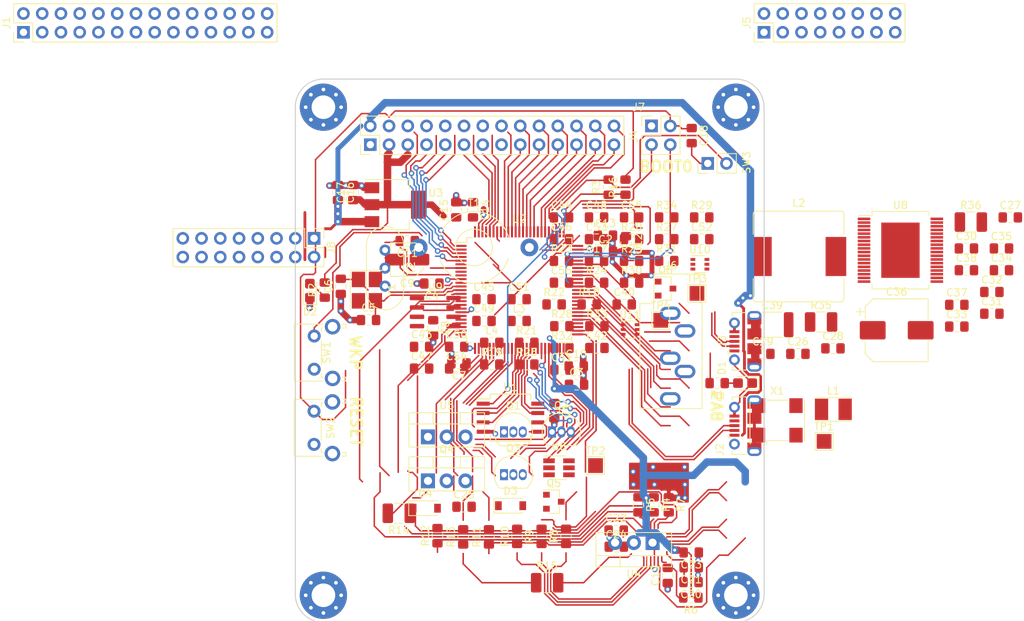
<source format=kicad_pcb>
(kicad_pcb (version 20171130) (host pcbnew "(5.1.6)-1")
  (layers (0 F.Cu signal) (31 B.Cu signal) (34 B.Paste user) (35 F.Paste user) (36 B.SilkS user) (37 F.SilkS user) (38 B.Mask user) (39 F.Mask user) (44 Edge.Cuts user hide))
  (net 0 "")
  (net 1 /nCS)
  (net 2 /IO1)
  (net 3 /IO2)
  (net 4 GND)
  (net 5 /IO0)
  (net 6 /SCLK)
  (net 7 /IO3)
  (net 8 VCC)
  (net 9 "Net-(C9-Pad2)")
  (net 10 "Net-(C11-Pad2)")
  (net 11 "Net-(C5-Pad2)")
  (net 12 "Net-(C6-Pad2)")
  (net 13 /nRESET)
  (net 14 "Net-(C3-Pad1)")
  (net 15 /USB0_D-)
  (net 16 /USB0_D+)
  (net 17 /SD_D0)
  (net 18 /USB1_D-)
  (net 19 /USB1_D+)
  (net 20 /SWDIO)
  (net 21 "Net-(C2-Pad1)")
  (net 22 /SWCLK)
  (net 23 /SD_CK)
  (net 24 /SD_CMD)
  (net 25 /BOOT)
  (net 26 /PE3)
  (net 27 /PE4)
  (net 28 /PE5)
  (net 29 /PE6)
  (net 30 /PC13)
  (net 31 /PC0)
  (net 32 /PC2)
  (net 33 /PC3)
  (net 34 /PA0)
  (net 35 /PA3)
  (net 36 /PA4)
  (net 37 /PA6)
  (net 38 /PC5)
  (net 39 /PB0)
  (net 40 /PB1)
  (net 41 /PE11)
  (net 42 /PE12)
  (net 43 /PE13)
  (net 44 /PE14)
  (net 45 /PE15)
  (net 46 /PB10)
  (net 47 /PD8)
  (net 48 /PD9)
  (net 49 /PD10)
  (net 50 /PD11)
  (net 51 /PD12)
  (net 52 /PD13)
  (net 53 /PD14)
  (net 54 /PD15)
  (net 55 /PC7)
  (net 56 /PA8)
  (net 57 /PA9)
  (net 58 /PA10)
  (net 59 /PA15)
  (net 60 /PC10)
  (net 61 /PD0)
  (net 62 /PD1)
  (net 63 /PD3)
  (net 64 /PD4)
  (net 65 /PD5)
  (net 66 /PD6)
  (net 67 /PD7)
  (net 68 /PB3)
  (net 69 /PB4)
  (net 70 /PB5)
  (net 71 /PB6)
  (net 72 /PB7)
  (net 73 /PB8)
  (net 74 /PB9)
  (net 75 /PE1)
  (net 76 +5V)
  (net 77 "Net-(D1-Pad2)")
  (net 78 "Net-(D2-Pad2)")
  (net 79 /ENET_MDC)
  (net 80 "Net-(C19-Pad2)")
  (net 81 /ENET_MDIO)
  (net 82 /ENET_TXD1)
  (net 83 /ENET_TXD0)
  (net 84 /ENET_TXEN)
  (net 85 /ENET_CRSDV)
  (net 86 /ENET_CLK)
  (net 87 /ETH_RX-)
  (net 88 /ETH_RX+)
  (net 89 /ETH_TX-)
  (net 90 /ETH_TX+)
  (net 91 /ETH_LED)
  (net 92 /PC4)
  (net 93 /PA1)
  (net 94 /PA7)
  (net 95 /PA5)
  (net 96 /PB13)
  (net 97 /PB12)
  (net 98 /PB11)
  (net 99 "Net-(R13-Pad1)")
  (net 100 /VCC_CPU)
  (net 101 "Net-(C11-Pad1)")
  (net 102 +24V)
  (net 103 "Net-(C20-Pad1)")
  (net 104 "Net-(C22-Pad1)")
  (net 105 TXV)
  (net 106 "Net-(C28-Pad1)")
  (net 107 "Net-(C29-Pad2)")
  (net 108 "Net-(C29-Pad1)")
  (net 109 "Net-(C31-Pad2)")
  (net 110 A_FAULT)
  (net 111 "Net-(C35-Pad1)")
  (net 112 "Net-(C37-Pad1)")
  (net 113 MODUL_OUT)
  (net 114 "Net-(C40-Pad2)")
  (net 115 "Net-(C40-Pad1)")
  (net 116 "Net-(C41-Pad1)")
  (net 117 "Net-(C42-Pad2)")
  (net 118 "Net-(C42-Pad1)")
  (net 119 RF_ADC_IN)
  (net 120 "Net-(C44-Pad1)")
  (net 121 "Net-(C45-Pad1)")
  (net 122 "Net-(C46-Pad1)")
  (net 123 "Net-(C47-Pad1)")
  (net 124 "Net-(C48-Pad2)")
  (net 125 "Net-(C48-Pad1)")
  (net 126 "Net-(C50-Pad1)")
  (net 127 "Net-(C51-Pad1)")
  (net 128 "Net-(C51-Pad2)")
  (net 129 "Net-(C52-Pad1)")
  (net 130 "Net-(C53-Pad1)")
  (net 131 "Net-(C54-Pad1)")
  (net 132 "Net-(C55-Pad1)")
  (net 133 "Net-(C55-Pad2)")
  (net 134 "Net-(C56-Pad1)")
  (net 135 "Net-(D3-Pad2)")
  (net 136 "Net-(D4-Pad2)")
  (net 137 /PC1)
  (net 138 /PA2)
  (net 139 A_PWM)
  (net 140 A_PWRDN)
  (net 141 "Net-(J2-Pad1)")
  (net 142 RXTX)
  (net 143 TX_ENA)
  (net 144 MCO)
  (net 145 "Net-(J8-Pad11)")
  (net 146 RF_IN_1)
  (net 147 RF_IN_2)
  (net 148 "Net-(L2-Pad1)")
  (net 149 "Net-(Q1-Pad2)")
  (net 150 "Net-(Q6-Pad2)")
  (net 151 "Net-(R8-Pad2)")
  (net 152 "Net-(R25-Pad2)")
  (net 153 "Net-(R35-Pad2)")
  (net 154 "Net-(R36-Pad2)")
  (net 155 "Net-(U8-Pad2)")
  (net 156 "Net-(U8-Pad8)")
  (module Connector_PinHeader_2.54mm:PinHeader_1x02_P2.54mm_Vertical (layer F.Cu) (at 154.94 53.34 90)
    (fp_text reference SW3 (at 0.11684 5.26034 90) (layer F.SilkS))
    (fp_text value SW_DIP_x01)
    (pad 1 thru_hole rect (at 0 0 90) (size 1.7 1.7) (drill 1) (layers *.Cu *.Mask) (net 4 GND))
    (pad 2 thru_hole oval (at 0 2.54 90) (size 1.7 1.7) (drill 1) (layers *.Cu *.Mask) (net 25 /BOOT))
  )
  (module LED_SMD:LED_0805_2012Metric_Castellated (layer F.Cu) (at 159.99968 83.1342 180)
    (fp_text reference D1 (at 3.14706 2.0574 270) (layer F.SilkS))
    (fp_text value RED)
    (pad 2 smd roundrect (at 0.9625 0 180) (size 1.325 1.3) (layers F.Cu F.Paste F.Mask) (roundrect_rratio 0.192308) (net 77 "Net-(D1-Pad2)"))
    (pad 1 smd roundrect (at -0.9625 0 180) (size 1.325 1.3) (layers F.Cu F.Paste F.Mask) (roundrect_rratio 0.192308) (net 4 GND))
  )
  (module LED_SMD:LED_0805_2012Metric_Castellated (layer F.Cu) (at 101.03358 70.60692 90)
    (fp_text reference D2 (at -2.8448 0.03556 180) (layer F.SilkS))
    (fp_text value RED)
    (pad 2 smd roundrect (at 0.9625 0 90) (size 1.325 1.3) (layers F.Cu F.Paste F.Mask) (roundrect_rratio 0.192308) (net 78 "Net-(D2-Pad2)"))
    (pad 1 smd roundrect (at -0.9625 0 90) (size 1.325 1.3) (layers F.Cu F.Paste F.Mask) (roundrect_rratio 0.192308) (net 4 GND))
  )
  (module Button_Switch_THT:SW_Tactile_SPST_Angled_PTS645Vx31-2LFS (layer F.Cu) (at 101.62286 81.24444 90)
    (fp_text reference SW1 (at 2.25 1.68 90) (layer F.SilkS))
    (fp_text value SW_Push)
    (pad "" thru_hole circle (at -1.25 2.49 90) (size 2.1 2.1) (drill 1.3) (layers *.Cu *.Mask))
    (pad 1 thru_hole circle (at 0 0 90) (size 1.75 1.75) (drill 0.99) (layers *.Cu *.Mask) (net 4 GND))
    (pad 2 thru_hole circle (at 4.5 0 90) (size 1.75 1.75) (drill 0.99) (layers *.Cu *.Mask) (net 30 /PC13))
    (pad "" thru_hole circle (at 5.76 2.49 90) (size 2.1 2.1) (drill 1.3) (layers *.Cu *.Mask))
  )
  (module Package_SO:SO-8_5.3x6.2mm_P1.27mm (layer F.Cu) (at 128.21158 87.82304)
    (fp_text reference U1 (at 0 -4.13) (layer F.SilkS))
    (fp_text value S25FL132K0XMFI010)
    (pad 8 smd rect (at 3.7 -1.905) (size 1.75 0.55) (layers F.Cu F.Paste F.Mask) (net 100 /VCC_CPU))
    (pad 7 smd rect (at 3.7 -0.635) (size 1.75 0.55) (layers F.Cu F.Paste F.Mask) (net 7 /IO3))
    (pad 6 smd rect (at 3.7 0.635) (size 1.75 0.55) (layers F.Cu F.Paste F.Mask) (net 6 /SCLK))
    (pad 5 smd rect (at 3.7 1.905) (size 1.75 0.55) (layers F.Cu F.Paste F.Mask) (net 5 /IO0))
    (pad 4 smd rect (at -3.7 1.905) (size 1.75 0.55) (layers F.Cu F.Paste F.Mask) (net 4 GND))
    (pad 3 smd rect (at -3.7 0.635) (size 1.75 0.55) (layers F.Cu F.Paste F.Mask) (net 3 /IO2))
    (pad 2 smd rect (at -3.7 -0.635) (size 1.75 0.55) (layers F.Cu F.Paste F.Mask) (net 2 /IO1))
    (pad 1 smd rect (at -3.7 -1.905) (size 1.75 0.55) (layers F.Cu F.Paste F.Mask) (net 1 /nCS))
  )
  (module Connector_PinHeader_2.54mm:PinHeader_2x14_P2.54mm_Vertical (layer F.Cu) (at 109.22 50.8 90)
    (fp_text reference J4 (at 1.1303 35.6997 90) (layer F.SilkS))
    (fp_text value Conn_02x14_Odd_Even)
    (pad 28 thru_hole oval (at 2.54 33.02 90) (size 1.7 1.7) (drill 1) (layers *.Cu *.Mask) (net 59 /PA15))
    (pad 27 thru_hole oval (at 0 33.02 90) (size 1.7 1.7) (drill 1) (layers *.Cu *.Mask) (net 60 /PC10))
    (pad 26 thru_hole oval (at 2.54 30.48 90) (size 1.7 1.7) (drill 1) (layers *.Cu *.Mask) (net 61 /PD0))
    (pad 25 thru_hole oval (at 0 30.48 90) (size 1.7 1.7) (drill 1) (layers *.Cu *.Mask) (net 62 /PD1))
    (pad 24 thru_hole oval (at 2.54 27.94 90) (size 1.7 1.7) (drill 1) (layers *.Cu *.Mask) (net 63 /PD3))
    (pad 23 thru_hole oval (at 0 27.94 90) (size 1.7 1.7) (drill 1) (layers *.Cu *.Mask) (net 64 /PD4))
    (pad 22 thru_hole oval (at 2.54 25.4 90) (size 1.7 1.7) (drill 1) (layers *.Cu *.Mask) (net 65 /PD5))
    (pad 21 thru_hole oval (at 0 25.4 90) (size 1.7 1.7) (drill 1) (layers *.Cu *.Mask) (net 66 /PD6))
    (pad 20 thru_hole oval (at 2.54 22.86 90) (size 1.7 1.7) (drill 1) (layers *.Cu *.Mask) (net 67 /PD7))
    (pad 19 thru_hole oval (at 0 22.86 90) (size 1.7 1.7) (drill 1) (layers *.Cu *.Mask) (net 68 /PB3))
    (pad 18 thru_hole oval (at 2.54 20.32 90) (size 1.7 1.7) (drill 1) (layers *.Cu *.Mask) (net 69 /PB4))
    (pad 17 thru_hole oval (at 0 20.32 90) (size 1.7 1.7) (drill 1) (layers *.Cu *.Mask) (net 70 /PB5))
    (pad 16 thru_hole oval (at 2.54 17.78 90) (size 1.7 1.7) (drill 1) (layers *.Cu *.Mask) (net 71 /PB6))
    (pad 15 thru_hole oval (at 0 17.78 90) (size 1.7 1.7) (drill 1) (layers *.Cu *.Mask) (net 72 /PB7))
    (pad 14 thru_hole oval (at 2.54 15.24 90) (size 1.7 1.7) (drill 1) (layers *.Cu *.Mask) (net 73 /PB8))
    (pad 13 thru_hole oval (at 0 15.24 90) (size 1.7 1.7) (drill 1) (layers *.Cu *.Mask) (net 74 /PB9))
    (pad 12 thru_hole oval (at 2.54 12.7 90) (size 1.7 1.7) (drill 1) (layers *.Cu *.Mask) (net 142 RXTX))
    (pad 11 thru_hole oval (at 0 12.7 90) (size 1.7 1.7) (drill 1) (layers *.Cu *.Mask) (net 75 /PE1))
    (pad 10 thru_hole oval (at 2.54 10.16 90) (size 1.7 1.7) (drill 1) (layers *.Cu *.Mask) (net 143 TX_ENA))
    (pad 9 thru_hole oval (at 0 10.16 90) (size 1.7 1.7) (drill 1) (layers *.Cu *.Mask) (net 26 /PE3))
    (pad 8 thru_hole oval (at 2.54 7.62 90) (size 1.7 1.7) (drill 1) (layers *.Cu *.Mask) (net 27 /PE4))
    (pad 7 thru_hole oval (at 0 7.62 90) (size 1.7 1.7) (drill 1) (layers *.Cu *.Mask) (net 28 /PE5))
    (pad 6 thru_hole oval (at 2.54 5.08 90) (size 1.7 1.7) (drill 1) (layers *.Cu *.Mask) (net 29 /PE6))
    (pad 5 thru_hole oval (at 0 5.08 90) (size 1.7 1.7) (drill 1) (layers *.Cu *.Mask) (net 8 VCC))
    (pad 4 thru_hole oval (at 2.54 2.54 90) (size 1.7 1.7) (drill 1) (layers *.Cu *.Mask) (net 13 /nRESET))
    (pad 3 thru_hole oval (at 0 2.54 90) (size 1.7 1.7) (drill 1) (layers *.Cu *.Mask) (net 8 VCC))
    (pad 2 thru_hole oval (at 2.54 0 90) (size 1.7 1.7) (drill 1) (layers *.Cu *.Mask) (net 76 +5V))
    (pad 1 thru_hole rect (at 0 0 90) (size 1.7 1.7) (drill 1) (layers *.Cu *.Mask) (net 4 GND))
  )
  (module MountingHole:MountingHole_3.2mm_M3_Pad_Via (layer F.Cu) (at 158.75 111.9)
    (fp_text reference H4 hide)
    (fp_text value MountingHole_Pad)
    (pad 1 thru_hole circle (at 1.697056 -1.697056) (size 0.8 0.8) (drill 0.5) (layers *.Cu *.Mask) (net 4 GND))
    (pad 1 thru_hole circle (at 0 -2.4) (size 0.8 0.8) (drill 0.5) (layers *.Cu *.Mask) (net 4 GND))
    (pad 1 thru_hole circle (at -1.697056 -1.697056) (size 0.8 0.8) (drill 0.5) (layers *.Cu *.Mask) (net 4 GND))
    (pad 1 thru_hole circle (at -2.4 0) (size 0.8 0.8) (drill 0.5) (layers *.Cu *.Mask) (net 4 GND))
    (pad 1 thru_hole circle (at -1.697056 1.697056) (size 0.8 0.8) (drill 0.5) (layers *.Cu *.Mask) (net 4 GND))
    (pad 1 thru_hole circle (at 0 2.4) (size 0.8 0.8) (drill 0.5) (layers *.Cu *.Mask) (net 4 GND))
    (pad 1 thru_hole circle (at 1.697056 1.697056) (size 0.8 0.8) (drill 0.5) (layers *.Cu *.Mask) (net 4 GND))
    (pad 1 thru_hole circle (at 2.4 0) (size 0.8 0.8) (drill 0.5) (layers *.Cu *.Mask) (net 4 GND))
    (pad 1 thru_hole circle (at 0 0) (size 6.4 6.4) (drill 3.2) (layers *.Cu *.Mask) (net 4 GND))
  )
  (module MountingHole:MountingHole_3.2mm_M3_Pad_Via (layer F.Cu) (at 102.87 111.9)
    (fp_text reference H3 hide)
    (fp_text value MountingHole_Pad)
    (pad 1 thru_hole circle (at 1.697056 -1.697056) (size 0.8 0.8) (drill 0.5) (layers *.Cu *.Mask) (net 4 GND))
    (pad 1 thru_hole circle (at 0 -2.4) (size 0.8 0.8) (drill 0.5) (layers *.Cu *.Mask) (net 4 GND))
    (pad 1 thru_hole circle (at -1.697056 -1.697056) (size 0.8 0.8) (drill 0.5) (layers *.Cu *.Mask) (net 4 GND))
    (pad 1 thru_hole circle (at -2.4 0) (size 0.8 0.8) (drill 0.5) (layers *.Cu *.Mask) (net 4 GND))
    (pad 1 thru_hole circle (at -1.697056 1.697056) (size 0.8 0.8) (drill 0.5) (layers *.Cu *.Mask) (net 4 GND))
    (pad 1 thru_hole circle (at 0 2.4) (size 0.8 0.8) (drill 0.5) (layers *.Cu *.Mask) (net 4 GND))
    (pad 1 thru_hole circle (at 1.697056 1.697056) (size 0.8 0.8) (drill 0.5) (layers *.Cu *.Mask) (net 4 GND))
    (pad 1 thru_hole circle (at 2.4 0) (size 0.8 0.8) (drill 0.5) (layers *.Cu *.Mask) (net 4 GND))
    (pad 1 thru_hole circle (at 0 0) (size 6.4 6.4) (drill 3.2) (layers *.Cu *.Mask) (net 4 GND))
  )
  (module MountingHole:MountingHole_3.2mm_M3_Pad_Via (layer F.Cu) (at 102.87 45.72)
    (fp_text reference H2 hide)
    (fp_text value MountingHole_Pad)
    (pad 1 thru_hole circle (at 1.697056 -1.697056) (size 0.8 0.8) (drill 0.5) (layers *.Cu *.Mask) (net 4 GND))
    (pad 1 thru_hole circle (at 0 -2.4) (size 0.8 0.8) (drill 0.5) (layers *.Cu *.Mask) (net 4 GND))
    (pad 1 thru_hole circle (at -1.697056 -1.697056) (size 0.8 0.8) (drill 0.5) (layers *.Cu *.Mask) (net 4 GND))
    (pad 1 thru_hole circle (at -2.4 0) (size 0.8 0.8) (drill 0.5) (layers *.Cu *.Mask) (net 4 GND))
    (pad 1 thru_hole circle (at -1.697056 1.697056) (size 0.8 0.8) (drill 0.5) (layers *.Cu *.Mask) (net 4 GND))
    (pad 1 thru_hole circle (at 0 2.4) (size 0.8 0.8) (drill 0.5) (layers *.Cu *.Mask) (net 4 GND))
    (pad 1 thru_hole circle (at 1.697056 1.697056) (size 0.8 0.8) (drill 0.5) (layers *.Cu *.Mask) (net 4 GND))
    (pad 1 thru_hole circle (at 2.4 0) (size 0.8 0.8) (drill 0.5) (layers *.Cu *.Mask) (net 4 GND))
    (pad 1 thru_hole circle (at 0 0) (size 6.4 6.4) (drill 3.2) (layers *.Cu *.Mask) (net 4 GND))
  )
  (module Package_TO_SOT_SMD:SOT-223-3_TabPin2 (layer F.Cu) (at 112.588361 58.938581)
    (fp_text reference U3 (at 5.496239 -1.582841 180) (layer F.SilkS))
    (fp_text value AP1117-33)
    (pad 1 smd rect (at -3.15 -2.3) (size 2 1.5) (layers F.Cu F.Paste F.Mask) (net 4 GND))
    (pad 3 smd rect (at -3.15 2.3) (size 2 1.5) (layers F.Cu F.Paste F.Mask) (net 76 +5V))
    (pad 2 smd rect (at -3.15 0) (size 2 1.5) (layers F.Cu F.Paste F.Mask) (net 8 VCC))
    (pad 2 smd rect (at 3.15 0) (size 2 3.8) (layers F.Cu F.Paste F.Mask) (net 8 VCC))
  )
  (module Connector_USB:USB_Micro-B_Molex-105017-0001 (layer F.Cu) (at 160.02 88.9 90)
    (fp_text reference J2 (at -3.2512 -3.44424 90) (layer F.SilkS))
    (fp_text value USB_B_Micro)
    (pad 6 smd rect (at -2.9 1.2375 90) (size 1.2 1.9) (layers F.Cu F.Mask) (net 4 GND))
    (pad 6 smd rect (at 2.9 1.2375 90) (size 1.2 1.9) (layers F.Cu F.Mask) (net 4 GND))
    (pad 6 thru_hole oval (at 3.5 1.2375 90) (size 1.2 1.9) (drill oval 0.6 1.3) (layers *.Cu *.Mask) (net 4 GND))
    (pad 6 thru_hole oval (at -3.5 1.2375 270) (size 1.2 1.9) (drill oval 0.6 1.3) (layers *.Cu *.Mask) (net 4 GND))
    (pad 6 smd rect (at -1 1.2375 90) (size 1.5 1.9) (layers F.Cu F.Paste F.Mask) (net 4 GND))
    (pad 6 thru_hole circle (at 2.5 -1.4625 90) (size 1.45 1.45) (drill 0.85) (layers *.Cu *.Mask) (net 4 GND))
    (pad 3 smd rect (at 0 -1.4625 90) (size 0.4 1.35) (layers F.Cu F.Paste F.Mask) (net 16 /USB0_D+))
    (pad 4 smd rect (at 0.65 -1.4625 90) (size 0.4 1.35) (layers F.Cu F.Paste F.Mask))
    (pad 5 smd rect (at 1.3 -1.4625 90) (size 0.4 1.35) (layers F.Cu F.Paste F.Mask) (net 4 GND))
    (pad 1 smd rect (at -1.3 -1.4625 90) (size 0.4 1.35) (layers F.Cu F.Paste F.Mask) (net 141 "Net-(J2-Pad1)"))
    (pad 2 smd rect (at -0.65 -1.4625 90) (size 0.4 1.35) (layers F.Cu F.Paste F.Mask) (net 15 /USB0_D-))
    (pad 6 thru_hole circle (at -2.5 -1.4625 90) (size 1.45 1.45) (drill 0.85) (layers *.Cu *.Mask) (net 4 GND))
    (pad 6 smd rect (at 1 1.2375 90) (size 1.5 1.9) (layers F.Cu F.Paste F.Mask) (net 4 GND))
  )
  (module Connector_USB:USB_Micro-B_Molex-105017-0001 (layer F.Cu) (at 160.02 77.47 90)
    (fp_text reference J3 (at 0 -3.1125 90) (layer F.SilkS))
    (fp_text value USB_B_Micro)
    (pad 6 smd rect (at -2.9 1.2375 90) (size 1.2 1.9) (layers F.Cu F.Mask) (net 4 GND))
    (pad 6 smd rect (at 2.9 1.2375 90) (size 1.2 1.9) (layers F.Cu F.Mask) (net 4 GND))
    (pad 6 thru_hole oval (at 3.5 1.2375 90) (size 1.2 1.9) (drill oval 0.6 1.3) (layers *.Cu *.Mask) (net 4 GND))
    (pad 6 thru_hole oval (at -3.5 1.2375 270) (size 1.2 1.9) (drill oval 0.6 1.3) (layers *.Cu *.Mask) (net 4 GND))
    (pad 6 smd rect (at -1 1.2375 90) (size 1.5 1.9) (layers F.Cu F.Paste F.Mask) (net 4 GND))
    (pad 6 thru_hole circle (at 2.5 -1.4625 90) (size 1.45 1.45) (drill 0.85) (layers *.Cu *.Mask) (net 4 GND))
    (pad 3 smd rect (at 0 -1.4625 90) (size 0.4 1.35) (layers F.Cu F.Paste F.Mask) (net 19 /USB1_D+))
    (pad 4 smd rect (at 0.65 -1.4625 90) (size 0.4 1.35) (layers F.Cu F.Paste F.Mask))
    (pad 5 smd rect (at 1.3 -1.4625 90) (size 0.4 1.35) (layers F.Cu F.Paste F.Mask) (net 4 GND))
    (pad 1 smd rect (at -1.3 -1.4625 90) (size 0.4 1.35) (layers F.Cu F.Paste F.Mask) (net 141 "Net-(J2-Pad1)"))
    (pad 2 smd rect (at -0.65 -1.4625 90) (size 0.4 1.35) (layers F.Cu F.Paste F.Mask) (net 18 /USB1_D-))
    (pad 6 thru_hole circle (at -2.5 -1.4625 90) (size 1.45 1.45) (drill 0.85) (layers *.Cu *.Mask) (net 4 GND))
    (pad 6 smd rect (at 1 1.2375 90) (size 1.5 1.9) (layers F.Cu F.Paste F.Mask) (net 4 GND))
  )
  (module Crystal:Crystal_SMD_3225-4Pin_3.2x2.5mm_HandSoldering (layer F.Cu) (at 108.76788 70.52564 270)
    (fp_text reference Y1 (at 0.00762 -3.31216 270) (layer F.SilkS))
    (fp_text value " 16MHz")
    (pad 4 smd rect (at -1.45 -1.15 270) (size 2.1 1.8) (layers F.Cu F.Paste F.Mask))
    (pad 3 smd rect (at 1.45 -1.15 270) (size 2.1 1.8) (layers F.Cu F.Paste F.Mask) (net 11 "Net-(C5-Pad2)"))
    (pad 2 smd rect (at 1.45 1.15 270) (size 2.1 1.8) (layers F.Cu F.Paste F.Mask))
    (pad 1 smd rect (at -1.45 1.15 270) (size 2.1 1.8) (layers F.Cu F.Paste F.Mask) (net 12 "Net-(C6-Pad2)"))
  )
  (module Package_QFP:LQFP-100_14x14mm_P0.5mm (layer F.Cu) (at 129.412441 70.527621)
    (fp_text reference U2 (at 0 -9.65) (layer F.SilkS))
    (fp_text value STM32H750VBT6)
    (pad 100 smd rect (at -6 -7.9 90) (size 1.5 0.28) (layers F.Cu F.Paste F.Mask) (net 100 /VCC_CPU))
    (pad 99 smd rect (at -5.5 -7.9 90) (size 1.5 0.28) (layers F.Cu F.Paste F.Mask) (net 4 GND))
    (pad 98 smd rect (at -5 -7.9 90) (size 1.5 0.28) (layers F.Cu F.Paste F.Mask) (net 75 /PE1))
    (pad 97 smd rect (at -4.5 -7.9 90) (size 1.5 0.28) (layers F.Cu F.Paste F.Mask) (net 142 RXTX))
    (pad 96 smd rect (at -4 -7.9 90) (size 1.5 0.28) (layers F.Cu F.Paste F.Mask) (net 74 /PB9))
    (pad 95 smd rect (at -3.5 -7.9 90) (size 1.5 0.28) (layers F.Cu F.Paste F.Mask) (net 73 /PB8))
    (pad 94 smd rect (at -3 -7.9 90) (size 1.5 0.28) (layers F.Cu F.Paste F.Mask) (net 25 /BOOT))
    (pad 93 smd rect (at -2.5 -7.9 90) (size 1.5 0.28) (layers F.Cu F.Paste F.Mask) (net 72 /PB7))
    (pad 92 smd rect (at -2 -7.9 90) (size 1.5 0.28) (layers F.Cu F.Paste F.Mask) (net 71 /PB6))
    (pad 91 smd rect (at -1.5 -7.9 90) (size 1.5 0.28) (layers F.Cu F.Paste F.Mask) (net 70 /PB5))
    (pad 90 smd rect (at -1 -7.9 90) (size 1.5 0.28) (layers F.Cu F.Paste F.Mask) (net 69 /PB4))
    (pad 89 smd rect (at -0.5 -7.9 90) (size 1.5 0.28) (layers F.Cu F.Paste F.Mask) (net 68 /PB3))
    (pad 88 smd rect (at 0 -7.9 90) (size 1.5 0.28) (layers F.Cu F.Paste F.Mask) (net 67 /PD7))
    (pad 87 smd rect (at 0.5 -7.9 90) (size 1.5 0.28) (layers F.Cu F.Paste F.Mask) (net 66 /PD6))
    (pad 86 smd rect (at 1 -7.9 90) (size 1.5 0.28) (layers F.Cu F.Paste F.Mask) (net 65 /PD5))
    (pad 85 smd rect (at 1.5 -7.9 90) (size 1.5 0.28) (layers F.Cu F.Paste F.Mask) (net 64 /PD4))
    (pad 84 smd rect (at 2 -7.9 90) (size 1.5 0.28) (layers F.Cu F.Paste F.Mask) (net 63 /PD3))
    (pad 83 smd rect (at 2.5 -7.9 90) (size 1.5 0.28) (layers F.Cu F.Paste F.Mask))
    (pad 82 smd rect (at 3 -7.9 90) (size 1.5 0.28) (layers F.Cu F.Paste F.Mask) (net 62 /PD1))
    (pad 81 smd rect (at 3.5 -7.9 90) (size 1.5 0.28) (layers F.Cu F.Paste F.Mask) (net 61 /PD0))
    (pad 80 smd rect (at 4 -7.9 90) (size 1.5 0.28) (layers F.Cu F.Paste F.Mask))
    (pad 79 smd rect (at 4.5 -7.9 90) (size 1.5 0.28) (layers F.Cu F.Paste F.Mask) (net 1 /nCS))
    (pad 78 smd rect (at 5 -7.9 90) (size 1.5 0.28) (layers F.Cu F.Paste F.Mask) (net 60 /PC10))
    (pad 77 smd rect (at 5.5 -7.9 90) (size 1.5 0.28) (layers F.Cu F.Paste F.Mask) (net 59 /PA15))
    (pad 76 smd rect (at 6 -7.9 90) (size 1.5 0.28) (layers F.Cu F.Paste F.Mask) (net 22 /SWCLK))
    (pad 75 smd rect (at 7.9 -6) (size 1.5 0.28) (layers F.Cu F.Paste F.Mask) (net 100 /VCC_CPU))
    (pad 74 smd rect (at 7.9 -5.5) (size 1.5 0.28) (layers F.Cu F.Paste F.Mask) (net 4 GND))
    (pad 73 smd rect (at 7.9 -5) (size 1.5 0.28) (layers F.Cu F.Paste F.Mask) (net 21 "Net-(C2-Pad1)"))
    (pad 72 smd rect (at 7.9 -4.5) (size 1.5 0.28) (layers F.Cu F.Paste F.Mask) (net 20 /SWDIO))
    (pad 71 smd rect (at 7.9 -4) (size 1.5 0.28) (layers F.Cu F.Paste F.Mask) (net 19 /USB1_D+))
    (pad 70 smd rect (at 7.9 -3.5) (size 1.5 0.28) (layers F.Cu F.Paste F.Mask) (net 18 /USB1_D-))
    (pad 69 smd rect (at 7.9 -3) (size 1.5 0.28) (layers F.Cu F.Paste F.Mask) (net 58 /PA10))
    (pad 68 smd rect (at 7.9 -2.5) (size 1.5 0.28) (layers F.Cu F.Paste F.Mask) (net 57 /PA9))
    (pad 67 smd rect (at 7.9 -2) (size 1.5 0.28) (layers F.Cu F.Paste F.Mask) (net 56 /PA8))
    (pad 66 smd rect (at 7.9 -1.5) (size 1.5 0.28) (layers F.Cu F.Paste F.Mask) (net 144 MCO))
    (pad 65 smd rect (at 7.9 -1) (size 1.5 0.28) (layers F.Cu F.Paste F.Mask))
    (pad 64 smd rect (at 7.9 -0.5) (size 1.5 0.28) (layers F.Cu F.Paste F.Mask) (net 55 /PC7))
    (pad 63 smd rect (at 7.9 0) (size 1.5 0.28) (layers F.Cu F.Paste F.Mask) (net 139 A_PWM))
    (pad 62 smd rect (at 7.9 0.5) (size 1.5 0.28) (layers F.Cu F.Paste F.Mask) (net 54 /PD15))
    (pad 61 smd rect (at 7.9 1) (size 1.5 0.28) (layers F.Cu F.Paste F.Mask) (net 53 /PD14))
    (pad 60 smd rect (at 7.9 1.5) (size 1.5 0.28) (layers F.Cu F.Paste F.Mask) (net 52 /PD13))
    (pad 59 smd rect (at 7.9 2) (size 1.5 0.28) (layers F.Cu F.Paste F.Mask) (net 51 /PD12))
    (pad 58 smd rect (at 7.9 2.5) (size 1.5 0.28) (layers F.Cu F.Paste F.Mask) (net 50 /PD11))
    (pad 57 smd rect (at 7.9 3) (size 1.5 0.28) (layers F.Cu F.Paste F.Mask) (net 49 /PD10))
    (pad 56 smd rect (at 7.9 3.5) (size 1.5 0.28) (layers F.Cu F.Paste F.Mask) (net 48 /PD9))
    (pad 55 smd rect (at 7.9 4) (size 1.5 0.28) (layers F.Cu F.Paste F.Mask) (net 47 /PD8))
    (pad 54 smd rect (at 7.9 4.5) (size 1.5 0.28) (layers F.Cu F.Paste F.Mask) (net 16 /USB0_D+))
    (pad 53 smd rect (at 7.9 5) (size 1.5 0.28) (layers F.Cu F.Paste F.Mask) (net 15 /USB0_D-))
    (pad 52 smd rect (at 7.9 5.5) (size 1.5 0.28) (layers F.Cu F.Paste F.Mask) (net 96 /PB13))
    (pad 51 smd rect (at 7.9 6) (size 1.5 0.28) (layers F.Cu F.Paste F.Mask) (net 97 /PB12))
    (pad 50 smd rect (at 6 7.9 90) (size 1.5 0.28) (layers F.Cu F.Paste F.Mask) (net 100 /VCC_CPU))
    (pad 49 smd rect (at 5.5 7.9 90) (size 1.5 0.28) (layers F.Cu F.Paste F.Mask) (net 4 GND))
    (pad 48 smd rect (at 5 7.9 90) (size 1.5 0.28) (layers F.Cu F.Paste F.Mask) (net 14 "Net-(C3-Pad1)"))
    (pad 47 smd rect (at 4.5 7.9 90) (size 1.5 0.28) (layers F.Cu F.Paste F.Mask) (net 98 /PB11))
    (pad 46 smd rect (at 4 7.9 90) (size 1.5 0.28) (layers F.Cu F.Paste F.Mask) (net 46 /PB10))
    (pad 45 smd rect (at 3.5 7.9 90) (size 1.5 0.28) (layers F.Cu F.Paste F.Mask) (net 45 /PE15))
    (pad 44 smd rect (at 3 7.9 90) (size 1.5 0.28) (layers F.Cu F.Paste F.Mask) (net 44 /PE14))
    (pad 43 smd rect (at 2.5 7.9 90) (size 1.5 0.28) (layers F.Cu F.Paste F.Mask) (net 110 A_FAULT))
    (pad 42 smd rect (at 2 7.9 90) (size 1.5 0.28) (layers F.Cu F.Paste F.Mask) (net 140 A_PWRDN))
    (pad 41 smd rect (at 1.5 7.9 90) (size 1.5 0.28) (layers F.Cu F.Paste F.Mask) (net 139 A_PWM))
    (pad 40 smd rect (at 1 7.9 90) (size 1.5 0.28) (layers F.Cu F.Paste F.Mask) (net 7 /IO3))
    (pad 39 smd rect (at 0.5 7.9 90) (size 1.5 0.28) (layers F.Cu F.Paste F.Mask) (net 3 /IO2))
    (pad 38 smd rect (at 0 7.9 90) (size 1.5 0.28) (layers F.Cu F.Paste F.Mask) (net 2 /IO1))
    (pad 37 smd rect (at -0.5 7.9 90) (size 1.5 0.28) (layers F.Cu F.Paste F.Mask) (net 5 /IO0))
    (pad 36 smd rect (at -1 7.9 90) (size 1.5 0.28) (layers F.Cu F.Paste F.Mask) (net 6 /SCLK))
    (pad 35 smd rect (at -1.5 7.9 90) (size 1.5 0.28) (layers F.Cu F.Paste F.Mask) (net 119 RF_ADC_IN))
    (pad 34 smd rect (at -2 7.9 90) (size 1.5 0.28) (layers F.Cu F.Paste F.Mask) (net 39 /PB0))
    (pad 33 smd rect (at -2.5 7.9 90) (size 1.5 0.28) (layers F.Cu F.Paste F.Mask) (net 38 /PC5))
    (pad 32 smd rect (at -3 7.9 90) (size 1.5 0.28) (layers F.Cu F.Paste F.Mask) (net 92 /PC4))
    (pad 31 smd rect (at -3.5 7.9 90) (size 1.5 0.28) (layers F.Cu F.Paste F.Mask) (net 94 /PA7))
    (pad 30 smd rect (at -4 7.9 90) (size 1.5 0.28) (layers F.Cu F.Paste F.Mask) (net 37 /PA6))
    (pad 29 smd rect (at -4.5 7.9 90) (size 1.5 0.28) (layers F.Cu F.Paste F.Mask) (net 95 /PA5))
    (pad 28 smd rect (at -5 7.9 90) (size 1.5 0.28) (layers F.Cu F.Paste F.Mask) (net 36 /PA4))
    (pad 27 smd rect (at -5.5 7.9 90) (size 1.5 0.28) (layers F.Cu F.Paste F.Mask) (net 100 /VCC_CPU))
    (pad 26 smd rect (at -6 7.9 90) (size 1.5 0.28) (layers F.Cu F.Paste F.Mask) (net 4 GND))
    (pad 25 smd rect (at -7.9 6) (size 1.5 0.28) (layers F.Cu F.Paste F.Mask) (net 35 /PA3))
    (pad 24 smd rect (at -7.9 5.5) (size 1.5 0.28) (layers F.Cu F.Paste F.Mask) (net 138 /PA2))
    (pad 23 smd rect (at -7.9 5) (size 1.5 0.28) (layers F.Cu F.Paste F.Mask) (net 93 /PA1))
    (pad 22 smd rect (at -7.9 4.5) (size 1.5 0.28) (layers F.Cu F.Paste F.Mask) (net 34 /PA0))
    (pad 21 smd rect (at -7.9 4) (size 1.5 0.28) (layers F.Cu F.Paste F.Mask) (net 100 /VCC_CPU))
    (pad 20 smd rect (at -7.9 3.5) (size 1.5 0.28) (layers F.Cu F.Paste F.Mask) (net 101 "Net-(C11-Pad1)"))
    (pad 19 smd rect (at -7.9 3) (size 1.5 0.28) (layers F.Cu F.Paste F.Mask) (net 4 GND))
    (pad 18 smd rect (at -7.9 2.5) (size 1.5 0.28) (layers F.Cu F.Paste F.Mask) (net 105 TXV))
    (pad 17 smd rect (at -7.9 2) (size 1.5 0.28) (layers F.Cu F.Paste F.Mask) (net 32 /PC2))
    (pad 16 smd rect (at -7.9 1.5) (size 1.5 0.28) (layers F.Cu F.Paste F.Mask) (net 137 /PC1))
    (pad 15 smd rect (at -7.9 1) (size 1.5 0.28) (layers F.Cu F.Paste F.Mask) (net 31 /PC0))
    (pad 14 smd rect (at -7.9 0.5) (size 1.5 0.28) (layers F.Cu F.Paste F.Mask) (net 13 /nRESET))
    (pad 13 smd rect (at -7.9 0) (size 1.5 0.28) (layers F.Cu F.Paste F.Mask) (net 11 "Net-(C5-Pad2)"))
    (pad 12 smd rect (at -7.9 -0.5) (size 1.5 0.28) (layers F.Cu F.Paste F.Mask) (net 12 "Net-(C6-Pad2)"))
    (pad 11 smd rect (at -7.9 -1) (size 1.5 0.28) (layers F.Cu F.Paste F.Mask) (net 100 /VCC_CPU))
    (pad 10 smd rect (at -7.9 -1.5) (size 1.5 0.28) (layers F.Cu F.Paste F.Mask) (net 4 GND))
    (pad 9 smd rect (at -7.9 -2) (size 1.5 0.28) (layers F.Cu F.Paste F.Mask))
    (pad 8 smd rect (at -7.9 -2.5) (size 1.5 0.28) (layers F.Cu F.Paste F.Mask))
    (pad 7 smd rect (at -7.9 -3) (size 1.5 0.28) (layers F.Cu F.Paste F.Mask) (net 30 /PC13))
    (pad 6 smd rect (at -7.9 -3.5) (size 1.5 0.28) (layers F.Cu F.Paste F.Mask) (net 100 /VCC_CPU))
    (pad 5 smd rect (at -7.9 -4) (size 1.5 0.28) (layers F.Cu F.Paste F.Mask) (net 29 /PE6))
    (pad 4 smd rect (at -7.9 -4.5) (size 1.5 0.28) (layers F.Cu F.Paste F.Mask) (net 28 /PE5))
    (pad 3 smd rect (at -7.9 -5) (size 1.5 0.28) (layers F.Cu F.Paste F.Mask) (net 27 /PE4))
    (pad 2 smd rect (at -7.9 -5.5) (size 1.5 0.28) (layers F.Cu F.Paste F.Mask) (net 26 /PE3))
    (pad 1 smd rect (at -7.9 -6) (size 1.5 0.28) (layers F.Cu F.Paste F.Mask) (net 143 TX_ENA))
  )
  (module Button_Switch_THT:SW_Tactile_SPST_Angled_PTS645Vx31-2LFS (layer F.Cu) (at 101.6 91.44 90)
    (fp_text reference SW2 (at 2.25 2.23266 90) (layer F.SilkS))
    (fp_text value SW_Push)
    (pad "" thru_hole circle (at -1.25 2.49 90) (size 2.1 2.1) (drill 1.3) (layers *.Cu *.Mask))
    (pad 1 thru_hole circle (at 0 0 90) (size 1.75 1.75) (drill 0.99) (layers *.Cu *.Mask) (net 4 GND))
    (pad 2 thru_hole circle (at 4.5 0 90) (size 1.75 1.75) (drill 0.99) (layers *.Cu *.Mask) (net 13 /nRESET))
    (pad "" thru_hole circle (at 5.76 2.49 90) (size 2.1 2.1) (drill 1.3) (layers *.Cu *.Mask))
  )
  (module MountingHole:MountingHole_3.2mm_M3_Pad_Via (layer F.Cu) (at 158.75 45.72)
    (fp_text reference H1 hide)
    (fp_text value MountingHole_Pad)
    (pad 1 thru_hole circle (at 1.697056 -1.697056) (size 0.8 0.8) (drill 0.5) (layers *.Cu *.Mask) (net 4 GND))
    (pad 1 thru_hole circle (at 0 -2.4) (size 0.8 0.8) (drill 0.5) (layers *.Cu *.Mask) (net 4 GND))
    (pad 1 thru_hole circle (at -1.697056 -1.697056) (size 0.8 0.8) (drill 0.5) (layers *.Cu *.Mask) (net 4 GND))
    (pad 1 thru_hole circle (at -2.4 0) (size 0.8 0.8) (drill 0.5) (layers *.Cu *.Mask) (net 4 GND))
    (pad 1 thru_hole circle (at -1.697056 1.697056) (size 0.8 0.8) (drill 0.5) (layers *.Cu *.Mask) (net 4 GND))
    (pad 1 thru_hole circle (at 0 2.4) (size 0.8 0.8) (drill 0.5) (layers *.Cu *.Mask) (net 4 GND))
    (pad 1 thru_hole circle (at 1.697056 1.697056) (size 0.8 0.8) (drill 0.5) (layers *.Cu *.Mask) (net 4 GND))
    (pad 1 thru_hole circle (at 2.4 0) (size 0.8 0.8) (drill 0.5) (layers *.Cu *.Mask) (net 4 GND))
    (pad 1 thru_hole circle (at 0 0) (size 6.4 6.4) (drill 3.2) (layers *.Cu *.Mask) (net 4 GND))
  )
  (module Connector_PinHeader_2.54mm:PinHeader_2x02_P2.54mm_Vertical (layer F.Cu) (at 147.32 48.26)
    (fp_text reference J7 (at -1.74498 -2.54254) (layer F.SilkS))
    (fp_text value Conn_02x02_Odd_Even)
    (pad 4 thru_hole oval (at 2.54 2.54) (size 1.7 1.7) (drill 1) (layers *.Cu *.Mask) (net 20 /SWDIO))
    (pad 3 thru_hole oval (at 0 2.54) (size 1.7 1.7) (drill 1) (layers *.Cu *.Mask) (net 22 /SWCLK))
    (pad 2 thru_hole oval (at 2.54 0) (size 1.7 1.7) (drill 1) (layers *.Cu *.Mask) (net 13 /nRESET))
    (pad 1 thru_hole rect (at 0 0) (size 1.7 1.7) (drill 1) (layers *.Cu *.Mask) (net 4 GND))
  )
  (module Capacitor_SMD:C_0805_2012Metric_Pad1.15x1.40mm_HandSolder (layer F.Cu) (at 134.1501 86.86038 270)
    (fp_text reference C1 (at 0 -1.65 90) (layer F.SilkS))
    (fp_text value 100n)
    (pad 1 smd roundrect (at -1.025 0 270) (size 1.15 1.4) (layers F.Cu F.Paste F.Mask) (roundrect_rratio 0.217391) (net 100 /VCC_CPU))
    (pad 2 smd roundrect (at 1.025 0 270) (size 1.15 1.4) (layers F.Cu F.Paste F.Mask) (roundrect_rratio 0.217391) (net 4 GND))
  )
  (module Capacitor_SMD:C_0805_2012Metric_Pad1.15x1.40mm_HandSolder (layer F.Cu) (at 141.0843 65.3034)
    (fp_text reference C2 (at 0 -1.65) (layer F.SilkS))
    (fp_text value 100n)
    (pad 2 smd roundrect (at 1.025 0) (size 1.15 1.4) (layers F.Cu F.Paste F.Mask) (roundrect_rratio 0.217391) (net 4 GND))
    (pad 1 smd roundrect (at -1.025 0) (size 1.15 1.4) (layers F.Cu F.Paste F.Mask) (roundrect_rratio 0.217391) (net 21 "Net-(C2-Pad1)"))
  )
  (module Capacitor_SMD:C_0805_2012Metric_Pad1.15x1.40mm_HandSolder (layer F.Cu) (at 137.16508 83.3501)
    (fp_text reference C3 (at 0 -1.65) (layer F.SilkS))
    (fp_text value 100n)
    (pad 1 smd roundrect (at -1.025 0) (size 1.15 1.4) (layers F.Cu F.Paste F.Mask) (roundrect_rratio 0.217391) (net 14 "Net-(C3-Pad1)"))
    (pad 2 smd roundrect (at 1.025 0) (size 1.15 1.4) (layers F.Cu F.Paste F.Mask) (roundrect_rratio 0.217391) (net 4 GND))
  )
  (module Capacitor_SMD:C_0805_2012Metric_Pad1.15x1.40mm_HandSolder (layer F.Cu) (at 117.5639 69.63156 180)
    (fp_text reference C4 (at 0 -1.65) (layer F.SilkS))
    (fp_text value 100n)
    (pad 1 smd roundrect (at -1.025 0 180) (size 1.15 1.4) (layers F.Cu F.Paste F.Mask) (roundrect_rratio 0.217391) (net 100 /VCC_CPU))
    (pad 2 smd roundrect (at 1.025 0 180) (size 1.15 1.4) (layers F.Cu F.Paste F.Mask) (roundrect_rratio 0.217391) (net 4 GND))
  )
  (module Capacitor_SMD:C_0805_2012Metric_Pad1.15x1.40mm_HandSolder (layer F.Cu) (at 108.9787 74.58456)
    (fp_text reference C5 (at 0 -1.65) (layer F.SilkS))
    (fp_text value 18p)
    (pad 2 smd roundrect (at 1.025 0) (size 1.15 1.4) (layers F.Cu F.Paste F.Mask) (roundrect_rratio 0.217391) (net 11 "Net-(C5-Pad2)"))
    (pad 1 smd roundrect (at -1.025 0) (size 1.15 1.4) (layers F.Cu F.Paste F.Mask) (roundrect_rratio 0.217391) (net 4 GND))
  )
  (module Capacitor_SMD:C_0805_2012Metric_Pad1.15x1.40mm_HandSolder (layer F.Cu) (at 105.22712 70.01002 90)
    (fp_text reference C6 (at 0 -1.65 90) (layer F.SilkS))
    (fp_text value 18p)
    (pad 2 smd roundrect (at 1.025 0 90) (size 1.15 1.4) (layers F.Cu F.Paste F.Mask) (roundrect_rratio 0.217391) (net 12 "Net-(C6-Pad2)"))
    (pad 1 smd roundrect (at -1.025 0 90) (size 1.15 1.4) (layers F.Cu F.Paste F.Mask) (roundrect_rratio 0.217391) (net 4 GND))
  )
  (module Capacitor_SMD:C_0805_2012Metric_Pad1.15x1.40mm_HandSolder (layer F.Cu) (at 121.2342 80.45704 180)
    (fp_text reference C7 (at 0 -1.65) (layer F.SilkS))
    (fp_text value 100n)
    (pad 1 smd roundrect (at -1.025 0 180) (size 1.15 1.4) (layers F.Cu F.Paste F.Mask) (roundrect_rratio 0.217391) (net 100 /VCC_CPU))
    (pad 2 smd roundrect (at 1.025 0 180) (size 1.15 1.4) (layers F.Cu F.Paste F.Mask) (roundrect_rratio 0.217391) (net 4 GND))
  )
  (module Capacitor_SMD:C_0805_2012Metric_Pad1.15x1.40mm_HandSolder (layer F.Cu) (at 117.74424 75.63104 270)
    (fp_text reference C8 (at 0 -1.65 90) (layer F.SilkS))
    (fp_text value 100n)
    (pad 2 smd roundrect (at 1.025 0 270) (size 1.15 1.4) (layers F.Cu F.Paste F.Mask) (roundrect_rratio 0.217391) (net 4 GND))
    (pad 1 smd roundrect (at -1.025 0 270) (size 1.15 1.4) (layers F.Cu F.Paste F.Mask) (roundrect_rratio 0.217391) (net 100 /VCC_CPU))
  )
  (module Capacitor_SMD:C_Elec_4x5.4 (layer F.Cu) (at 114.21364 66.3829 180)
    (fp_text reference C9 (at 0 -3.2) (layer F.SilkS))
    (fp_text value 10u)
    (pad 1 smd roundrect (at -1.675 0 180) (size 2.65 1.6) (layers F.Cu F.Paste F.Mask) (roundrect_rratio 0.15625) (net 36 /PA4))
    (pad 2 smd roundrect (at 1.675 0 180) (size 2.65 1.6) (layers F.Cu F.Paste F.Mask) (roundrect_rratio 0.15625) (net 9 "Net-(C9-Pad2)"))
  )
  (module Capacitor_SMD:C_0805_2012Metric_Pad1.15x1.40mm_HandSolder (layer F.Cu) (at 137.12444 80.84312)
    (fp_text reference C10 (at 0 -1.65) (layer F.SilkS))
    (fp_text value 100n)
    (pad 1 smd roundrect (at -1.025 0) (size 1.15 1.4) (layers F.Cu F.Paste F.Mask) (roundrect_rratio 0.217391) (net 100 /VCC_CPU))
    (pad 2 smd roundrect (at 1.025 0) (size 1.15 1.4) (layers F.Cu F.Paste F.Mask) (roundrect_rratio 0.217391) (net 4 GND))
  )
  (module Capacitor_SMD:C_0805_2012Metric_Pad1.15x1.40mm_HandSolder (layer F.Cu) (at 114.22888 63.85814 180)
    (fp_text reference C11 (at 0 -1.65) (layer F.SilkS))
    (fp_text value 1u)
    (pad 2 smd roundrect (at 1.025 0 180) (size 1.15 1.4) (layers F.Cu F.Paste F.Mask) (roundrect_rratio 0.217391) (net 4 GND))
    (pad 1 smd roundrect (at -1.025 0 180) (size 1.15 1.4) (layers F.Cu F.Paste F.Mask) (roundrect_rratio 0.217391) (net 101 "Net-(C11-Pad1)"))
  )
  (module Capacitor_SMD:C_0805_2012Metric_Pad1.15x1.40mm_HandSolder (layer F.Cu) (at 143.86306 64.24168 270)
    (fp_text reference C12 (at 0 -1.65 90) (layer F.SilkS))
    (fp_text value 100n)
    (pad 2 smd roundrect (at 1.025 0 270) (size 1.15 1.4) (layers F.Cu F.Paste F.Mask) (roundrect_rratio 0.217391) (net 4 GND))
    (pad 1 smd roundrect (at -1.025 0 270) (size 1.15 1.4) (layers F.Cu F.Paste F.Mask) (roundrect_rratio 0.217391) (net 100 /VCC_CPU))
  )
  (module Capacitor_SMD:C_0805_2012Metric_Pad1.15x1.40mm_HandSolder (layer F.Cu) (at 141.07922 63.12662)
    (fp_text reference C13 (at 0 -1.65) (layer F.SilkS))
    (fp_text value 100n)
    (pad 1 smd roundrect (at -1.025 0) (size 1.15 1.4) (layers F.Cu F.Paste F.Mask) (roundrect_rratio 0.217391) (net 100 /VCC_CPU))
    (pad 2 smd roundrect (at 1.025 0) (size 1.15 1.4) (layers F.Cu F.Paste F.Mask) (roundrect_rratio 0.217391) (net 4 GND))
  )
  (module Capacitor_SMD:C_0805_2012Metric_Pad1.15x1.40mm_HandSolder (layer F.Cu) (at 123.13158 59.63158 270)
    (fp_text reference C14 (at 0 -1.65 90) (layer F.SilkS))
    (fp_text value 100n)
    (pad 1 smd roundrect (at -1.025 0 270) (size 1.15 1.4) (layers F.Cu F.Paste F.Mask) (roundrect_rratio 0.217391) (net 101 "Net-(C11-Pad1)"))
    (pad 2 smd roundrect (at 1.025 0 270) (size 1.15 1.4) (layers F.Cu F.Paste F.Mask) (roundrect_rratio 0.217391) (net 4 GND))
  )
  (module Capacitor_SMD:C_0805_2012Metric_Pad1.15x1.40mm_HandSolder (layer F.Cu) (at 120.85828 59.63412 90)
    (fp_text reference C15 (at 0 -1.65 90) (layer F.SilkS))
    (fp_text value 4.7u)
    (pad 2 smd roundrect (at 1.025 0 90) (size 1.15 1.4) (layers F.Cu F.Paste F.Mask) (roundrect_rratio 0.217391) (net 4 GND))
    (pad 1 smd roundrect (at -1.025 0 90) (size 1.15 1.4) (layers F.Cu F.Paste F.Mask) (roundrect_rratio 0.217391) (net 100 /VCC_CPU))
  )
  (module Capacitor_SMD:C_0805_2012Metric_Pad1.15x1.40mm_HandSolder (layer F.Cu) (at 104.83342 57.29478 270)
    (fp_text reference C16 (at 0 -1.65 90) (layer F.SilkS))
    (fp_text value 10u)
    (pad 1 smd roundrect (at -1.025 0 270) (size 1.15 1.4) (layers F.Cu F.Paste F.Mask) (roundrect_rratio 0.217391) (net 4 GND))
    (pad 2 smd roundrect (at 1.025 0 270) (size 1.15 1.4) (layers F.Cu F.Paste F.Mask) (roundrect_rratio 0.217391) (net 76 +5V))
  )
  (module Capacitor_SMD:C_0805_2012Metric_Pad1.15x1.40mm_HandSolder (layer F.Cu) (at 106.90352 57.29478 90)
    (fp_text reference C17 (at 0 -1.65 90) (layer F.SilkS))
    (fp_text value 10u)
    (pad 2 smd roundrect (at 1.025 0 90) (size 1.15 1.4) (layers F.Cu F.Paste F.Mask) (roundrect_rratio 0.217391) (net 4 GND))
    (pad 1 smd roundrect (at -1.025 0 90) (size 1.15 1.4) (layers F.Cu F.Paste F.Mask) (roundrect_rratio 0.217391) (net 8 VCC))
  )
  (module Capacitor_SMD:C_0805_2012Metric_Pad1.15x1.40mm_HandSolder (layer F.Cu) (at 152.76576 49.57318 270)
    (fp_text reference C18 (at 0 -1.65 90) (layer F.SilkS))
    (fp_text value 100n)
    (pad 1 smd roundrect (at -1.025 0 270) (size 1.15 1.4) (layers F.Cu F.Paste F.Mask) (roundrect_rratio 0.217391) (net 13 /nRESET))
    (pad 2 smd roundrect (at 1.025 0 270) (size 1.15 1.4) (layers F.Cu F.Paste F.Mask) (roundrect_rratio 0.217391) (net 4 GND))
  )
  (module Capacitor_SMD:C_0805_2012Metric_Pad1.15x1.40mm_HandSolder (layer F.Cu) (at 149.51456 109.21238 90)
    (fp_text reference C19 (at 0 -1.65 90) (layer F.SilkS))
    (fp_text value 10u)
    (pad 1 smd roundrect (at -1.025 0 90) (size 1.15 1.4) (layers F.Cu F.Paste F.Mask) (roundrect_rratio 0.217391) (net 102 +24V))
    (pad 2 smd roundrect (at 1.025 0 90) (size 1.15 1.4) (layers F.Cu F.Paste F.Mask) (roundrect_rratio 0.217391) (net 4 GND))
  )
  (module Capacitor_SMD:C_0805_2012Metric_Pad1.15x1.40mm_HandSolder (layer F.Cu) (at 152.67432 110.11408 180)
    (fp_text reference C20 (at 0 -1.65) (layer F.SilkS))
    (fp_text value 10u)
    (pad 2 smd roundrect (at 1.025 0 180) (size 1.15 1.4) (layers F.Cu F.Paste F.Mask) (roundrect_rratio 0.217391) (net 4 GND))
    (pad 1 smd roundrect (at -1.025 0 180) (size 1.15 1.4) (layers F.Cu F.Paste F.Mask) (roundrect_rratio 0.217391) (net 103 "Net-(C20-Pad1)"))
  )
  (module Capacitor_SMD:C_0805_2012Metric_Pad1.15x1.40mm_HandSolder (layer F.Cu) (at 152.69972 108.11256 180)
    (fp_text reference C21 (at 0 -1.65) (layer F.SilkS))
    (fp_text value 10u)
    (pad 1 smd roundrect (at -1.025 0 180) (size 1.15 1.4) (layers F.Cu F.Paste F.Mask) (roundrect_rratio 0.217391) (net 102 +24V))
    (pad 2 smd roundrect (at 1.025 0 180) (size 1.15 1.4) (layers F.Cu F.Paste F.Mask) (roundrect_rratio 0.217391) (net 4 GND))
  )
  (module Capacitor_SMD:C_0805_2012Metric_Pad1.15x1.40mm_HandSolder (layer F.Cu) (at 142.53464 103.1113)
    (fp_text reference C22 (at 0 -1.65) (layer F.SilkS))
    (fp_text value 1u)
    (pad 2 smd roundrect (at 1.025 0) (size 1.15 1.4) (layers F.Cu F.Paste F.Mask) (roundrect_rratio 0.217391) (net 4 GND))
    (pad 1 smd roundrect (at -1.025 0) (size 1.15 1.4) (layers F.Cu F.Paste F.Mask) (roundrect_rratio 0.217391) (net 104 "Net-(C22-Pad1)"))
  )
  (module Capacitor_SMD:C_0805_2012Metric_Pad1.15x1.40mm_HandSolder (layer F.Cu) (at 152.7048 106.0958 180)
    (fp_text reference C23 (at 0 -1.65) (layer F.SilkS))
    (fp_text value 100n)
    (pad 2 smd roundrect (at 1.025 0 180) (size 1.15 1.4) (layers F.Cu F.Paste F.Mask) (roundrect_rratio 0.217391) (net 4 GND))
    (pad 1 smd roundrect (at -1.025 0 180) (size 1.15 1.4) (layers F.Cu F.Paste F.Mask) (roundrect_rratio 0.217391) (net 104 "Net-(C22-Pad1)"))
  )
  (module Capacitor_SMD:C_0805_2012Metric_Pad1.15x1.40mm_HandSolder (layer F.Cu) (at 142.54988 105.31348)
    (fp_text reference C24 (at 0 -1.65) (layer F.SilkS))
    (fp_text value 100n)
    (pad 2 smd roundrect (at 1.025 0) (size 1.15 1.4) (layers F.Cu F.Paste F.Mask) (roundrect_rratio 0.217391) (net 4 GND))
    (pad 1 smd roundrect (at -1.025 0) (size 1.15 1.4) (layers F.Cu F.Paste F.Mask) (roundrect_rratio 0.217391) (net 104 "Net-(C22-Pad1)"))
  )
  (module Capacitor_SMD:C_0805_2012Metric_Pad1.15x1.40mm_HandSolder (layer F.Cu) (at 121.925001 99.895001)
    (fp_text reference C25 (at 0 -1.65) (layer F.SilkS))
    (fp_text value 10n)
    (pad 2 smd roundrect (at 1.025 0) (size 1.15 1.4) (layers F.Cu F.Paste F.Mask) (roundrect_rratio 0.217391) (net 4 GND))
    (pad 1 smd roundrect (at -1.025 0) (size 1.15 1.4) (layers F.Cu F.Paste F.Mask) (roundrect_rratio 0.217391) (net 105 TXV))
  )
  (module Capacitor_SMD:C_0805_2012Metric_Pad1.15x1.40mm_HandSolder (layer F.Cu) (at 167.155001 79.165001)
    (fp_text reference C26 (at 0 -1.65) (layer F.SilkS))
    (fp_text value 100n)
    (pad 1 smd roundrect (at -1.025 0) (size 1.15 1.4) (layers F.Cu F.Paste F.Mask) (roundrect_rratio 0.217391) (net 8 VCC))
    (pad 2 smd roundrect (at 1.025 0) (size 1.15 1.4) (layers F.Cu F.Paste F.Mask) (roundrect_rratio 0.217391) (net 4 GND))
  )
  (module Capacitor_SMD:C_0805_2012Metric_Pad1.15x1.40mm_HandSolder (layer F.Cu) (at 195.935001 60.665001)
    (fp_text reference C27 (at 0 -1.65) (layer F.SilkS))
    (fp_text value 220n)
    (pad 1 smd roundrect (at -1.025 0) (size 1.15 1.4) (layers F.Cu F.Paste F.Mask) (roundrect_rratio 0.217391) (net 102 +24V))
    (pad 2 smd roundrect (at 1.025 0) (size 1.15 1.4) (layers F.Cu F.Paste F.Mask) (roundrect_rratio 0.217391) (net 4 GND))
  )
  (module Capacitor_SMD:C_0805_2012Metric_Pad1.15x1.40mm_HandSolder (layer F.Cu) (at 171.905001 78.425001)
    (fp_text reference C28 (at 0 -1.65) (layer F.SilkS))
    (fp_text value 100n)
    (pad 2 smd roundrect (at 1.025 0) (size 1.15 1.4) (layers F.Cu F.Paste F.Mask) (roundrect_rratio 0.217391) (net 4 GND))
    (pad 1 smd roundrect (at -1.025 0) (size 1.15 1.4) (layers F.Cu F.Paste F.Mask) (roundrect_rratio 0.217391) (net 106 "Net-(C28-Pad1)"))
  )
  (module Capacitor_SMD:C_0805_2012Metric_Pad1.15x1.40mm_HandSolder (layer F.Cu) (at 162.405001 79.165001)
    (fp_text reference C29 (at 0 -1.65) (layer F.SilkS))
    (fp_text value 100n)
    (pad 2 smd roundrect (at 1.025 0) (size 1.15 1.4) (layers F.Cu F.Paste F.Mask) (roundrect_rratio 0.217391) (net 107 "Net-(C29-Pad2)"))
    (pad 1 smd roundrect (at -1.025 0) (size 1.15 1.4) (layers F.Cu F.Paste F.Mask) (roundrect_rratio 0.217391) (net 108 "Net-(C29-Pad1)"))
  )
  (module Capacitor_SMD:C_0805_2012Metric_Pad1.15x1.40mm_HandSolder (layer F.Cu) (at 189.985001 64.875001)
    (fp_text reference C30 (at 0 -1.65) (layer F.SilkS))
    (fp_text value 1u)
    (pad 2 smd roundrect (at 1.025 0) (size 1.15 1.4) (layers F.Cu F.Paste F.Mask) (roundrect_rratio 0.217391) (net 4 GND))
    (pad 1 smd roundrect (at -1.025 0) (size 1.15 1.4) (layers F.Cu F.Paste F.Mask) (roundrect_rratio 0.217391) (net 102 +24V))
  )
  (module Capacitor_SMD:C_0805_2012Metric_Pad1.15x1.40mm_HandSolder (layer F.Cu) (at 193.435001 73.725001)
    (fp_text reference C31 (at 0 -1.65) (layer F.SilkS))
    (fp_text value 100n)
    (pad 1 smd roundrect (at -1.025 0) (size 1.15 1.4) (layers F.Cu F.Paste F.Mask) (roundrect_rratio 0.217391) (net 106 "Net-(C28-Pad1)"))
    (pad 2 smd roundrect (at 1.025 0) (size 1.15 1.4) (layers F.Cu F.Paste F.Mask) (roundrect_rratio 0.217391) (net 109 "Net-(C31-Pad2)"))
  )
  (module Capacitor_SMD:C_0805_2012Metric_Pad1.15x1.40mm_HandSolder (layer F.Cu) (at 193.435001 70.775001)
    (fp_text reference C32 (at 0 -1.65) (layer F.SilkS))
    (fp_text value 100n)
    (pad 1 smd roundrect (at -1.025 0) (size 1.15 1.4) (layers F.Cu F.Paste F.Mask) (roundrect_rratio 0.217391) (net 110 A_FAULT))
    (pad 2 smd roundrect (at 1.025 0) (size 1.15 1.4) (layers F.Cu F.Paste F.Mask) (roundrect_rratio 0.217391) (net 4 GND))
  )
  (module Capacitor_SMD:C_0805_2012Metric_Pad1.15x1.40mm_HandSolder (layer F.Cu) (at 188.685001 75.465001)
    (fp_text reference C33 (at 0 -1.65) (layer F.SilkS))
    (fp_text value 220n)
    (pad 1 smd roundrect (at -1.025 0) (size 1.15 1.4) (layers F.Cu F.Paste F.Mask) (roundrect_rratio 0.217391) (net 102 +24V))
    (pad 2 smd roundrect (at 1.025 0) (size 1.15 1.4) (layers F.Cu F.Paste F.Mask) (roundrect_rratio 0.217391) (net 4 GND))
  )
  (module Capacitor_SMD:C_0805_2012Metric_Pad1.15x1.40mm_HandSolder (layer F.Cu) (at 194.735001 67.825001)
    (fp_text reference C34 (at 0 -1.65) (layer F.SilkS))
    (fp_text value 1u)
    (pad 1 smd roundrect (at -1.025 0) (size 1.15 1.4) (layers F.Cu F.Paste F.Mask) (roundrect_rratio 0.217391) (net 102 +24V))
    (pad 2 smd roundrect (at 1.025 0) (size 1.15 1.4) (layers F.Cu F.Paste F.Mask) (roundrect_rratio 0.217391) (net 4 GND))
  )
  (module Capacitor_SMD:C_0805_2012Metric_Pad1.15x1.40mm_HandSolder (layer F.Cu) (at 194.735001 64.875001)
    (fp_text reference C35 (at 0 -1.65) (layer F.SilkS))
    (fp_text value 330p)
    (pad 1 smd roundrect (at -1.025 0) (size 1.15 1.4) (layers F.Cu F.Paste F.Mask) (roundrect_rratio 0.217391) (net 111 "Net-(C35-Pad1)"))
    (pad 2 smd roundrect (at 1.025 0) (size 1.15 1.4) (layers F.Cu F.Paste F.Mask) (roundrect_rratio 0.217391) (net 4 GND))
  )
  (module Capacitor_SMD:CP_Elec_8x10 (layer F.Cu) (at 180.540001 75.965001)
    (fp_text reference C36 (at 0 -5.2) (layer F.SilkS))
    (fp_text value 220u)
    (pad 1 smd roundrect (at -3.25 0) (size 3.5 2.5) (layers F.Cu F.Paste F.Mask) (roundrect_rratio 0.1) (net 102 +24V))
    (pad 2 smd roundrect (at 3.25 0) (size 3.5 2.5) (layers F.Cu F.Paste F.Mask) (roundrect_rratio 0.1) (net 4 GND))
  )
  (module Capacitor_SMD:C_0805_2012Metric_Pad1.15x1.40mm_HandSolder (layer F.Cu) (at 188.685001 72.515001)
    (fp_text reference C37 (at 0 -1.65) (layer F.SilkS))
    (fp_text value 100n)
    (pad 1 smd roundrect (at -1.025 0) (size 1.15 1.4) (layers F.Cu F.Paste F.Mask) (roundrect_rratio 0.217391) (net 112 "Net-(C37-Pad1)"))
    (pad 2 smd roundrect (at 1.025 0) (size 1.15 1.4) (layers F.Cu F.Paste F.Mask) (roundrect_rratio 0.217391) (net 4 GND))
  )
  (module Capacitor_SMD:C_0805_2012Metric_Pad1.15x1.40mm_HandSolder (layer F.Cu) (at 189.985001 67.825001)
    (fp_text reference C38 (at 0 -1.65) (layer F.SilkS))
    (fp_text value 100n)
    (pad 2 smd roundrect (at 1.025 0) (size 1.15 1.4) (layers F.Cu F.Paste F.Mask) (roundrect_rratio 0.217391) (net 112 "Net-(C37-Pad1)"))
    (pad 1 smd roundrect (at -1.025 0) (size 1.15 1.4) (layers F.Cu F.Paste F.Mask) (roundrect_rratio 0.217391) (net 113 MODUL_OUT))
  )
  (module Capacitor_SMD:C_1812_4532Metric_Pad1.30x3.40mm_HandSolder (layer F.Cu) (at 163.675001 75.215001)
    (fp_text reference C39 (at 0 -2.65) (layer F.SilkS))
    (fp_text value "220n polyester")
    (pad 1 smd roundrect (at -2.225 0) (size 1.3 3.4) (layers F.Cu F.Paste F.Mask) (roundrect_rratio 0.192308) (net 113 MODUL_OUT))
    (pad 2 smd roundrect (at 2.225 0) (size 1.3 3.4) (layers F.Cu F.Paste F.Mask) (roundrect_rratio 0.192308) (net 4 GND))
  )
  (module Capacitor_SMD:C_0805_2012Metric_Pad1.15x1.40mm_HandSolder (layer F.Cu) (at 143.625001 72.465001)
    (fp_text reference C40 (at 0 -1.65) (layer F.SilkS))
    (fp_text value 10n)
    (pad 2 smd roundrect (at 1.025 0) (size 1.15 1.4) (layers F.Cu F.Paste F.Mask) (roundrect_rratio 0.217391) (net 114 "Net-(C40-Pad2)"))
    (pad 1 smd roundrect (at -1.025 0) (size 1.15 1.4) (layers F.Cu F.Paste F.Mask) (roundrect_rratio 0.217391) (net 115 "Net-(C40-Pad1)"))
  )
  (module Capacitor_SMD:C_0805_2012Metric_Pad1.15x1.40mm_HandSolder (layer F.Cu) (at 135.175001 81.315001)
    (fp_text reference C41 (at 0 -1.65) (layer F.SilkS))
    (fp_text value C)
    (pad 1 smd roundrect (at -1.025 0) (size 1.15 1.4) (layers F.Cu F.Paste F.Mask) (roundrect_rratio 0.217391) (net 116 "Net-(C41-Pad1)"))
    (pad 2 smd roundrect (at 1.025 0) (size 1.15 1.4) (layers F.Cu F.Paste F.Mask) (roundrect_rratio 0.217391) (net 4 GND))
  )
  (module Capacitor_SMD:C_0805_2012Metric_Pad1.15x1.40mm_HandSolder (layer F.Cu) (at 139.925001 78.365001)
    (fp_text reference C42 (at 0 -1.65) (layer F.SilkS))
    (fp_text value 10n)
    (pad 2 smd roundrect (at 1.025 0) (size 1.15 1.4) (layers F.Cu F.Paste F.Mask) (roundrect_rratio 0.217391) (net 117 "Net-(C42-Pad2)"))
    (pad 1 smd roundrect (at -1.025 0) (size 1.15 1.4) (layers F.Cu F.Paste F.Mask) (roundrect_rratio 0.217391) (net 118 "Net-(C42-Pad1)"))
  )
  (module Capacitor_SMD:C_0805_2012Metric_Pad1.15x1.40mm_HandSolder (layer F.Cu) (at 116.175001 78.205001)
    (fp_text reference C43 (at 0 -1.65) (layer F.SilkS))
    (fp_text value 10p)
    (pad 2 smd roundrect (at 1.025 0) (size 1.15 1.4) (layers F.Cu F.Paste F.Mask) (roundrect_rratio 0.217391) (net 4 GND))
    (pad 1 smd roundrect (at -1.025 0) (size 1.15 1.4) (layers F.Cu F.Paste F.Mask) (roundrect_rratio 0.217391) (net 119 RF_ADC_IN))
  )
  (module Capacitor_SMD:C_0805_2012Metric_Pad1.15x1.40mm_HandSolder (layer F.Cu) (at 135.125001 60.665001)
    (fp_text reference C44 (at 0 -1.65) (layer F.SilkS))
    (fp_text value 100n)
    (pad 2 smd roundrect (at 1.025 0) (size 1.15 1.4) (layers F.Cu F.Paste F.Mask) (roundrect_rratio 0.217391) (net 4 GND))
    (pad 1 smd roundrect (at -1.025 0) (size 1.15 1.4) (layers F.Cu F.Paste F.Mask) (roundrect_rratio 0.217391) (net 120 "Net-(C44-Pad1)"))
  )
  (module Capacitor_SMD:C_0805_2012Metric_Pad1.15x1.40mm_HandSolder (layer F.Cu) (at 124.625001 71.755001)
    (fp_text reference C45 (at 0 -1.65) (layer F.SilkS))
    (fp_text value 100n)
    (pad 1 smd roundrect (at -1.025 0) (size 1.15 1.4) (layers F.Cu F.Paste F.Mask) (roundrect_rratio 0.217391) (net 121 "Net-(C45-Pad1)"))
    (pad 2 smd roundrect (at 1.025 0) (size 1.15 1.4) (layers F.Cu F.Paste F.Mask) (roundrect_rratio 0.217391) (net 119 RF_ADC_IN))
  )
  (module Capacitor_SMD:C_0805_2012Metric_Pad1.15x1.40mm_HandSolder (layer F.Cu) (at 135.125001 63.615001)
    (fp_text reference C46 (at 0 -1.65) (layer F.SilkS))
    (fp_text value 100n)
    (pad 2 smd roundrect (at 1.025 0) (size 1.15 1.4) (layers F.Cu F.Paste F.Mask) (roundrect_rratio 0.217391) (net 4 GND))
    (pad 1 smd roundrect (at -1.025 0) (size 1.15 1.4) (layers F.Cu F.Paste F.Mask) (roundrect_rratio 0.217391) (net 122 "Net-(C46-Pad1)"))
  )
  (module Capacitor_SMD:C_0805_2012Metric_Pad1.15x1.40mm_HandSolder (layer F.Cu) (at 116.175001 81.155001)
    (fp_text reference C47 (at 0 -1.65) (layer F.SilkS))
    (fp_text value 100n)
    (pad 2 smd roundrect (at 1.025 0) (size 1.15 1.4) (layers F.Cu F.Paste F.Mask) (roundrect_rratio 0.217391) (net 121 "Net-(C45-Pad1)"))
    (pad 1 smd roundrect (at -1.025 0) (size 1.15 1.4) (layers F.Cu F.Paste F.Mask) (roundrect_rratio 0.217391) (net 123 "Net-(C47-Pad1)"))
  )
  (module Capacitor_SMD:C_0805_2012Metric_Pad1.15x1.40mm_HandSolder (layer F.Cu) (at 139.875001 60.665001)
    (fp_text reference C48 (at 0 -1.65) (layer F.SilkS))
    (fp_text value 10n)
    (pad 2 smd roundrect (at 1.025 0) (size 1.15 1.4) (layers F.Cu F.Paste F.Mask) (roundrect_rratio 0.217391) (net 124 "Net-(C48-Pad2)"))
    (pad 1 smd roundrect (at -1.025 0) (size 1.15 1.4) (layers F.Cu F.Paste F.Mask) (roundrect_rratio 0.217391) (net 125 "Net-(C48-Pad1)"))
  )
  (module Capacitor_SMD:C_0805_2012Metric_Pad1.15x1.40mm_HandSolder (layer F.Cu) (at 124.625001 74.705001)
    (fp_text reference C49 (at 0 -1.65) (layer F.SilkS))
    (fp_text value 0)
    (pad 2 smd roundrect (at 1.025 0) (size 1.15 1.4) (layers F.Cu F.Paste F.Mask) (roundrect_rratio 0.217391) (net 4 GND))
    (pad 1 smd roundrect (at -1.025 0) (size 1.15 1.4) (layers F.Cu F.Paste F.Mask) (roundrect_rratio 0.217391) (net 125 "Net-(C48-Pad1)"))
  )
  (module Capacitor_SMD:C_0805_2012Metric_Pad1.15x1.40mm_HandSolder (layer F.Cu) (at 120.925001 78.205001)
    (fp_text reference C50 (at 0 -1.65) (layer F.SilkS))
    (fp_text value 100n)
    (pad 1 smd roundrect (at -1.025 0) (size 1.15 1.4) (layers F.Cu F.Paste F.Mask) (roundrect_rratio 0.217391) (net 126 "Net-(C50-Pad1)"))
    (pad 2 smd roundrect (at 1.025 0) (size 1.15 1.4) (layers F.Cu F.Paste F.Mask) (roundrect_rratio 0.217391) (net 4 GND))
  )
  (module Capacitor_SMD:C_0805_2012Metric_Pad1.15x1.40mm_HandSolder (layer F.Cu) (at 129.375001 71.755001)
    (fp_text reference C51 (at 0 -1.65) (layer F.SilkS))
    (fp_text value 10n)
    (pad 1 smd roundrect (at -1.025 0) (size 1.15 1.4) (layers F.Cu F.Paste F.Mask) (roundrect_rratio 0.217391) (net 127 "Net-(C51-Pad1)"))
    (pad 2 smd roundrect (at 1.025 0) (size 1.15 1.4) (layers F.Cu F.Paste F.Mask) (roundrect_rratio 0.217391) (net 128 "Net-(C51-Pad2)"))
  )
  (module Capacitor_SMD:C_0805_2012Metric_Pad1.15x1.40mm_HandSolder (layer F.Cu) (at 154.125001 63.615001)
    (fp_text reference C52 (at 0 -1.65) (layer F.SilkS))
    (fp_text value 0)
    (pad 1 smd roundrect (at -1.025 0) (size 1.15 1.4) (layers F.Cu F.Paste F.Mask) (roundrect_rratio 0.217391) (net 129 "Net-(C52-Pad1)"))
    (pad 2 smd roundrect (at 1.025 0) (size 1.15 1.4) (layers F.Cu F.Paste F.Mask) (roundrect_rratio 0.217391) (net 4 GND))
  )
  (module Capacitor_SMD:C_0805_2012Metric_Pad1.15x1.40mm_HandSolder (layer F.Cu) (at 139.875001 63.615001)
    (fp_text reference C53 (at 0 -1.65) (layer F.SilkS))
    (fp_text value 10n)
    (pad 1 smd roundrect (at -1.025 0) (size 1.15 1.4) (layers F.Cu F.Paste F.Mask) (roundrect_rratio 0.217391) (net 130 "Net-(C53-Pad1)"))
    (pad 2 smd roundrect (at 1.025 0) (size 1.15 1.4) (layers F.Cu F.Paste F.Mask) (roundrect_rratio 0.217391) (net 129 "Net-(C52-Pad1)"))
  )
  (module Capacitor_SMD:C_0805_2012Metric_Pad1.15x1.40mm_HandSolder (layer F.Cu) (at 120.925001 81.155001)
    (fp_text reference C54 (at 0 -1.65) (layer F.SilkS))
    (fp_text value 100n)
    (pad 2 smd roundrect (at 1.025 0) (size 1.15 1.4) (layers F.Cu F.Paste F.Mask) (roundrect_rratio 0.217391) (net 4 GND))
    (pad 1 smd roundrect (at -1.025 0) (size 1.15 1.4) (layers F.Cu F.Paste F.Mask) (roundrect_rratio 0.217391) (net 131 "Net-(C54-Pad1)"))
  )
  (module Capacitor_SMD:C_0805_2012Metric_Pad1.15x1.40mm_HandSolder (layer F.Cu) (at 144.625001 60.665001)
    (fp_text reference C55 (at 0 -1.65) (layer F.SilkS))
    (fp_text value 10n)
    (pad 1 smd roundrect (at -1.025 0) (size 1.15 1.4) (layers F.Cu F.Paste F.Mask) (roundrect_rratio 0.217391) (net 132 "Net-(C55-Pad1)"))
    (pad 2 smd roundrect (at 1.025 0) (size 1.15 1.4) (layers F.Cu F.Paste F.Mask) (roundrect_rratio 0.217391) (net 133 "Net-(C55-Pad2)"))
  )
  (module Capacitor_SMD:C_0805_2012Metric_Pad1.15x1.40mm_HandSolder (layer F.Cu) (at 135.125001 69.515001)
    (fp_text reference C56 (at 0 -1.65) (layer F.SilkS))
    (fp_text value 100n)
    (pad 1 smd roundrect (at -1.025 0) (size 1.15 1.4) (layers F.Cu F.Paste F.Mask) (roundrect_rratio 0.217391) (net 134 "Net-(C56-Pad1)"))
    (pad 2 smd roundrect (at 1.025 0) (size 1.15 1.4) (layers F.Cu F.Paste F.Mask) (roundrect_rratio 0.217391) (net 4 GND))
  )
  (module Diode_SMD:D_SOD-123 (layer F.Cu) (at 128.225001 99.755001)
    (fp_text reference D3 (at 0 -2) (layer F.SilkS))
    (fp_text value D)
    (pad 2 smd rect (at 1.65 0) (size 0.9 1.2) (layers F.Cu F.Paste F.Mask) (net 135 "Net-(D3-Pad2)"))
    (pad 1 smd rect (at -1.65 0) (size 0.9 1.2) (layers F.Cu F.Paste F.Mask) (net 105 TXV))
  )
  (module Diode_SMD:D_SOD-123 (layer F.Cu) (at 116.675001 100.095001)
    (fp_text reference D4 (at 0 -2) (layer F.SilkS))
    (fp_text value MMBD914LT3G)
    (pad 1 smd rect (at -1.65 0) (size 0.9 1.2) (layers F.Cu F.Paste F.Mask) (net 102 +24V))
    (pad 2 smd rect (at 1.65 0) (size 0.9 1.2) (layers F.Cu F.Paste F.Mask) (net 136 "Net-(D4-Pad2)"))
  )
  (module Connector_PinHeader_2.54mm:PinHeader_2x14_P2.54mm_Vertical (layer F.Cu) (at 62.23 35.56 90)
    (fp_text reference J1 (at 1.27 -2.33 90) (layer F.SilkS))
    (fp_text value Conn_02x14_Odd_Even)
    (pad 1 thru_hole rect (at 0 0 90) (size 1.7 1.7) (drill 1) (layers *.Cu *.Mask) (net 31 /PC0))
    (pad 2 thru_hole oval (at 2.54 0 90) (size 1.7 1.7) (drill 1) (layers *.Cu *.Mask) (net 137 /PC1))
    (pad 3 thru_hole oval (at 0 2.54 90) (size 1.7 1.7) (drill 1) (layers *.Cu *.Mask) (net 32 /PC2))
    (pad 4 thru_hole oval (at 2.54 2.54 90) (size 1.7 1.7) (drill 1) (layers *.Cu *.Mask) (net 105 TXV))
    (pad 5 thru_hole oval (at 0 5.08 90) (size 1.7 1.7) (drill 1) (layers *.Cu *.Mask) (net 34 /PA0))
    (pad 6 thru_hole oval (at 2.54 5.08 90) (size 1.7 1.7) (drill 1) (layers *.Cu *.Mask) (net 93 /PA1))
    (pad 7 thru_hole oval (at 0 7.62 90) (size 1.7 1.7) (drill 1) (layers *.Cu *.Mask) (net 138 /PA2))
    (pad 8 thru_hole oval (at 2.54 7.62 90) (size 1.7 1.7) (drill 1) (layers *.Cu *.Mask) (net 35 /PA3))
    (pad 9 thru_hole oval (at 0 10.16 90) (size 1.7 1.7) (drill 1) (layers *.Cu *.Mask) (net 36 /PA4))
    (pad 10 thru_hole oval (at 2.54 10.16 90) (size 1.7 1.7) (drill 1) (layers *.Cu *.Mask) (net 95 /PA5))
    (pad 11 thru_hole oval (at 0 12.7 90) (size 1.7 1.7) (drill 1) (layers *.Cu *.Mask) (net 37 /PA6))
    (pad 12 thru_hole oval (at 2.54 12.7 90) (size 1.7 1.7) (drill 1) (layers *.Cu *.Mask) (net 94 /PA7))
    (pad 13 thru_hole oval (at 0 15.24 90) (size 1.7 1.7) (drill 1) (layers *.Cu *.Mask) (net 92 /PC4))
    (pad 14 thru_hole oval (at 2.54 15.24 90) (size 1.7 1.7) (drill 1) (layers *.Cu *.Mask) (net 38 /PC5))
    (pad 15 thru_hole oval (at 0 17.78 90) (size 1.7 1.7) (drill 1) (layers *.Cu *.Mask) (net 39 /PB0))
    (pad 16 thru_hole oval (at 2.54 17.78 90) (size 1.7 1.7) (drill 1) (layers *.Cu *.Mask) (net 119 RF_ADC_IN))
    (pad 17 thru_hole oval (at 0 20.32 90) (size 1.7 1.7) (drill 1) (layers *.Cu *.Mask) (net 139 A_PWM))
    (pad 18 thru_hole oval (at 2.54 20.32 90) (size 1.7 1.7) (drill 1) (layers *.Cu *.Mask) (net 140 A_PWRDN))
    (pad 19 thru_hole oval (at 0 22.86 90) (size 1.7 1.7) (drill 1) (layers *.Cu *.Mask) (net 110 A_FAULT))
    (pad 20 thru_hole oval (at 2.54 22.86 90) (size 1.7 1.7) (drill 1) (layers *.Cu *.Mask) (net 44 /PE14))
    (pad 21 thru_hole oval (at 0 25.4 90) (size 1.7 1.7) (drill 1) (layers *.Cu *.Mask) (net 45 /PE15))
    (pad 22 thru_hole oval (at 2.54 25.4 90) (size 1.7 1.7) (drill 1) (layers *.Cu *.Mask) (net 46 /PB10))
    (pad 23 thru_hole oval (at 0 27.94 90) (size 1.7 1.7) (drill 1) (layers *.Cu *.Mask) (net 98 /PB11))
    (pad 24 thru_hole oval (at 2.54 27.94 90) (size 1.7 1.7) (drill 1) (layers *.Cu *.Mask) (net 97 /PB12))
    (pad 25 thru_hole oval (at 0 30.48 90) (size 1.7 1.7) (drill 1) (layers *.Cu *.Mask) (net 96 /PB13))
    (pad 26 thru_hole oval (at 2.54 30.48 90) (size 1.7 1.7) (drill 1) (layers *.Cu *.Mask) (net 4 GND))
    (pad 27 thru_hole oval (at 0 33.02 90) (size 1.7 1.7) (drill 1) (layers *.Cu *.Mask) (net 4 GND))
    (pad 28 thru_hole oval (at 2.54 33.02 90) (size 1.7 1.7) (drill 1) (layers *.Cu *.Mask) (net 4 GND))
  )
  (module Connector_PinHeader_2.54mm:PinHeader_2x08_P2.54mm_Vertical (layer F.Cu) (at 162.56 35.56 90)
    (fp_text reference J5 (at 1.27 -2.33 90) (layer F.SilkS))
    (fp_text value Conn_02x08_Odd_Even)
    (pad 16 thru_hole oval (at 2.54 17.78 90) (size 1.7 1.7) (drill 1) (layers *.Cu *.Mask) (net 4 GND))
    (pad 15 thru_hole oval (at 0 17.78 90) (size 1.7 1.7) (drill 1) (layers *.Cu *.Mask) (net 4 GND))
    (pad 14 thru_hole oval (at 2.54 15.24 90) (size 1.7 1.7) (drill 1) (layers *.Cu *.Mask) (net 48 /PD9))
    (pad 13 thru_hole oval (at 0 15.24 90) (size 1.7 1.7) (drill 1) (layers *.Cu *.Mask) (net 47 /PD8))
    (pad 12 thru_hole oval (at 2.54 12.7 90) (size 1.7 1.7) (drill 1) (layers *.Cu *.Mask) (net 50 /PD11))
    (pad 11 thru_hole oval (at 0 12.7 90) (size 1.7 1.7) (drill 1) (layers *.Cu *.Mask) (net 49 /PD10))
    (pad 10 thru_hole oval (at 2.54 10.16 90) (size 1.7 1.7) (drill 1) (layers *.Cu *.Mask) (net 52 /PD13))
    (pad 9 thru_hole oval (at 0 10.16 90) (size 1.7 1.7) (drill 1) (layers *.Cu *.Mask) (net 51 /PD12))
    (pad 8 thru_hole oval (at 2.54 7.62 90) (size 1.7 1.7) (drill 1) (layers *.Cu *.Mask) (net 54 /PD15))
    (pad 7 thru_hole oval (at 0 7.62 90) (size 1.7 1.7) (drill 1) (layers *.Cu *.Mask) (net 53 /PD14))
    (pad 6 thru_hole oval (at 2.54 5.08 90) (size 1.7 1.7) (drill 1) (layers *.Cu *.Mask) (net 55 /PC7))
    (pad 5 thru_hole oval (at 0 5.08 90) (size 1.7 1.7) (drill 1) (layers *.Cu *.Mask) (net 139 A_PWM))
    (pad 4 thru_hole oval (at 2.54 2.54 90) (size 1.7 1.7) (drill 1) (layers *.Cu *.Mask) (net 56 /PA8))
    (pad 3 thru_hole oval (at 0 2.54 90) (size 1.7 1.7) (drill 1) (layers *.Cu *.Mask) (net 144 MCO))
    (pad 2 thru_hole oval (at 2.54 0 90) (size 1.7 1.7) (drill 1) (layers *.Cu *.Mask) (net 58 /PA10))
    (pad 1 thru_hole rect (at 0 0 90) (size 1.7 1.7) (drill 1) (layers *.Cu *.Mask) (net 57 /PA9))
  )
  (module Connector_Audio:Jack_3.5mm_CUI_SJ1-3535NG_Horizontal (layer F.Cu) (at 149.86 73.66)
    (fp_text reference J6 (at 0.1 -6.45) (layer F.SilkS))
    (fp_text value AudioJack3)
    (pad S thru_hole oval (at 0 0) (size 2.8 1.8) (drill oval 2 1) (layers *.Cu *.Mask) (net 9 "Net-(C9-Pad2)"))
    (pad T thru_hole oval (at 2 2.4) (size 2.8 1.8) (drill oval 2 1) (layers *.Cu *.Mask) (net 4 GND))
    (pad R thru_hole oval (at 2 7.9) (size 2.8 1.8) (drill oval 2 1) (layers *.Cu *.Mask) (net 9 "Net-(C9-Pad2)"))
    (pad TN thru_hole oval (at 0 11.6) (size 2.8 1.8) (drill oval 2 1) (layers *.Cu *.Mask))
    (pad RN thru_hole oval (at 0 6.1) (size 2.8 1.8) (drill oval 2 1) (layers *.Cu *.Mask))
  )
  (module Connector_PinHeader_2.54mm:PinHeader_2x08_P2.54mm_Vertical (layer F.Cu) (at 101.6 63.5 270)
    (fp_text reference J8 (at 1.27 -2.33 90) (layer F.SilkS))
    (fp_text value Conn_02x08_Odd_Even)
    (pad 1 thru_hole rect (at 0 0 270) (size 1.7 1.7) (drill 1) (layers *.Cu *.Mask) (net 102 +24V))
    (pad 2 thru_hole oval (at 2.54 0 270) (size 1.7 1.7) (drill 1) (layers *.Cu *.Mask))
    (pad 3 thru_hole oval (at 0 2.54 270) (size 1.7 1.7) (drill 1) (layers *.Cu *.Mask) (net 102 +24V))
    (pad 4 thru_hole oval (at 2.54 2.54 270) (size 1.7 1.7) (drill 1) (layers *.Cu *.Mask))
    (pad 5 thru_hole oval (at 0 5.08 270) (size 1.7 1.7) (drill 1) (layers *.Cu *.Mask) (net 113 MODUL_OUT))
    (pad 6 thru_hole oval (at 2.54 5.08 270) (size 1.7 1.7) (drill 1) (layers *.Cu *.Mask))
    (pad 7 thru_hole oval (at 0 7.62 270) (size 1.7 1.7) (drill 1) (layers *.Cu *.Mask) (net 113 MODUL_OUT))
    (pad 8 thru_hole oval (at 2.54 7.62 270) (size 1.7 1.7) (drill 1) (layers *.Cu *.Mask))
    (pad 9 thru_hole oval (at 0 10.16 270) (size 1.7 1.7) (drill 1) (layers *.Cu *.Mask) (net 145 "Net-(J8-Pad11)"))
    (pad 10 thru_hole oval (at 2.54 10.16 270) (size 1.7 1.7) (drill 1) (layers *.Cu *.Mask))
    (pad 11 thru_hole oval (at 0 12.7 270) (size 1.7 1.7) (drill 1) (layers *.Cu *.Mask) (net 145 "Net-(J8-Pad11)"))
    (pad 12 thru_hole oval (at 2.54 12.7 270) (size 1.7 1.7) (drill 1) (layers *.Cu *.Mask) (net 136 "Net-(D4-Pad2)"))
    (pad 13 thru_hole oval (at 0 15.24 270) (size 1.7 1.7) (drill 1) (layers *.Cu *.Mask) (net 4 GND))
    (pad 14 thru_hole oval (at 2.54 15.24 270) (size 1.7 1.7) (drill 1) (layers *.Cu *.Mask) (net 146 RF_IN_1))
    (pad 15 thru_hole oval (at 0 17.78 270) (size 1.7 1.7) (drill 1) (layers *.Cu *.Mask) (net 4 GND))
    (pad 16 thru_hole oval (at 2.54 17.78 270) (size 1.7 1.7) (drill 1) (layers *.Cu *.Mask) (net 147 RF_IN_2))
  )
  (module Inductor_SMD:L_Taiyo-Yuden_NR-30xx_HandSoldering (layer F.Cu) (at 171.955001 86.685001)
    (fp_text reference L1 (at 0 -2.5) (layer F.SilkS))
    (fp_text value NRH3012T100MN)
    (pad 1 smd rect (at -1.6 0) (size 1.8 2.9) (layers F.Cu F.Paste F.Mask) (net 100 /VCC_CPU))
    (pad 2 smd rect (at 1.6 0) (size 1.8 2.9) (layers F.Cu F.Paste F.Mask) (net 8 VCC))
  )
  (module Inductor_SMD:L_Bourns_SRR1210A (layer F.Cu) (at 167.255001 65.965001)
    (fp_text reference L2 (at 0 -7.25) (layer F.SilkS))
    (fp_text value "47u SRR1210-470M")
    (pad 2 smd rect (at 5.05 0) (size 2.8 5.3) (layers F.Cu F.Paste F.Mask) (net 113 MODUL_OUT))
    (pad 1 smd rect (at -5.05 0) (size 2.8 5.3) (layers F.Cu F.Paste F.Mask) (net 148 "Net-(L2-Pad1)"))
  )
  (module Inductor_SMD:L_0805_2012Metric_Pad1.15x1.40mm_HandSolder (layer F.Cu) (at 129.375001 74.705001)
    (fp_text reference L3 (at 0 -1.65) (layer F.SilkS))
    (fp_text value 10u)
    (pad 1 smd roundrect (at -1.025 0) (size 1.15 1.4) (layers F.Cu F.Paste F.Mask) (roundrect_rratio 0.217391) (net 126 "Net-(C50-Pad1)"))
    (pad 2 smd roundrect (at 1.025 0) (size 1.15 1.4) (layers F.Cu F.Paste F.Mask) (roundrect_rratio 0.217391) (net 123 "Net-(C47-Pad1)"))
  )
  (module Inductor_SMD:L_0805_2012Metric_Pad1.15x1.40mm_HandSolder (layer F.Cu) (at 125.675001 77.655001)
    (fp_text reference L4 (at 0 -1.65) (layer F.SilkS))
    (fp_text value 10u)
    (pad 2 smd roundrect (at 1.025 0) (size 1.15 1.4) (layers F.Cu F.Paste F.Mask) (roundrect_rratio 0.217391) (net 127 "Net-(C51-Pad1)"))
    (pad 1 smd roundrect (at -1.025 0) (size 1.15 1.4) (layers F.Cu F.Paste F.Mask) (roundrect_rratio 0.217391) (net 131 "Net-(C54-Pad1)"))
  )
  (module Package_TO_SOT_THT:TO-92_Inline (layer F.Cu) (at 127.335001 89.755001)
    (fp_text reference Q1 (at 1.27 -3.56) (layer F.SilkS))
    (fp_text value BS170)
    (pad 1 thru_hole rect (at 0 0) (size 1.05 1.5) (drill 0.75) (layers *.Cu *.Mask) (net 145 "Net-(J8-Pad11)"))
    (pad 3 thru_hole oval (at 2.54 0) (size 1.05 1.5) (drill 0.75) (layers *.Cu *.Mask) (net 4 GND))
    (pad 2 thru_hole oval (at 1.27 0) (size 1.05 1.5) (drill 0.75) (layers *.Cu *.Mask) (net 149 "Net-(Q1-Pad2)"))
  )
  (module Package_TO_SOT_THT:TO-92_Inline (layer F.Cu) (at 133.845001 89.755001)
    (fp_text reference Q2 (at 1.27 -3.56) (layer F.SilkS))
    (fp_text value BS170)
    (pad 2 thru_hole oval (at 1.27 0) (size 1.05 1.5) (drill 0.75) (layers *.Cu *.Mask) (net 149 "Net-(Q1-Pad2)"))
    (pad 3 thru_hole oval (at 2.54 0) (size 1.05 1.5) (drill 0.75) (layers *.Cu *.Mask) (net 4 GND))
    (pad 1 thru_hole rect (at 0 0) (size 1.05 1.5) (drill 0.75) (layers *.Cu *.Mask) (net 145 "Net-(J8-Pad11)"))
  )
  (module Package_TO_SOT_THT:TO-92_Inline (layer F.Cu) (at 127.335001 95.545001)
    (fp_text reference Q3 (at 1.27 -3.56) (layer F.SilkS))
    (fp_text value BS170)
    (pad 2 thru_hole oval (at 1.27 0) (size 1.05 1.5) (drill 0.75) (layers *.Cu *.Mask) (net 149 "Net-(Q1-Pad2)"))
    (pad 3 thru_hole oval (at 2.54 0) (size 1.05 1.5) (drill 0.75) (layers *.Cu *.Mask) (net 4 GND))
    (pad 1 thru_hole rect (at 0 0) (size 1.05 1.5) (drill 0.75) (layers *.Cu *.Mask) (net 145 "Net-(J8-Pad11)"))
  )
  (module Package_TO_SOT_THT:TO-220-3_Vertical (layer F.Cu) (at 117.035001 96.385001)
    (fp_text reference Q4 (at 2.54 -4.27) (layer F.SilkS))
    (fp_text value IRF540N)
    (pad 1 thru_hole rect (at 0 0) (size 1.905 2) (drill 1.1) (layers *.Cu *.Mask) (net 149 "Net-(Q1-Pad2)"))
    (pad 2 thru_hole oval (at 2.54 0) (size 1.905 2) (drill 1.1) (layers *.Cu *.Mask) (net 145 "Net-(J8-Pad11)"))
    (pad 3 thru_hole oval (at 5.08 0) (size 1.905 2) (drill 1.1) (layers *.Cu *.Mask) (net 4 GND))
  )
  (module Package_TO_SOT_SMD:SOT-23 (layer F.Cu) (at 134.085001 99.215001)
    (fp_text reference Q5 (at 0 -2.5) (layer F.SilkS))
    (fp_text value BSS138)
    (pad 3 smd rect (at 1 0) (size 0.9 0.8) (layers F.Cu F.Paste F.Mask) (net 136 "Net-(D4-Pad2)"))
    (pad 2 smd rect (at -1 0.95) (size 0.9 0.8) (layers F.Cu F.Paste F.Mask) (net 4 GND))
    (pad 1 smd rect (at -1 -0.95) (size 0.9 0.8) (layers F.Cu F.Paste F.Mask) (net 142 RXTX))
  )
  (module Package_TO_SOT_SMD:SOT-23 (layer F.Cu) (at 149.225001 70.315001)
    (fp_text reference Q6 (at 0 -2.5) (layer F.SilkS))
    (fp_text value MMBT2222)
    (pad 1 smd rect (at -1 -0.95) (size 0.9 0.8) (layers F.Cu F.Paste F.Mask) (net 130 "Net-(C53-Pad1)"))
    (pad 2 smd rect (at -1 0.95) (size 0.9 0.8) (layers F.Cu F.Paste F.Mask) (net 150 "Net-(Q6-Pad2)"))
    (pad 3 smd rect (at 1 0) (size 0.9 0.8) (layers F.Cu F.Paste F.Mask) (net 134 "Net-(C56-Pad1)"))
  )
  (module Resistor_SMD:R_0805_2012Metric_Pad1.15x1.40mm_HandSolder (layer F.Cu) (at 156.21762 83.13674 180)
    (fp_text reference R1 (at 0 -1.65) (layer F.SilkS))
    (fp_text value 220R)
    (pad 2 smd roundrect (at 1.025 0 180) (size 1.15 1.4) (layers F.Cu F.Paste F.Mask) (roundrect_rratio 0.217391) (net 56 /PA8))
    (pad 1 smd roundrect (at -1.025 0 180) (size 1.15 1.4) (layers F.Cu F.Paste F.Mask) (roundrect_rratio 0.217391) (net 77 "Net-(D1-Pad2)"))
  )
  (module Resistor_SMD:R_0805_2012Metric_Pad1.15x1.40mm_HandSolder (layer F.Cu) (at 103.05288 70.52056 90)
    (fp_text reference R2 (at 0 -1.65 90) (layer F.SilkS))
    (fp_text value 220R)
    (pad 2 smd roundrect (at 1.025 0 90) (size 1.15 1.4) (layers F.Cu F.Paste F.Mask) (roundrect_rratio 0.217391) (net 8 VCC))
    (pad 1 smd roundrect (at -1.025 0 90) (size 1.15 1.4) (layers F.Cu F.Paste F.Mask) (roundrect_rratio 0.217391) (net 78 "Net-(D2-Pad2)"))
  )
  (module Resistor_SMD:R_0805_2012Metric_Pad1.15x1.40mm_HandSolder (layer F.Cu) (at 141.50848 56.57342 90)
    (fp_text reference R3 (at 0 -1.65 90) (layer F.SilkS))
    (fp_text value 10K)
    (pad 1 smd roundrect (at -1.025 0 90) (size 1.15 1.4) (layers F.Cu F.Paste F.Mask) (roundrect_rratio 0.217391) (net 8 VCC))
    (pad 2 smd roundrect (at 1.025 0 90) (size 1.15 1.4) (layers F.Cu F.Paste F.Mask) (roundrect_rratio 0.217391) (net 25 /BOOT))
  )
  (module Resistor_SMD:R_0805_2012Metric_Pad1.15x1.40mm_HandSolder (layer F.Cu) (at 147.61718 99.63404 270)
    (fp_text reference R4 (at 0 -1.65 90) (layer F.SilkS))
    (fp_text value 0)
    (pad 2 smd roundrect (at 1.025 0 270) (size 1.15 1.4) (layers F.Cu F.Paste F.Mask) (roundrect_rratio 0.217391) (net 76 +5V))
    (pad 1 smd roundrect (at -1.025 0 270) (size 1.15 1.4) (layers F.Cu F.Paste F.Mask) (roundrect_rratio 0.217391) (net 141 "Net-(J2-Pad1)"))
  )
  (module Resistor_SMD:R_0805_2012Metric_Pad1.15x1.40mm_HandSolder (layer F.Cu) (at 145.54708 99.63404 270)
    (fp_text reference R5 (at 0 -1.65 90) (layer F.SilkS))
    (fp_text value 0)
    (pad 2 smd roundrect (at 1.025 0 270) (size 1.15 1.4) (layers F.Cu F.Paste F.Mask) (roundrect_rratio 0.217391) (net 103 "Net-(C20-Pad1)"))
    (pad 1 smd roundrect (at -1.025 0 270) (size 1.15 1.4) (layers F.Cu F.Paste F.Mask) (roundrect_rratio 0.217391) (net 76 +5V))
  )
  (module Resistor_SMD:R_0805_2012Metric_Pad1.15x1.40mm_HandSolder (layer F.Cu) (at 152.64892 112.21466 180)
    (fp_text reference R6 (at 0 -1.65) (layer F.SilkS))
    (fp_text value 10k)
    (pad 1 smd roundrect (at -1.025 0 180) (size 1.15 1.4) (layers F.Cu F.Paste F.Mask) (roundrect_rratio 0.217391) (net 8 VCC))
    (pad 2 smd roundrect (at 1.025 0 180) (size 1.15 1.4) (layers F.Cu F.Paste F.Mask) (roundrect_rratio 0.217391) (net 143 TX_ENA))
  )
  (module Resistor_SMD:R_0805_2012Metric_Pad1.15x1.40mm_HandSolder (layer F.Cu) (at 149.65934 99.63658 270)
    (fp_text reference R7 (at 0 -1.65 90) (layer F.SilkS))
    (fp_text value 10k)
    (pad 1 smd roundrect (at -1.025 0 270) (size 1.15 1.4) (layers F.Cu F.Paste F.Mask) (roundrect_rratio 0.217391) (net 144 MCO))
    (pad 2 smd roundrect (at 1.025 0 270) (size 1.15 1.4) (layers F.Cu F.Paste F.Mask) (roundrect_rratio 0.217391) (net 4 GND))
  )
  (module Resistor_SMD:R_0805_2012Metric_Pad1.15x1.40mm_HandSolder (layer F.Cu) (at 135.7376 103.9114 90)
    (fp_text reference R8 (at 0 -1.65 90) (layer F.SilkS))
    (fp_text value 2.2)
    (pad 1 smd roundrect (at -1.025 0 90) (size 1.15 1.4) (layers F.Cu F.Paste F.Mask) (roundrect_rratio 0.217391) (net 149 "Net-(Q1-Pad2)"))
    (pad 2 smd roundrect (at 1.025 0 90) (size 1.15 1.4) (layers F.Cu F.Paste F.Mask) (roundrect_rratio 0.217391) (net 151 "Net-(R8-Pad2)"))
  )
  (module Resistor_SMD:R_0805_2012Metric_Pad1.15x1.40mm_HandSolder (layer F.Cu) (at 132.42544 103.9114 90)
    (fp_text reference R9 (at 0 -1.65 90) (layer F.SilkS))
    (fp_text value 1K)
    (pad 1 smd roundrect (at -1.025 0 90) (size 1.15 1.4) (layers F.Cu F.Paste F.Mask) (roundrect_rratio 0.217391) (net 149 "Net-(Q1-Pad2)"))
    (pad 2 smd roundrect (at 1.025 0 90) (size 1.15 1.4) (layers F.Cu F.Paste F.Mask) (roundrect_rratio 0.217391) (net 4 GND))
  )
  (module Resistor_SMD:R_0805_2012Metric_Pad1.15x1.40mm_HandSolder (layer F.Cu) (at 129.11074 103.9114 90)
    (fp_text reference R10 (at 0 -1.65 90) (layer F.SilkS))
    (fp_text value 10k)
    (pad 1 smd roundrect (at -1.025 0 90) (size 1.15 1.4) (layers F.Cu F.Paste F.Mask) (roundrect_rratio 0.217391) (net 145 "Net-(J8-Pad11)"))
    (pad 2 smd roundrect (at 1.025 0 90) (size 1.15 1.4) (layers F.Cu F.Paste F.Mask) (roundrect_rratio 0.217391) (net 135 "Net-(D3-Pad2)"))
  )
  (module Resistor_SMD:R_0805_2012Metric_Pad1.15x1.40mm_HandSolder (layer F.Cu) (at 125.29312 103.98252 90)
    (fp_text reference R11 (at 0 -1.65 90) (layer F.SilkS))
    (fp_text value 330)
    (pad 1 smd roundrect (at -1.025 0 90) (size 1.15 1.4) (layers F.Cu F.Paste F.Mask) (roundrect_rratio 0.217391) (net 135 "Net-(D3-Pad2)"))
    (pad 2 smd roundrect (at 1.025 0 90) (size 1.15 1.4) (layers F.Cu F.Paste F.Mask) (roundrect_rratio 0.217391) (net 4 GND))
  )
  (module Resistor_SMD:R_0805_2012Metric_Pad1.15x1.40mm_HandSolder (layer F.Cu) (at 118.32082 103.81996 90)
    (fp_text reference R12 (at 0 -1.65 90) (layer F.SilkS))
    (fp_text value 10k)
    (pad 1 smd roundrect (at -1.025 0 90) (size 1.15 1.4) (layers F.Cu F.Paste F.Mask) (roundrect_rratio 0.217391) (net 105 TXV))
    (pad 2 smd roundrect (at 1.025 0 90) (size 1.15 1.4) (layers F.Cu F.Paste F.Mask) (roundrect_rratio 0.217391) (net 4 GND))
  )
  (module Resistor_SMD:R_0805_2012Metric_Pad1.15x1.40mm_HandSolder (layer F.Cu) (at 121.8057 103.98252 90)
    (fp_text reference R13 (at 0 -1.65 90) (layer F.SilkS))
    (fp_text value 10K)
    (pad 2 smd roundrect (at 1.025 0 90) (size 1.15 1.4) (layers F.Cu F.Paste F.Mask) (roundrect_rratio 0.217391) (net 4 GND))
    (pad 1 smd roundrect (at -1.025 0 90) (size 1.15 1.4) (layers F.Cu F.Paste F.Mask) (roundrect_rratio 0.217391) (net 142 RXTX))
  )
  (module Resistor_SMD:R_1210_3225Metric_Pad1.42x2.65mm_HandSolder (layer F.Cu) (at 113.0808 100.78212 180)
    (fp_text reference R14 (at 0 -2.28) (layer F.SilkS))
    (fp_text value "20 0.25W")
    (pad 2 smd roundrect (at 1.4875 0 180) (size 1.425 2.65) (layers F.Cu F.Paste F.Mask) (roundrect_rratio 0.175439) (net 111 "Net-(C35-Pad1)"))
    (pad 1 smd roundrect (at -1.4875 0 180) (size 1.425 2.65) (layers F.Cu F.Paste F.Mask) (roundrect_rratio 0.175439) (net 148 "Net-(L2-Pad1)"))
  )
  (module Resistor_SMD:R_1210_3225Metric_Pad1.42x2.65mm_HandSolder (layer F.Cu) (at 133.1849 110.1979)
    (fp_text reference R15 (at 0 -2.28) (layer F.SilkS))
    (fp_text value "6.2 0.25 W")
    (pad 2 smd roundrect (at 1.4875 0) (size 1.425 2.65) (layers F.Cu F.Paste F.Mask) (roundrect_rratio 0.175439) (net 112 "Net-(C37-Pad1)"))
    (pad 1 smd roundrect (at -1.4875 0) (size 1.425 2.65) (layers F.Cu F.Paste F.Mask) (roundrect_rratio 0.175439) (net 113 MODUL_OUT))
  )
  (module Resistor_SMD:R_0805_2012Metric_Pad1.15x1.40mm_HandSolder (layer F.Cu) (at 143.79448 56.5658 90)
    (fp_text reference R16 (at 0 -1.65 90) (layer F.SilkS))
    (fp_text value 10K)
    (pad 2 smd roundrect (at 1.025 0 90) (size 1.15 1.4) (layers F.Cu F.Paste F.Mask) (roundrect_rratio 0.217391) (net 13 /nRESET))
    (pad 1 smd roundrect (at -1.025 0 90) (size 1.15 1.4) (layers F.Cu F.Paste F.Mask) (roundrect_rratio 0.217391) (net 8 VCC))
  )
  (module Resistor_SMD:R_0805_2012Metric_Pad1.15x1.40mm_HandSolder (layer F.Cu) (at 139.875001 66.565001)
    (fp_text reference R17 (at 0 -1.65) (layer F.SilkS))
    (fp_text value 0)
    (pad 2 smd roundrect (at 1.025 0) (size 1.15 1.4) (layers F.Cu F.Paste F.Mask) (roundrect_rratio 0.217391) (net 146 RF_IN_1))
    (pad 1 smd roundrect (at -1.025 0) (size 1.15 1.4) (layers F.Cu F.Paste F.Mask) (roundrect_rratio 0.217391) (net 114 "Net-(C40-Pad2)"))
  )
  (module Resistor_SMD:R_0805_2012Metric_Pad1.15x1.40mm_HandSolder (layer F.Cu) (at 138.875001 72.465001)
    (fp_text reference R18 (at 0 -1.65) (layer F.SilkS))
    (fp_text value 10k)
    (pad 2 smd roundrect (at 1.025 0) (size 1.15 1.4) (layers F.Cu F.Paste F.Mask) (roundrect_rratio 0.217391) (net 117 "Net-(C42-Pad2)"))
    (pad 1 smd roundrect (at -1.025 0) (size 1.15 1.4) (layers F.Cu F.Paste F.Mask) (roundrect_rratio 0.217391) (net 144 MCO))
  )
  (module Resistor_SMD:R_0805_2012Metric_Pad1.15x1.40mm_HandSolder (layer F.Cu) (at 125.675001 80.605001)
    (fp_text reference R19 (at 0 -1.65) (layer F.SilkS))
    (fp_text value 3k3)
    (pad 1 smd roundrect (at -1.025 0) (size 1.15 1.4) (layers F.Cu F.Paste F.Mask) (roundrect_rratio 0.217391) (net 117 "Net-(C42-Pad2)"))
    (pad 2 smd roundrect (at 1.025 0) (size 1.15 1.4) (layers F.Cu F.Paste F.Mask) (roundrect_rratio 0.217391) (net 4 GND))
  )
  (module Resistor_SMD:R_0805_2012Metric_Pad1.15x1.40mm_HandSolder (layer F.Cu) (at 144.625001 63.615001)
    (fp_text reference R20 (at 0 -1.65) (layer F.SilkS))
    (fp_text value 100)
    (pad 1 smd roundrect (at -1.025 0) (size 1.15 1.4) (layers F.Cu F.Paste F.Mask) (roundrect_rratio 0.217391) (net 76 +5V))
    (pad 2 smd roundrect (at 1.025 0) (size 1.15 1.4) (layers F.Cu F.Paste F.Mask) (roundrect_rratio 0.217391) (net 122 "Net-(C46-Pad1)"))
  )
  (module Resistor_SMD:R_0805_2012Metric_Pad1.15x1.40mm_HandSolder (layer F.Cu) (at 130.425001 77.655001)
    (fp_text reference R21 (at 0 -1.65) (layer F.SilkS))
    (fp_text value 10k)
    (pad 1 smd roundrect (at -1.025 0) (size 1.15 1.4) (layers F.Cu F.Paste F.Mask) (roundrect_rratio 0.217391) (net 120 "Net-(C44-Pad1)"))
    (pad 2 smd roundrect (at 1.025 0) (size 1.15 1.4) (layers F.Cu F.Paste F.Mask) (roundrect_rratio 0.217391) (net 119 RF_ADC_IN))
  )
  (module Resistor_SMD:R_0805_2012Metric_Pad1.15x1.40mm_HandSolder (layer F.Cu) (at 134.125001 72.465001)
    (fp_text reference R22 (at 0 -1.65) (layer F.SilkS))
    (fp_text value 10k)
    (pad 2 smd roundrect (at 1.025 0) (size 1.15 1.4) (layers F.Cu F.Paste F.Mask) (roundrect_rratio 0.217391) (net 4 GND))
    (pad 1 smd roundrect (at -1.025 0) (size 1.15 1.4) (layers F.Cu F.Paste F.Mask) (roundrect_rratio 0.217391) (net 119 RF_ADC_IN))
  )
  (module Resistor_SMD:R_0805_2012Metric_Pad1.15x1.40mm_HandSolder (layer F.Cu) (at 135.125001 66.565001)
    (fp_text reference R23 (at 0 -1.65) (layer F.SilkS))
    (fp_text value 100)
    (pad 1 smd roundrect (at -1.025 0) (size 1.15 1.4) (layers F.Cu F.Paste F.Mask) (roundrect_rratio 0.217391) (net 8 VCC))
    (pad 2 smd roundrect (at 1.025 0) (size 1.15 1.4) (layers F.Cu F.Paste F.Mask) (roundrect_rratio 0.217391) (net 120 "Net-(C44-Pad1)"))
  )
  (module Resistor_SMD:R_0805_2012Metric_Pad1.15x1.40mm_HandSolder (layer F.Cu) (at 139.875001 69.515001)
    (fp_text reference R24 (at 0 -1.65) (layer F.SilkS))
    (fp_text value 100k)
    (pad 1 smd roundrect (at -1.025 0) (size 1.15 1.4) (layers F.Cu F.Paste F.Mask) (roundrect_rratio 0.217391) (net 121 "Net-(C45-Pad1)"))
    (pad 2 smd roundrect (at 1.025 0) (size 1.15 1.4) (layers F.Cu F.Paste F.Mask) (roundrect_rratio 0.217391) (net 4 GND))
  )
  (module Resistor_SMD:R_0805_2012Metric_Pad1.15x1.40mm_HandSolder (layer F.Cu) (at 144.625001 66.565001)
    (fp_text reference R25 (at 0 -1.65) (layer F.SilkS))
    (fp_text value 0)
    (pad 1 smd roundrect (at -1.025 0) (size 1.15 1.4) (layers F.Cu F.Paste F.Mask) (roundrect_rratio 0.217391) (net 124 "Net-(C48-Pad2)"))
    (pad 2 smd roundrect (at 1.025 0) (size 1.15 1.4) (layers F.Cu F.Paste F.Mask) (roundrect_rratio 0.217391) (net 152 "Net-(R25-Pad2)"))
  )
  (module Resistor_SMD:R_0805_2012Metric_Pad1.15x1.40mm_HandSolder (layer F.Cu) (at 130.425001 80.605001)
    (fp_text reference R26 (at 0 -1.65) (layer F.SilkS))
    (fp_text value 100)
    (pad 2 smd roundrect (at 1.025 0) (size 1.15 1.4) (layers F.Cu F.Paste F.Mask) (roundrect_rratio 0.217391) (net 126 "Net-(C50-Pad1)"))
    (pad 1 smd roundrect (at -1.025 0) (size 1.15 1.4) (layers F.Cu F.Paste F.Mask) (roundrect_rratio 0.217391) (net 76 +5V))
  )
  (module Resistor_SMD:R_0805_2012Metric_Pad1.15x1.40mm_HandSolder (layer F.Cu) (at 149.375001 63.615001)
    (fp_text reference R27 (at 0 -1.65) (layer F.SilkS))
    (fp_text value 100k)
    (pad 2 smd roundrect (at 1.025 0) (size 1.15 1.4) (layers F.Cu F.Paste F.Mask) (roundrect_rratio 0.217391) (net 4 GND))
    (pad 1 smd roundrect (at -1.025 0) (size 1.15 1.4) (layers F.Cu F.Paste F.Mask) (roundrect_rratio 0.217391) (net 129 "Net-(C52-Pad1)"))
  )
  (module Resistor_SMD:R_0805_2012Metric_Pad1.15x1.40mm_HandSolder (layer F.Cu) (at 135.175001 75.415001)
    (fp_text reference R28 (at 0 -1.65) (layer F.SilkS))
    (fp_text value 100)
    (pad 2 smd roundrect (at 1.025 0) (size 1.15 1.4) (layers F.Cu F.Paste F.Mask) (roundrect_rratio 0.217391) (net 131 "Net-(C54-Pad1)"))
    (pad 1 smd roundrect (at -1.025 0) (size 1.15 1.4) (layers F.Cu F.Paste F.Mask) (roundrect_rratio 0.217391) (net 76 +5V))
  )
  (module Resistor_SMD:R_0805_2012Metric_Pad1.15x1.40mm_HandSolder (layer F.Cu) (at 154.125001 60.665001)
    (fp_text reference R29 (at 0 -1.65) (layer F.SilkS))
    (fp_text value 62k)
    (pad 2 smd roundrect (at 1.025 0) (size 1.15 1.4) (layers F.Cu F.Paste F.Mask) (roundrect_rratio 0.217391) (net 130 "Net-(C53-Pad1)"))
    (pad 1 smd roundrect (at -1.025 0) (size 1.15 1.4) (layers F.Cu F.Paste F.Mask) (roundrect_rratio 0.217391) (net 134 "Net-(C56-Pad1)"))
  )
  (module Resistor_SMD:R_0805_2012Metric_Pad1.15x1.40mm_HandSolder (layer F.Cu) (at 144.625001 69.515001)
    (fp_text reference R30 (at 0 -1.65) (layer F.SilkS))
    (fp_text value 150k)
    (pad 1 smd roundrect (at -1.025 0) (size 1.15 1.4) (layers F.Cu F.Paste F.Mask) (roundrect_rratio 0.217391) (net 130 "Net-(C53-Pad1)"))
    (pad 2 smd roundrect (at 1.025 0) (size 1.15 1.4) (layers F.Cu F.Paste F.Mask) (roundrect_rratio 0.217391) (net 4 GND))
  )
  (module Resistor_SMD:R_0805_2012Metric_Pad1.15x1.40mm_HandSolder (layer F.Cu) (at 149.375001 66.565001)
    (fp_text reference R31 (at 0 -1.65) (layer F.SilkS))
    (fp_text value 100)
    (pad 1 smd roundrect (at -1.025 0) (size 1.15 1.4) (layers F.Cu F.Paste F.Mask) (roundrect_rratio 0.217391) (net 76 +5V))
    (pad 2 smd roundrect (at 1.025 0) (size 1.15 1.4) (layers F.Cu F.Paste F.Mask) (roundrect_rratio 0.217391) (net 134 "Net-(C56-Pad1)"))
  )
  (module Resistor_SMD:R_0805_2012Metric_Pad1.15x1.40mm_HandSolder (layer F.Cu) (at 135.175001 78.365001)
    (fp_text reference R32 (at 0 -1.65) (layer F.SilkS))
    (fp_text value 2k2)
    (pad 2 smd roundrect (at 1.025 0) (size 1.15 1.4) (layers F.Cu F.Paste F.Mask) (roundrect_rratio 0.217391) (net 4 GND))
    (pad 1 smd roundrect (at -1.025 0) (size 1.15 1.4) (layers F.Cu F.Paste F.Mask) (roundrect_rratio 0.217391) (net 150 "Net-(Q6-Pad2)"))
  )
  (module Resistor_SMD:R_0805_2012Metric_Pad1.15x1.40mm_HandSolder (layer F.Cu) (at 139.925001 75.415001)
    (fp_text reference R33 (at 0 -1.65) (layer F.SilkS))
    (fp_text value 0)
    (pad 2 smd roundrect (at 1.025 0) (size 1.15 1.4) (layers F.Cu F.Paste F.Mask) (roundrect_rratio 0.217391) (net 132 "Net-(C55-Pad1)"))
    (pad 1 smd roundrect (at -1.025 0) (size 1.15 1.4) (layers F.Cu F.Paste F.Mask) (roundrect_rratio 0.217391) (net 147 RF_IN_2))
  )
  (module Resistor_SMD:R_0805_2012Metric_Pad1.15x1.40mm_HandSolder (layer F.Cu) (at 149.375001 60.665001)
    (fp_text reference R34 (at 0 -1.65) (layer F.SilkS))
    (fp_text value 0)
    (pad 2 smd roundrect (at 1.025 0) (size 1.15 1.4) (layers F.Cu F.Paste F.Mask) (roundrect_rratio 0.217391) (net 150 "Net-(Q6-Pad2)"))
    (pad 1 smd roundrect (at -1.025 0) (size 1.15 1.4) (layers F.Cu F.Paste F.Mask) (roundrect_rratio 0.217391) (net 132 "Net-(C55-Pad1)"))
  )
  (module Resistor_SMD:R_1210_3225Metric_Pad1.42x2.65mm_HandSolder (layer F.Cu) (at 170.295001 74.845001)
    (fp_text reference R35 (at 0 -2.28) (layer F.SilkS))
    (fp_text value 0)
    (pad 1 smd roundrect (at -1.4875 0) (size 1.425 2.65) (layers F.Cu F.Paste F.Mask) (roundrect_rratio 0.175439) (net 148 "Net-(L2-Pad1)"))
    (pad 2 smd roundrect (at 1.4875 0) (size 1.425 2.65) (layers F.Cu F.Paste F.Mask) (roundrect_rratio 0.175439) (net 153 "Net-(R35-Pad2)"))
  )
  (module Resistor_SMD:R_1210_3225Metric_Pad1.42x2.65mm_HandSolder (layer F.Cu) (at 190.585001 61.295001)
    (fp_text reference R36 (at 0 -2.28) (layer F.SilkS))
    (fp_text value 0)
    (pad 1 smd roundrect (at -1.4875 0) (size 1.425 2.65) (layers F.Cu F.Paste F.Mask) (roundrect_rratio 0.175439) (net 148 "Net-(L2-Pad1)"))
    (pad 2 smd roundrect (at 1.4875 0) (size 1.425 2.65) (layers F.Cu F.Paste F.Mask) (roundrect_rratio 0.175439) (net 154 "Net-(R36-Pad2)"))
  )
  (module Inductor_THT:L_Toroid_Horizontal_D9.5mm_P15.00mm_Diameter10-5mm_Amidon-T37 (layer F.Cu) (at 115.775001 64.735001)
    (fp_text reference T1 (at 7.5 -6.0125) (layer F.SilkS))
    (fp_text value Transformer_1P_1S_SO8)
    (pad 1 thru_hole circle (at 0 0) (size 2.4 2.4) (drill 1.2) (layers *.Cu *.Mask) (net 115 "Net-(C40-Pad1)"))
    (pad 2 thru_hole circle (at 15 0) (size 2.4 2.4) (drill 1.2) (layers *.Cu *.Mask))
  )
  (module TestPoint:TestPoint_Pad_2.0x2.0mm (layer F.Cu) (at 170.705001 91.035001)
    (fp_text reference TP1 (at 0 -1.998) (layer F.SilkS))
    (fp_text value TestPoint)
    (pad 1 smd rect (at 0 0) (size 2 2) (layers F.Cu F.Mask) (net 39 /PB0))
  )
  (module TestPoint:TestPoint_Pad_2.0x2.0mm (layer F.Cu) (at 139.735001 94.315001)
    (fp_text reference TP2 (at 0 -1.998) (layer F.SilkS))
    (fp_text value TestPoint)
    (pad 1 smd rect (at 0 0) (size 2 2) (layers F.Cu F.Mask) (net 145 "Net-(J8-Pad11)"))
  )
  (module TestPoint:TestPoint_Pad_2.0x2.0mm (layer F.Cu) (at 153.475001 70.965001)
    (fp_text reference TP3 (at 0 -1.998) (layer F.SilkS))
    (fp_text value TestPoint)
    (pad 1 smd rect (at 0 0) (size 2 2) (layers F.Cu F.Mask) (net 119 RF_ADC_IN))
  )
  (module TestPoint:TestPoint_Pad_2.0x2.0mm (layer F.Cu) (at 148.575001 74.615001)
    (fp_text reference TP4 (at 0 -1.998) (layer F.SilkS))
    (fp_text value TestPoint)
    (pad 1 smd rect (at 0 0) (size 2 2) (layers F.Cu F.Mask) (net 129 "Net-(C52-Pad1)"))
  )
  (module Package_TO_SOT_THT:TO-220-3_Vertical (layer F.Cu) (at 147.46224 104.7623 180)
    (fp_text reference U4 (at 2.54 -4.27) (layer F.SilkS))
    (fp_text value LM7805_TO220)
    (pad 1 thru_hole rect (at 0 0 180) (size 1.905 2) (drill 1.1) (layers *.Cu *.Mask) (net 102 +24V))
    (pad 2 thru_hole oval (at 2.54 0 180) (size 1.905 2) (drill 1.1) (layers *.Cu *.Mask) (net 4 GND))
    (pad 3 thru_hole oval (at 5.08 0 180) (size 1.905 2) (drill 1.1) (layers *.Cu *.Mask) (net 103 "Net-(C20-Pad1)"))
  )
  (module Package_TO_SOT_THT:TO-220-3_Vertical (layer F.Cu) (at 117.035001 90.425001)
    (fp_text reference U5 (at 2.54 -4.27) (layer F.SilkS))
    (fp_text value LM7812_TO220)
    (pad 3 thru_hole oval (at 5.08 0) (size 1.905 2) (drill 1.1) (layers *.Cu *.Mask) (net 104 "Net-(C22-Pad1)"))
    (pad 2 thru_hole oval (at 2.54 0) (size 1.905 2) (drill 1.1) (layers *.Cu *.Mask) (net 4 GND))
    (pad 1 thru_hole rect (at 0 0) (size 1.905 2) (drill 1.1) (layers *.Cu *.Mask) (net 102 +24V))
  )
  (module Package_TO_SOT_SMD:SOT-23-6_Handsoldering (layer F.Cu) (at 134.785001 94.615001)
    (fp_text reference U6 (at 0 -2.9) (layer F.SilkS))
    (fp_text value LM5134AMF_NOPB)
    (pad 1 smd rect (at -1.35 -0.95) (size 1.56 0.65) (layers F.Cu F.Paste F.Mask) (net 104 "Net-(C22-Pad1)"))
    (pad 2 smd rect (at -1.35 0) (size 1.56 0.65) (layers F.Cu F.Paste F.Mask))
    (pad 3 smd rect (at -1.35 0.95) (size 1.56 0.65) (layers F.Cu F.Paste F.Mask) (net 151 "Net-(R8-Pad2)"))
    (pad 4 smd rect (at 1.35 0.95) (size 1.56 0.65) (layers F.Cu F.Paste F.Mask) (net 4 GND))
    (pad 6 smd rect (at 1.35 -0.95) (size 1.56 0.65) (layers F.Cu F.Paste F.Mask) (net 144 MCO))
    (pad 5 smd rect (at 1.35 0) (size 1.56 0.65) (layers F.Cu F.Paste F.Mask) (net 143 TX_ENA))
  )
  (module Package_SO:ST_PowerSSO-36_SlugDown (layer F.Cu) (at 181.045001 65.115001)
    (fp_text reference U8 (at 0 -6.1) (layer F.SilkS))
    (fp_text value STA510)
    (pad 1 smd rect (at -4.9325 -4.25) (size 1.7 0.35) (layers F.Cu F.Paste F.Mask) (net 4 GND))
    (pad 2 smd rect (at -4.9325 -3.75) (size 1.7 0.35) (layers F.Cu F.Paste F.Mask) (net 155 "Net-(U8-Pad2)"))
    (pad 3 smd rect (at -4.9325 -3.25) (size 1.7 0.35) (layers F.Cu F.Paste F.Mask) (net 155 "Net-(U8-Pad2)"))
    (pad 4 smd rect (at -4.9325 -2.75) (size 1.7 0.35) (layers F.Cu F.Paste F.Mask) (net 102 +24V))
    (pad 5 smd rect (at -4.9325 -2.25) (size 1.7 0.35) (layers F.Cu F.Paste F.Mask) (net 4 GND))
    (pad 6 smd rect (at -4.9325 -1.75) (size 1.7 0.35) (layers F.Cu F.Paste F.Mask) (net 4 GND))
    (pad 7 smd rect (at -4.9325 -1.25) (size 1.7 0.35) (layers F.Cu F.Paste F.Mask) (net 102 +24V))
    (pad 8 smd rect (at -4.9325 -0.75) (size 1.7 0.35) (layers F.Cu F.Paste F.Mask) (net 156 "Net-(U8-Pad8)"))
    (pad 9 smd rect (at -4.9325 -0.25) (size 1.7 0.35) (layers F.Cu F.Paste F.Mask) (net 156 "Net-(U8-Pad8)"))
    (pad 10 smd rect (at -4.9325 0.25) (size 1.7 0.35) (layers F.Cu F.Paste F.Mask) (net 153 "Net-(R35-Pad2)"))
    (pad 11 smd rect (at -4.9325 0.75) (size 1.7 0.35) (layers F.Cu F.Paste F.Mask) (net 153 "Net-(R35-Pad2)"))
    (pad 12 smd rect (at -4.9325 1.25) (size 1.7 0.35) (layers F.Cu F.Paste F.Mask) (net 102 +24V))
    (pad 13 smd rect (at -4.9325 1.75) (size 1.7 0.35) (layers F.Cu F.Paste F.Mask) (net 4 GND))
    (pad 14 smd rect (at -4.9325 2.25) (size 1.7 0.35) (layers F.Cu F.Paste F.Mask) (net 4 GND))
    (pad 15 smd rect (at -4.9325 2.75) (size 1.7 0.35) (layers F.Cu F.Paste F.Mask) (net 102 +24V))
    (pad 16 smd rect (at -4.9325 3.25) (size 1.7 0.35) (layers F.Cu F.Paste F.Mask) (net 154 "Net-(R36-Pad2)"))
    (pad 17 smd rect (at -4.9325 3.75) (size 1.7 0.35) (layers F.Cu F.Paste F.Mask) (net 154 "Net-(R36-Pad2)"))
    (pad 18 smd rect (at -4.9325 4.25) (size 1.7 0.35) (layers F.Cu F.Paste F.Mask))
    (pad 19 smd rect (at 4.9325 4.25) (size 1.7 0.35) (layers F.Cu F.Paste F.Mask) (net 4 GND))
    (pad 20 smd rect (at 4.9325 3.75) (size 1.7 0.35) (layers F.Cu F.Paste F.Mask) (net 107 "Net-(C29-Pad2)"))
    (pad 21 smd rect (at 4.9325 3.25) (size 1.7 0.35) (layers F.Cu F.Paste F.Mask) (net 108 "Net-(C29-Pad1)"))
    (pad 22 smd rect (at 4.9325 2.75) (size 1.7 0.35) (layers F.Cu F.Paste F.Mask) (net 108 "Net-(C29-Pad1)"))
    (pad 23 smd rect (at 4.9325 2.25) (size 1.7 0.35) (layers F.Cu F.Paste F.Mask) (net 8 VCC))
    (pad 24 smd rect (at 4.9325 1.75) (size 1.7 0.35) (layers F.Cu F.Paste F.Mask) (net 8 VCC))
    (pad 25 smd rect (at 4.9325 1.25) (size 1.7 0.35) (layers F.Cu F.Paste F.Mask) (net 140 A_PWRDN))
    (pad 26 smd rect (at 4.9325 0.75) (size 1.7 0.35) (layers F.Cu F.Paste F.Mask) (net 8 VCC))
    (pad 27 smd rect (at 4.9325 0.25) (size 1.7 0.35) (layers F.Cu F.Paste F.Mask) (net 110 A_FAULT))
    (pad 28 smd rect (at 4.9325 -0.25) (size 1.7 0.35) (layers F.Cu F.Paste F.Mask) (net 110 A_FAULT))
    (pad 29 smd rect (at 4.9325 -0.75) (size 1.7 0.35) (layers F.Cu F.Paste F.Mask) (net 4 GND))
    (pad 30 smd rect (at 4.9325 -1.25) (size 1.7 0.35) (layers F.Cu F.Paste F.Mask) (net 4 GND))
    (pad 31 smd rect (at 4.9325 -1.75) (size 1.7 0.35) (layers F.Cu F.Paste F.Mask) (net 139 A_PWM))
    (pad 32 smd rect (at 4.9325 -2.25) (size 1.7 0.35) (layers F.Cu F.Paste F.Mask) (net 139 A_PWM))
    (pad 33 smd rect (at 4.9325 -2.75) (size 1.7 0.35) (layers F.Cu F.Paste F.Mask) (net 109 "Net-(C31-Pad2)"))
    (pad 34 smd rect (at 4.9325 -3.25) (size 1.7 0.35) (layers F.Cu F.Paste F.Mask) (net 109 "Net-(C31-Pad2)"))
    (pad 35 smd rect (at 4.9325 -3.75) (size 1.7 0.35) (layers F.Cu F.Paste F.Mask) (net 106 "Net-(C28-Pad1)"))
    (pad 36 smd rect (at 4.9325 -4.25) (size 1.7 0.35) (layers F.Cu F.Paste F.Mask) (net 106 "Net-(C28-Pad1)"))
    (pad 37 smd rect (at 0 0) (size 5.2 7.5) (layers F.Cu F.Paste F.Mask))
  )
  (module Package_SO:SOIC-8_3.9x4.9mm_P1.27mm (layer F.Cu) (at 118.025001 73.505001)
    (fp_text reference U9 (at 0 -3.4) (layer F.SilkS))
    (fp_text value SA612)
    (pad 1 smd roundrect (at -2.475 -1.905) (size 1.95 0.6) (layers F.Cu F.Paste F.Mask))
    (pad 2 smd roundrect (at -2.475 -0.635) (size 1.95 0.6) (layers F.Cu F.Paste F.Mask) (net 116 "Net-(C41-Pad1)"))
    (pad 3 smd roundrect (at -2.475 0.635) (size 1.95 0.6) (layers F.Cu F.Paste F.Mask) (net 4 GND))
    (pad 4 smd roundrect (at -2.475 1.905) (size 1.95 0.6) (layers F.Cu F.Paste F.Mask) (net 152 "Net-(R25-Pad2)"))
    (pad 5 smd roundrect (at 2.475 1.905) (size 1.95 0.6) (layers F.Cu F.Paste F.Mask))
    (pad 6 smd roundrect (at 2.475 0.635) (size 1.95 0.6) (layers F.Cu F.Paste F.Mask) (net 118 "Net-(C42-Pad1)"))
    (pad 7 smd roundrect (at 2.475 -0.635) (size 1.95 0.6) (layers F.Cu F.Paste F.Mask))
    (pad 8 smd roundrect (at 2.475 -1.905) (size 1.95 0.6) (layers F.Cu F.Paste F.Mask) (net 122 "Net-(C46-Pad1)"))
  )
  (module Package_TO_SOT_SMD:SOT-363_SC-70-6 (layer F.Cu) (at 153.875001 67.015001)
    (fp_text reference U10 (at 0 -2) (layer F.SilkS))
    (fp_text value BGA2869)
    (pad 1 smd rect (at -0.95 -0.65) (size 0.65 0.4) (layers F.Cu F.Paste F.Mask) (net 126 "Net-(C50-Pad1)"))
    (pad 3 smd rect (at -0.95 0.65) (size 0.65 0.4) (layers F.Cu F.Paste F.Mask) (net 123 "Net-(C47-Pad1)"))
    (pad 5 smd rect (at 0.95 0) (size 0.65 0.4) (layers F.Cu F.Paste F.Mask) (net 4 GND))
    (pad 2 smd rect (at -0.95 0) (size 0.65 0.4) (layers F.Cu F.Paste F.Mask) (net 4 GND))
    (pad 4 smd rect (at 0.95 0.65) (size 0.65 0.4) (layers F.Cu F.Paste F.Mask) (net 4 GND))
    (pad 6 smd rect (at 0.95 -0.65) (size 0.65 0.4) (layers F.Cu F.Paste F.Mask) (net 128 "Net-(C51-Pad2)"))
  )
  (module Package_TO_SOT_SMD:SOT-363_SC-70-6 (layer F.Cu) (at 144.425001 75.865001)
    (fp_text reference U11 (at 0 -2) (layer F.SilkS))
    (fp_text value BGA2869)
    (pad 6 smd rect (at 0.95 -0.65) (size 0.65 0.4) (layers F.Cu F.Paste F.Mask) (net 133 "Net-(C55-Pad2)"))
    (pad 4 smd rect (at 0.95 0.65) (size 0.65 0.4) (layers F.Cu F.Paste F.Mask) (net 4 GND))
    (pad 2 smd rect (at -0.95 0) (size 0.65 0.4) (layers F.Cu F.Paste F.Mask) (net 4 GND))
    (pad 5 smd rect (at 0.95 0) (size 0.65 0.4) (layers F.Cu F.Paste F.Mask) (net 4 GND))
    (pad 3 smd rect (at -0.95 0.65) (size 0.65 0.4) (layers F.Cu F.Paste F.Mask) (net 127 "Net-(C51-Pad1)"))
    (pad 1 smd rect (at -0.95 -0.65) (size 0.65 0.4) (layers F.Cu F.Paste F.Mask) (net 131 "Net-(C54-Pad1)"))
  )
  (module Oscillator:Oscillator_SMD_Abracon_ASV-4Pin_7.0x5.1mm (layer F.Cu) (at 164.355001 88.185001)
    (fp_text reference X1 (at 0 -4) (layer F.SilkS))
    (fp_text value ASV-xxxMHz)
    (pad 1 smd rect (at -2.54 2) (size 1.8 2) (layers F.Cu F.Paste F.Mask))
    (pad 2 smd rect (at 2.54 2) (size 1.8 2) (layers F.Cu F.Paste F.Mask) (net 4 GND))
    (pad 3 smd rect (at 2.54 -2) (size 1.8 2) (layers F.Cu F.Paste F.Mask) (net 12 "Net-(C6-Pad2)"))
    (pad 4 smd rect (at -2.54 -2) (size 1.8 2) (layers F.Cu F.Paste F.Mask) (net 100 /VCC_CPU))
  )
  (module Crystal:Crystal_HC49-U-3Pin_Vertical (layer F.Cu) (at 111.22152 65.1002 270)
    (fp_text reference Y2 (at 2.44 -3.525 90) (layer F.SilkS))
    (fp_text value ECS-10.7-7.5B)
    (pad 1 thru_hole circle (at 0 0 270) (size 1.5 1.5) (drill 0.8) (layers *.Cu *.Mask) (net 125 "Net-(C48-Pad1)"))
    (pad 2 thru_hole circle (at 2.44 0 270) (size 1.5 1.5) (drill 0.8) (layers *.Cu *.Mask) (net 4 GND))
    (pad 3 thru_hole circle (at 4.88 0 270) (size 1.5 1.5) (drill 0.8) (layers *.Cu *.Mask) (net 129 "Net-(C52-Pad1)"))
  )
  (gr_line (start 102.866393 115.57) (end 158.75 115.57) (layer Edge.Cuts) (width 0.15))
  (gr_arc (start 102.87 111.76) (end 99.06 111.76) (angle -90) (layer Edge.Cuts) (width 0.15))
  (gr_arc (start 158.76778 111.76) (end 158.76778 115.57) (angle -90) (layer Edge.Cuts) (width 0.15))
  (gr_text PA8 (at 156.12364 86.2584 270) (layer F.SilkS) (effects (font (size 1.5 1.5) (thickness 0.3))))
  (gr_text WKP (at 107.20578 79.02448 270) (layer F.SilkS) (effects (font (size 1.5 1.5) (thickness 0.3))))
  (gr_text RESET (at 107.3023 88.3666 270) (layer F.SilkS) (effects (font (size 1.5 1.5) (thickness 0.3))))
  (gr_text BOOT0 (at 149.28596 53.7845) (layer F.SilkS) (effects (font (size 1.5 1.5) (thickness 0.3))))
  (gr_arc (start 102.87 45.72) (end 102.87 41.91) (angle -90) (layer Edge.Cuts) (width 0.15))
  (gr_arc (start 158.75 45.72) (end 162.56 45.72) (angle -90) (layer Edge.Cuts) (width 0.15))
  (gr_line (start 99.06 45.72) (end 99.06 111.76) (layer Edge.Cuts) (width 0.15))
  (gr_line (start 158.75 41.91) (end 102.87 41.91) (layer Edge.Cuts) (width 0.15))
  (gr_line (start 162.57778 111.76) (end 162.57778 45.72) (layer Edge.Cuts) (width 0.15))
  (segment (start 133.898638 63.99022) (end 127.830814 70.058044) (width 0.2032) (layer B.Cu) (net 1))
  (segment (start 127.830814 70.058044) (end 127.830814 83.373858) (width 0.2032) (layer B.Cu) (net 1))
  (segment (start 125.825447 85.91804) (end 127.449815 84.293672) (width 0.2032) (layer F.Cu) (net 1))
  (segment (start 127.919889 83.912673) (end 127.830814 83.912673) (width 0.2032) (layer F.Cu) (net 1))
  (via (at 127.830814 83.912673) (size 0.762) (drill 0.4064) (layers F.Cu B.Cu) (net 1))
  (segment (start 128.083682 83.74888) (end 127.919889 83.912673) (width 0.2032) (layer F.Cu) (net 1))
  (segment (start 127.449815 84.293672) (end 127.830814 83.912673) (width 0.2032) (layer F.Cu) (net 1))
  (segment (start 124.51158 85.91804) (end 125.825447 85.91804) (width 0.2032) (layer F.Cu) (net 1))
  (segment (start 127.830814 83.373858) (end 127.830814 83.912673) (width 0.2032) (layer B.Cu) (net 1))
  (segment (start 129.412441 78.427621) (end 129.412441 79.354525) (width 0.2032) (layer F.Cu) (net 2))
  (segment (start 126.35738 87.18804) (end 125.58978 87.18804) (width 0.2032) (layer F.Cu) (net 2))
  (segment (start 129.237729 81.535249) (end 128.923035 81.849943) (width 0.2032) (layer F.Cu) (net 2))
  (segment (start 125.58978 87.18804) (end 124.51158 87.18804) (width 0.2032) (layer F.Cu) (net 2))
  (segment (start 128.923035 81.849943) (end 128.923035 84.622385) (width 0.2032) (layer F.Cu) (net 2))
  (segment (start 129.412441 79.354525) (end 129.237729 79.529237) (width 0.2032) (layer F.Cu) (net 2))
  (segment (start 129.237729 79.529237) (end 129.237729 81.535249) (width 0.2032) (layer F.Cu) (net 2))
  (segment (start 128.923035 84.622385) (end 126.35738 87.18804) (width 0.2032) (layer F.Cu) (net 2))
  (segment (start 129.567517 81.780212) (end 129.329446 82.018283) (width 0.2032) (layer F.Cu) (net 3))
  (segment (start 125.77572 88.45804) (end 125.58978 88.45804) (width 0.2032) (layer F.Cu) (net 3))
  (segment (start 125.58978 88.45804) (end 124.51158 88.45804) (width 0.2032) (layer F.Cu) (net 3))
  (segment (start 129.64414 81.70359) (end 129.567517 81.780212) (width 0.2032) (layer F.Cu) (net 3))
  (segment (start 129.329446 84.904314) (end 125.77572 88.45804) (width 0.2032) (layer F.Cu) (net 3))
  (segment (start 129.329446 82.018283) (end 129.329446 84.904314) (width 0.2032) (layer F.Cu) (net 3))
  (segment (start 129.912441 79.429276) (end 129.64414 79.697577) (width 0.2032) (layer F.Cu) (net 3))
  (segment (start 129.912441 78.427621) (end 129.912441 79.429276) (width 0.2032) (layer F.Cu) (net 3))
  (segment (start 129.64414 79.697577) (end 129.64414 81.70359) (width 0.2032) (layer F.Cu) (net 3))
  (segment (start 106.90352 56.35728) (end 108.04628 56.35728) (width 0.889) (layer F.Cu) (net 4))
  (segment (start 108.327581 56.638581) (end 109.438361 56.638581) (width 0.889) (layer F.Cu) (net 4))
  (segment (start 108.04628 56.35728) (end 108.327581 56.638581) (width 0.889) (layer F.Cu) (net 4))
  (segment (start 142.0218 63.1317) (end 142.01672 63.12662) (width 0.889) (layer F.Cu) (net 4))
  (segment (start 142.0218 64.17564) (end 142.0218 63.1317) (width 0.889) (layer F.Cu) (net 4))
  (segment (start 142.0218 65.3034) (end 142.0218 64.17564) (width 0.889) (layer F.Cu) (net 4))
  (segment (start 138.10258 80.88376) (end 138.06194 80.84312) (width 0.889) (layer F.Cu) (net 4))
  (segment (start 138.10258 82.0928) (end 138.10258 80.88376) (width 0.889) (layer F.Cu) (net 4))
  (via (at 138.10258 82.0928) (size 0.762) (drill 0.4064) (layers F.Cu B.Cu) (net 4))
  (segment (start 138.10258 83.3501) (end 138.10258 82.0928) (width 0.889) (layer F.Cu) (net 4))
  (via (at 117.74424 77.64272) (size 0.762) (drill 0.4064) (layers F.Cu B.Cu) (net 4))
  (segment (start 117.74424 76.56854) (end 117.74424 77.64272) (width 0.889) (layer F.Cu) (net 4))
  (via (at 115.51158 69.62902) (size 0.762) (drill 0.4064) (layers F.Cu B.Cu) (net 4))
  (segment (start 116.6264 69.63156) (end 115.51412 69.63156) (width 0.889) (layer F.Cu) (net 4))
  (segment (start 115.51412 69.63156) (end 115.51158 69.62902) (width 0.889) (layer F.Cu) (net 4))
  (segment (start 123.412441 78.427621) (end 122.745541 78.427621) (width 0.2032) (layer F.Cu) (net 4))
  (via (at 122.73026 78.41234) (size 0.762) (drill 0.4064) (layers F.Cu B.Cu) (net 4))
  (segment (start 122.745541 78.427621) (end 122.73026 78.41234) (width 0.2032) (layer F.Cu) (net 4))
  (via (at 122.92076 73.11644) (size 0.762) (drill 0.4064) (layers F.Cu B.Cu) (net 4))
  (segment (start 122.509579 73.527621) (end 122.539761 73.497439) (width 0.2032) (layer F.Cu) (net 4))
  (segment (start 122.539761 73.497439) (end 122.92076 73.11644) (width 0.2032) (layer F.Cu) (net 4))
  (segment (start 121.512441 73.527621) (end 122.509579 73.527621) (width 0.2032) (layer F.Cu) (net 4))
  (via (at 138.91514 64.86651) (size 0.762) (drill 0.4064) (layers F.Cu B.Cu) (net 4))
  (segment (start 137.312441 65.027621) (end 138.754029 65.027621) (width 0.2032) (layer F.Cu) (net 4))
  (segment (start 138.754029 65.027621) (end 138.91514 64.86651) (width 0.2032) (layer F.Cu) (net 4))
  (via (at 135.098241 79.97698) (size 0.762) (drill 0.4064) (layers F.Cu B.Cu) (net 4))
  (segment (start 134.912441 78.427621) (end 134.912441 79.79118) (width 0.2032) (layer F.Cu) (net 4))
  (segment (start 134.912441 79.79118) (end 135.098241 79.97698) (width 0.2032) (layer F.Cu) (net 4))
  (via (at 120.31218 79.143862) (size 0.762) (drill 0.4064) (layers F.Cu B.Cu) (net 4))
  (segment (start 120.2967 79.159342) (end 120.31218 79.143862) (width 0.889) (layer F.Cu) (net 4))
  (segment (start 120.2967 80.45704) (end 120.2967 79.159342) (width 0.889) (layer F.Cu) (net 4))
  (via (at 138.06678 79.5401) (size 0.762) (drill 0.4064) (layers F.Cu B.Cu) (net 4))
  (segment (start 138.06194 80.84312) (end 138.06194 79.54494) (width 0.889) (layer F.Cu) (net 4))
  (segment (start 138.06194 79.54494) (end 138.06678 79.5401) (width 0.889) (layer F.Cu) (net 4))
  (via (at 121.9835 58.69662) (size 0.762) (drill 0.4064) (layers F.Cu B.Cu) (net 4))
  (segment (start 120.85828 58.69662) (end 121.9835 58.69662) (width 0.889) (layer F.Cu) (net 4))
  (via (at 105.8545 56.35728) (size 0.762) (drill 0.4064) (layers F.Cu B.Cu) (net 4))
  (segment (start 105.8545 56.35728) (end 106.90352 56.35728) (width 0.889) (layer F.Cu) (net 4))
  (segment (start 104.83342 56.35728) (end 105.8545 56.35728) (width 0.889) (layer F.Cu) (net 4))
  (via (at 108.04628 56.35728) (size 0.762) (drill 0.4064) (layers F.Cu B.Cu) (net 4))
  (segment (start 134.1501 87.79788) (end 134.1501 88.80856) (width 0.889) (layer F.Cu) (net 4))
  (via (at 134.15518 88.81364) (size 0.762) (drill 0.4064) (layers F.Cu B.Cu) (net 4))
  (via (at 120.85828 57.65546) (size 0.762) (drill 0.4064) (layers F.Cu B.Cu) (net 4))
  (segment (start 120.85828 58.69662) (end 120.85828 57.65546) (width 0.889) (layer F.Cu) (net 4))
  (via (at 124.566451 60.299517) (size 0.762) (drill 0.4064) (layers F.Cu B.Cu) (net 4))
  (segment (start 123.912441 61.479619) (end 124.5743 60.81776) (width 0.2032) (layer F.Cu) (net 4))
  (segment (start 124.5743 60.81776) (end 124.5743 60.307366) (width 0.2032) (layer F.Cu) (net 4))
  (segment (start 124.5743 60.307366) (end 124.566451 60.299517) (width 0.2032) (layer F.Cu) (net 4))
  (segment (start 123.912441 62.627621) (end 123.912441 61.479619) (width 0.2032) (layer F.Cu) (net 4))
  (segment (start 124.566451 60.299517) (end 124.566451 59.504351) (width 0.762) (layer F.Cu) (net 4))
  (segment (start 124.51158 89.72804) (end 125.88748 89.72804) (width 0.508) (layer F.Cu) (net 4))
  (via (at 126.16688 90.00744) (size 0.762) (drill 0.4064) (layers F.Cu B.Cu) (net 4))
  (segment (start 125.88748 89.72804) (end 126.16688 90.00744) (width 0.508) (layer F.Cu) (net 4))
  (via (at 119.710311 69.138911) (size 0.762) (drill 0.4064) (layers F.Cu B.Cu) (net 4))
  (segment (start 121.512441 69.027621) (end 119.821601 69.027621) (width 0.2032) (layer F.Cu) (net 4))
  (segment (start 119.821601 69.027621) (end 119.710311 69.138911) (width 0.2032) (layer F.Cu) (net 4))
  (segment (start 103.0625 64.8) (end 103.0625 66) (width 0.381) (layer F.Cu) (net 4))
  (segment (start 100.3625 66.4) (end 100.3625 64.5) (width 0.381) (layer F.Cu) (net 4))
  (segment (start 100.3625 64.5) (end 100.3625 62.5) (width 0.381) (layer F.Cu) (net 4))
  (segment (start 100.3625 62.5) (end 100.3625 60) (width 0.381) (layer F.Cu) (net 4))
  (segment (start 158.5575 76.17) (end 158.5575 74.97) (width 0.381) (layer F.Cu) (net 4))
  (segment (start 158.5575 87.6) (end 158.5575 86.4) (width 0.381) (layer F.Cu) (net 4))
  (segment (start 161.2575 91.8) (end 161.2575 89.03918) (width 0.381) (layer F.Cu) (net 4))
  (segment (start 161.2575 89.03918) (end 161.2575 87.9) (width 0.381) (layer F.Cu) (net 4))
  (segment (start 105.22712 71.53502) (end 105.22712 70.94752) (width 0.889) (layer F.Cu) (net 4))
  (segment (start 108.0412 74.58456) (end 106.46156 74.58456) (width 0.889) (layer F.Cu) (net 4))
  (segment (start 106.46156 74.58456) (end 105.22712 73.35012) (width 0.889) (layer F.Cu) (net 4))
  (via (at 106.46156 74.58456) (size 0.762) (drill 0.4064) (layers F.Cu B.Cu) (net 4))
  (via (at 105.22712 73.35012) (size 0.762) (drill 0.4064) (layers F.Cu B.Cu) (net 4))
  (via (at 105.22712 72.0471) (size 0.762) (drill 0.4064) (layers F.Cu B.Cu) (net 4))
  (segment (start 105.22712 72.0471) (end 105.22712 71.53502) (width 0.889) (layer F.Cu) (net 4))
  (segment (start 105.22712 73.35012) (end 105.22712 72.0471) (width 0.889) (layer F.Cu) (net 4))
  (via (at 100.99802 72.93356) (size 0.762) (drill 0.4064) (layers F.Cu B.Cu) (net 4))
  (segment (start 101.03358 71.56942) (end 101.03358 72.898) (width 0.889) (layer F.Cu) (net 4))
  (segment (start 101.03358 72.898) (end 100.99802 72.93356) (width 0.889) (layer F.Cu) (net 4))
  (segment (start 158.5822 79.9947) (end 158.5575 79.97) (width 0.889) (layer F.Cu) (net 4))
  (segment (start 147.28668 65.40458) (end 146.02628 65.40458) (width 0.6604) (layer F.Cu) (net 4))
  (segment (start 147.3835 65.5014) (end 147.28668 65.40458) (width 0.6604) (layer F.Cu) (net 4))
  (segment (start 147.28668 68.55458) (end 147.3835 68.45776) (width 0.6604) (layer F.Cu) (net 4))
  (segment (start 147.3835 68.45776) (end 147.3835 65.5014) (width 0.6604) (layer F.Cu) (net 4))
  (segment (start 146.02628 68.55458) (end 147.28668 68.55458) (width 0.6604) (layer F.Cu) (net 4))
  (segment (start 142.93884 65.3034) (end 142.0218 65.3034) (width 0.6604) (layer F.Cu) (net 4))
  (segment (start 143.86306 65.17918) (end 143.06306 65.17918) (width 0.6604) (layer F.Cu) (net 4))
  (segment (start 143.06306 65.17918) (end 142.93884 65.3034) (width 0.6604) (layer F.Cu) (net 4))
  (segment (start 144.75992 65.17918) (end 143.86306 65.17918) (width 0.6604) (layer F.Cu) (net 4))
  (segment (start 146.02628 65.40458) (end 144.98532 65.40458) (width 0.6604) (layer F.Cu) (net 4))
  (segment (start 144.98532 65.40458) (end 144.75992 65.17918) (width 0.6604) (layer F.Cu) (net 4))
  (via (at 147.28668 68.55458) (size 0.762) (drill 0.4064) (layers F.Cu B.Cu) (net 4))
  (via (at 147.3835 65.5014) (size 0.762) (drill 0.4064) (layers F.Cu B.Cu) (net 4))
  (via (at 144.98532 65.40458) (size 0.762) (drill 0.4064) (layers F.Cu B.Cu) (net 4))
  (via (at 142.0218 64.17564) (size 0.762) (drill 0.4064) (layers F.Cu B.Cu) (net 4))
  (segment (start 142.0218 65.3034) (end 142.0218 66.68794) (width 0.6604) (layer F.Cu) (net 4))
  (via (at 142.0218 66.68794) (size 0.762) (drill 0.4064) (layers F.Cu B.Cu) (net 4))
  (segment (start 146.02628 68.55458) (end 143.888456 68.55458) (width 0.6604) (layer F.Cu) (net 4))
  (via (at 143.888456 68.55458) (size 0.762) (drill 0.4064) (layers F.Cu B.Cu) (net 4))
  (segment (start 143.88844 68.55458) (end 143.888456 68.55458) (width 0.6604) (layer F.Cu) (net 4))
  (segment (start 142.0218 66.68794) (end 143.88844 68.55458) (width 0.6604) (layer F.Cu) (net 4))
  (via (at 103.68026 56.35752) (size 0.762) (drill 0.4064) (layers F.Cu B.Cu) (net 4))
  (segment (start 104.83342 56.35728) (end 103.6805 56.35728) (width 0.889) (layer F.Cu) (net 4))
  (segment (start 103.6805 56.35728) (end 103.68026 56.35752) (width 0.889) (layer F.Cu) (net 4))
  (via (at 153.61182 109.1311) (size 0.762) (drill 0.4064) (layers F.Cu B.Cu) (net 4))
  (via (at 149.51964 111.0996) (size 0.762) (drill 0.4064) (layers F.Cu B.Cu) (net 102))
  (segment (start 149.51456 110.14988) (end 149.51456 111.09452) (width 0.889) (layer F.Cu) (net 102))
  (segment (start 149.51456 111.09452) (end 149.51964 111.0996) (width 0.889) (layer F.Cu) (net 102))
  (via (at 141.59714 104.13492) (size 0.762) (drill 0.4064) (layers F.Cu B.Cu) (net 4))
  (segment (start 147.71224 105.0123) (end 147.46224 104.7623) (width 0.2032) (layer F.Cu) (net 102))
  (segment (start 147.71224 106.6998) (end 147.71224 105.0123) (width 0.2032) (layer F.Cu) (net 102))
  (via (at 147.46224 104.7623) (size 0.762) (drill 0.4064) (layers F.Cu B.Cu) (net 102))
  (via (at 150.985226 98.666294) (size 0.762) (drill 0.4064) (layers F.Cu B.Cu) (net 144))
  (segment (start 150.95244 98.69908) (end 150.985226 98.666294) (width 0.889) (layer F.Cu) (net 144))
  (segment (start 149.65934 98.69908) (end 150.95244 98.69908) (width 0.889) (layer F.Cu) (net 144))
  (via (at 151.84374 98.68916) (size 0.762) (drill 0.4064) (layers F.Cu B.Cu) (net 144))
  (segment (start 150.985226 98.666294) (end 151.820874 98.666294) (width 0.2032) (layer F.Cu) (net 144))
  (segment (start 151.820874 98.666294) (end 151.84374 98.68916) (width 0.2032) (layer F.Cu) (net 144))
  (via (at 151.8031 94.5134) (size 0.762) (drill 0.4064) (layers F.Cu B.Cu) (net 144))
  (segment (start 151.84374 94.55404) (end 151.8031 94.5134) (width 0.2032) (layer F.Cu) (net 144))
  (via (at 151.84374 96.88322) (size 0.762) (drill 0.4064) (layers F.Cu B.Cu) (net 144))
  (segment (start 151.84374 98.68916) (end 151.84374 96.88322) (width 0.2032) (layer B.Cu) (net 144))
  (segment (start 151.84374 98.68916) (end 151.84374 96.88322) (width 0.2032) (layer F.Cu) (net 144))
  (segment (start 151.84374 96.88322) (end 151.84374 94.55404) (width 0.2032) (layer F.Cu) (net 144))
  (via (at 144.8689 96.88322) (size 0.762) (drill 0.4064) (layers F.Cu B.Cu) (net 144))
  (via (at 144.82826 95.14078) (size 0.762) (drill 0.4064) (layers F.Cu B.Cu) (net 144))
  (segment (start 144.8689 96.88322) (end 144.8689 95.18142) (width 0.2032) (layer F.Cu) (net 144))
  (segment (start 144.8689 95.18142) (end 144.82826 95.14078) (width 0.2032) (layer F.Cu) (net 144))
  (via (at 144.82826 95.14078) (size 0.762) (drill 0.4064) (layers F.Cu B.Cu) (net 144))
  (via (at 147.528384 94.51177) (size 0.762) (drill 0.4064) (layers F.Cu B.Cu) (net 144))
  (segment (start 144.82826 95.14078) (end 146.899374 95.14078) (width 0.2032) (layer F.Cu) (net 144))
  (segment (start 146.899374 95.14078) (end 147.528384 94.51177) (width 0.2032) (layer F.Cu) (net 144))
  (via (at 147.7137 96.88322) (size 0.762) (drill 0.4064) (layers F.Cu B.Cu) (net 144))
  (segment (start 147.85848 96.88322) (end 144.8689 96.88322) (width 0.2032) (layer F.Cu) (net 144))
  (segment (start 147.85848 96.88322) (end 147.7137 96.88322) (width 0.2032) (layer F.Cu) (net 144))
  (segment (start 151.84374 96.88322) (end 147.85848 96.88322) (width 0.2032) (layer F.Cu) (net 144))
  (via (at 153.6423 107.10418) (size 0.762) (drill 0.4064) (layers F.Cu B.Cu) (net 4))
  (segment (start 147.71224 106.6998) (end 147.71224 108.336319) (width 0.2032) (layer F.Cu) (net 102))
  (segment (start 147.71224 108.336319) (end 147.760842 108.384921) (width 0.2032) (layer F.Cu) (net 102))
  (via (at 147.760842 108.384921) (size 0.762) (drill 0.4064) (layers F.Cu B.Cu) (net 102))
  (segment (start 160.94456 83.1342) (end 160.96218 83.1342) (width 0.2032) (layer F.Cu) (net 4))
  (segment (start 158.5575 79.97) (end 158.5575 80.74714) (width 0.2032) (layer F.Cu) (net 4))
  (segment (start 158.5575 80.74714) (end 160.94456 83.1342) (width 0.2032) (layer F.Cu) (net 4))
  (segment (start 160.308751 83.787629) (end 160.96218 83.1342) (width 0.2032) (layer F.Cu) (net 4))
  (segment (start 159.282499 84.813881) (end 160.308751 83.787629) (width 0.2032) (layer F.Cu) (net 4))
  (segment (start 159.282499 85.675001) (end 159.282499 84.813881) (width 0.2032) (layer F.Cu) (net 4))
  (segment (start 158.5575 86.4) (end 159.282499 85.675001) (width 0.2032) (layer F.Cu) (net 4))
  (segment (start 153.8868 53.34) (end 154.94 53.34) (width 0.2032) (layer F.Cu) (net 4))
  (segment (start 152.76576 52.21896) (end 153.8868 53.34) (width 0.2032) (layer F.Cu) (net 4))
  (segment (start 152.76576 50.51068) (end 152.76576 52.21896) (width 0.2032) (layer F.Cu) (net 4))
  (segment (start 128.831318 81.36691) (end 128.754695 81.443532) (width 0.2032) (layer F.Cu) (net 5))
  (segment (start 126.42017 86.5505) (end 123.32208 86.5505) (width 0.2032) (layer F.Cu) (net 5))
  (segment (start 128.912441 79.279774) (end 128.831318 79.360897) (width 0.2032) (layer F.Cu) (net 5))
  (segment (start 130.78206 89.72804) (end 130.83338 89.72804) (width 0.2032) (layer F.Cu) (net 5))
  (segment (start 128.754695 81.443532) (end 128.516624 81.681603) (width 0.2032) (layer F.Cu) (net 5))
  (segment (start 128.912441 78.427621) (end 128.912441 79.279774) (width 0.2032) (layer F.Cu) (net 5))
  (segment (start 128.516624 84.454046) (end 126.42017 86.5505) (width 0.2032) (layer F.Cu) (net 5))
  (segment (start 123.06046 88.81618) (end 123.31954 89.07526) (width 0.2032) (layer F.Cu) (net 5))
  (segment (start 128.831318 79.360897) (end 128.831318 81.36691) (width 0.2032) (layer F.Cu) (net 5))
  (segment (start 128.516624 81.681603) (end 128.516624 84.454046) (width 0.2032) (layer F.Cu) (net 5))
  (segment (start 123.32208 86.5505) (end 123.06046 86.81212) (width 0.2032) (layer F.Cu) (net 5))
  (segment (start 123.06046 86.81212) (end 123.06046 88.81618) (width 0.2032) (layer F.Cu) (net 5))
  (segment (start 130.83338 89.72804) (end 131.91158 89.72804) (width 0.2032) (layer F.Cu) (net 5))
  (segment (start 133.091381 90.246881) (end 133.091381 89.037841) (width 0.2032) (layer F.Cu) (net 6))
  (segment (start 132.584062 90.7542) (end 133.091381 90.246881) (width 0.2032) (layer F.Cu) (net 6))
  (segment (start 128.412441 78.427621) (end 128.412441 80.373019) (width 0.2032) (layer F.Cu) (net 6))
  (segment (start 123.44908 90.7542) (end 132.584062 90.7542) (width 0.2032) (layer F.Cu) (net 6))
  (segment (start 132.51158 88.45804) (end 131.91158 88.45804) (width 0.2032) (layer F.Cu) (net 6))
  (segment (start 128.412441 80.373019) (end 122.65405 86.13141) (width 0.2032) (layer F.Cu) (net 6))
  (segment (start 133.091381 89.037841) (end 132.51158 88.45804) (width 0.2032) (layer F.Cu) (net 6))
  (segment (start 129.735857 82.186623) (end 129.735857 86.090517) (width 0.2032) (layer F.Cu) (net 7))
  (segment (start 130.412441 79.504028) (end 130.063229 79.85324) (width 0.2032) (layer F.Cu) (net 7))
  (segment (start 130.063229 79.85324) (end 130.063229 81.859252) (width 0.2032) (layer F.Cu) (net 7))
  (segment (start 130.83338 87.18804) (end 131.91158 87.18804) (width 0.2032) (layer F.Cu) (net 7))
  (segment (start 129.735857 86.090517) (end 130.83338 87.18804) (width 0.2032) (layer F.Cu) (net 7))
  (segment (start 130.063229 81.859252) (end 129.735857 82.186623) (width 0.2032) (layer F.Cu) (net 7))
  (segment (start 130.412441 78.427621) (end 130.412441 79.504028) (width 0.2032) (layer F.Cu) (net 7))
  (segment (start 106.90352 58.23228) (end 107.80292 58.23228) (width 0.889) (layer F.Cu) (net 8))
  (segment (start 108.509221 58.938581) (end 109.438361 58.938581) (width 0.889) (layer F.Cu) (net 8))
  (segment (start 107.80292 58.23228) (end 108.509221 58.938581) (width 0.889) (layer F.Cu) (net 8))
  (segment (start 115.738361 58.938581) (end 117.546541 58.938581) (width 0.889) (layer F.Cu) (net 8))
  (segment (start 117.546541 58.938581) (end 119.17958 60.57162) (width 0.889) (layer F.Cu) (net 8))
  (segment (start 129.41554 70.5231) (end 129.42824 70.5231) (width 0.2032) (layer F.Cu) (net 8))
  (segment (start 126.07544 73.8632) (end 129.41554 70.5231) (width 0.2032) (layer F.Cu) (net 8))
  (segment (start 129.4003 70.5231) (end 129.41554 70.5231) (width 0.2032) (layer F.Cu) (net 8))
  (segment (start 128.349622 69.472422) (end 129.4003 70.5231) (width 0.2032) (layer F.Cu) (net 8))
  (segment (start 128.347082 69.472422) (end 128.349622 69.472422) (width 0.2032) (layer F.Cu) (net 8))
  (segment (start 126.57836 67.7037) (end 128.347082 69.472422) (width 0.2032) (layer F.Cu) (net 8))
  (segment (start 126.57582 67.7037) (end 126.57836 67.7037) (width 0.2032) (layer F.Cu) (net 8))
  (segment (start 125.899741 67.027621) (end 126.57582 67.7037) (width 0.2032) (layer F.Cu) (net 8))
  (segment (start 126.57836 67.22872) (end 126.57836 67.7037) (width 0.2032) (layer F.Cu) (net 8))
  (segment (start 123.412441 64.062801) (end 126.57836 67.22872) (width 0.2032) (layer F.Cu) (net 8))
  (via (at 133.517627 77.04836) (size 0.762) (drill 0.4064) (layers F.Cu B.Cu) (net 8))
  (segment (start 136.293109 64.527621) (end 136.293109 64.394831) (width 0.2032) (layer F.Cu) (net 8))
  (segment (start 136.293109 64.394831) (end 137.56132 63.12662) (width 0.2032) (layer F.Cu) (net 8))
  (segment (start 135.412441 79.181921) (end 136.18694 79.95642) (width 0.2032) (layer F.Cu) (net 8))
  (segment (start 136.293109 64.527621) (end 136.019489 64.527621) (width 0.2032) (layer F.Cu) (net 8))
  (segment (start 136.019489 64.527621) (end 135.027799 65.519311) (width 0.2032) (layer F.Cu) (net 8))
  (segment (start 135.027799 65.519311) (end 134.404089 65.519311) (width 0.2032) (layer F.Cu) (net 8))
  (segment (start 134.404089 65.519311) (end 129.4003 70.5231) (width 0.2032) (layer F.Cu) (net 8))
  (segment (start 123.912441 79.380821) (end 122.836222 80.45704) (width 0.2032) (layer F.Cu) (net 8))
  (segment (start 128.299704 69.52234) (end 128.349622 69.472422) (width 0.2032) (layer F.Cu) (net 8))
  (segment (start 124.30506 69.52234) (end 128.299704 69.52234) (width 0.2032) (layer F.Cu) (net 8))
  (segment (start 124.28728 69.54012) (end 124.30506 69.52234) (width 0.2032) (layer F.Cu) (net 8))
  (segment (start 111.55172 58.938581) (end 115.738361 58.938581) (width 1.016) (layer F.Cu) (net 8))
  (segment (start 109.438361 58.938581) (end 111.55172 58.938581) (width 1.016) (layer F.Cu) (net 8))
  (segment (start 119.93099 69.8881) (end 120.291469 69.527621) (width 0.2032) (layer F.Cu) (net 8))
  (segment (start 119.34544 69.8881) (end 119.93099 69.8881) (width 0.2032) (layer F.Cu) (net 8))
  (segment (start 111.76 52.002081) (end 111.55172 52.210361) (width 1.016) (layer F.Cu) (net 8))
  (segment (start 111.55172 53.18252) (end 111.55172 58.938581) (width 1.016) (layer F.Cu) (net 8))
  (segment (start 111.55172 52.210361) (end 111.55172 53.18252) (width 1.016) (layer F.Cu) (net 8))
  (via (at 135.44296 59.80176) (size 0.762) (drill 0.4064) (layers F.Cu B.Cu) (net 8))
  (segment (start 141.50848 57.51092) (end 137.7338 57.51092) (width 0.2032) (layer F.Cu) (net 8))
  (segment (start 137.7338 57.51092) (end 135.44296 59.80176) (width 0.2032) (layer F.Cu) (net 8))
  (segment (start 135.56997 60.467585) (end 135.569969 61.671901) (width 0.2032) (layer B.Cu) (net 8))
  (segment (start 135.44296 59.80176) (end 135.44296 60.340575) (width 0.2032) (layer B.Cu) (net 8))
  (segment (start 135.44296 60.340575) (end 135.56997 60.467585) (width 0.2032) (layer B.Cu) (net 8))
  (segment (start 134.584439 64.319405) (end 134.177024 64.72682) (width 0.2032) (layer B.Cu) (net 8))
  (segment (start 135.569969 61.671901) (end 134.584439 62.657431) (width 0.2032) (layer B.Cu) (net 8))
  (segment (start 134.584439 62.657431) (end 134.584439 64.319405) (width 0.2032) (layer B.Cu) (net 8))
  (segment (start 134.177024 64.72682) (end 133.736788 64.72682) (width 0.2032) (layer B.Cu) (net 8))
  (via (at 132.837983 66.020743) (size 0.762) (drill 0.4064) (layers F.Cu B.Cu) (net 8))
  (segment (start 133.736788 64.72682) (end 132.837983 65.625625) (width 0.2032) (layer B.Cu) (net 8))
  (segment (start 132.837983 65.625625) (end 132.837983 66.020743) (width 0.2032) (layer B.Cu) (net 8))
  (segment (start 143.47906 104.0123) (end 143.47214 104.00538) (width 0.2032) (layer F.Cu) (net 8))
  (via (at 146.59864 98.69654) (size 0.762) (drill 0.4064) (layers F.Cu B.Cu) (net 8))
  (segment (start 146.59864 99.235355) (end 146.59864 103.4415) (width 1.016) (layer B.Cu) (net 8))
  (segment (start 146.59864 98.69654) (end 146.59864 99.235355) (width 1.016) (layer B.Cu) (net 8))
  (segment (start 145.648315 103.4415) (end 146.59864 103.4415) (width 1.016) (layer B.Cu) (net 8))
  (segment (start 149.32406 104.87914) (end 150.2156 105.77068) (width 1.016) (layer B.Cu) (net 8))
  (segment (start 149.32406 104.84866) (end 149.32406 104.87914) (width 1.016) (layer B.Cu) (net 8))
  (segment (start 146.59864 103.4415) (end 147.9169 103.4415) (width 1.016) (layer B.Cu) (net 8))
  (segment (start 147.9169 103.4415) (end 149.32406 104.84866) (width 1.016) (layer B.Cu) (net 8))
  (via (at 150.4569 105.77068) (size 0.762) (drill 0.4064) (layers F.Cu B.Cu) (net 8))
  (segment (start 150.2156 105.77068) (end 150.4569 105.77068) (width 1.016) (layer B.Cu) (net 8))
  (segment (start 150.86231 105.77831) (end 150.52345 105.77831) (width 1.016) (layer F.Cu) (net 8))
  (segment (start 150.19852 105.5123) (end 150.4569 105.77068) (width 0.2032) (layer F.Cu) (net 8))
  (segment (start 149.39974 105.5123) (end 150.19852 105.5123) (width 0.2032) (layer F.Cu) (net 8))
  (segment (start 152.69464 106.46156) (end 152.33142 106.09834) (width 0.2032) (layer F.Cu) (net 8))
  (segment (start 152.69464 111.98352) (end 152.69464 106.46156) (width 0.2032) (layer F.Cu) (net 8))
  (segment (start 153.58642 112.21466) (end 152.92578 112.21466) (width 0.2032) (layer F.Cu) (net 8))
  (segment (start 152.92578 112.21466) (end 152.69464 111.98352) (width 0.2032) (layer F.Cu) (net 8))
  (segment (start 146.71548 95.64624) (end 146.67484 95.6056) (width 1.016) (layer B.Cu) (net 8))
  (segment (start 153.01468 95.64624) (end 146.71548 95.64624) (width 1.016) (layer B.Cu) (net 8))
  (segment (start 154.82316 93.83776) (end 153.01468 95.64624) (width 1.016) (layer B.Cu) (net 8))
  (segment (start 158.75 93.83776) (end 154.82316 93.83776) (width 1.016) (layer B.Cu) (net 8))
  (segment (start 160.02 96.52) (end 160.02 95.10776) (width 1.016) (layer B.Cu) (net 8))
  (segment (start 160.02 95.10776) (end 158.75 93.83776) (width 1.016) (layer B.Cu) (net 8))
  (segment (start 134.167977 77.69871) (end 134.167977 83.348345) (width 0.508) (layer B.Cu) (net 8))
  (segment (start 134.1501 83.905037) (end 134.167977 83.88716) (width 0.762) (layer F.Cu) (net 8))
  (via (at 134.167977 83.88716) (size 0.762) (drill 0.4064) (layers F.Cu B.Cu) (net 8))
  (segment (start 134.167977 83.811135) (end 134.167977 83.88716) (width 0.508) (layer F.Cu) (net 8))
  (segment (start 134.105722 83.74888) (end 134.167977 83.811135) (width 0.508) (layer F.Cu) (net 8))
  (segment (start 134.167977 83.348345) (end 134.167977 83.88716) (width 0.508) (layer B.Cu) (net 8))
  (segment (start 133.517627 77.04836) (end 134.167977 77.69871) (width 0.508) (layer B.Cu) (net 8))
  (segment (start 146.217641 93.256101) (end 136.8487 83.88716) (width 1.016) (layer B.Cu) (net 8))
  (segment (start 136.8487 83.88716) (end 134.706792 83.88716) (width 1.016) (layer B.Cu) (net 8))
  (segment (start 146.59864 98.69654) (end 146.217641 98.315541) (width 1.016) (layer B.Cu) (net 8))
  (segment (start 134.706792 83.88716) (end 134.167977 83.88716) (width 1.016) (layer B.Cu) (net 8))
  (segment (start 146.217641 98.315541) (end 146.217641 93.256101) (width 1.016) (layer B.Cu) (net 8))
  (segment (start 111.55172 53.18252) (end 113.29162 53.18252) (width 1.016) (layer F.Cu) (net 8))
  (segment (start 113.29162 53.18252) (end 114.3 52.17414) (width 1.016) (layer F.Cu) (net 8))
  (segment (start 111.55172 61.423864) (end 110.654155 62.321429) (width 0.2032) (layer F.Cu) (net 8))
  (segment (start 111.55172 58.938581) (end 111.55172 61.423864) (width 0.2032) (layer F.Cu) (net 8))
  (segment (start 110.654155 62.321429) (end 106.8444 62.321429) (width 0.2032) (layer F.Cu) (net 8))
  (segment (start 104.5972 64.568629) (end 104.5972 66.82232) (width 0.2032) (layer F.Cu) (net 8))
  (segment (start 103.05288 68.36664) (end 103.05288 68.99556) (width 0.2032) (layer F.Cu) (net 8))
  (segment (start 104.5972 66.82232) (end 103.05288 68.36664) (width 0.2032) (layer F.Cu) (net 8))
  (segment (start 106.8444 62.321429) (end 104.5972 64.568629) (width 0.2032) (layer F.Cu) (net 8))
  (segment (start 103.05288 68.99556) (end 103.05288 69.58306) (width 0.2032) (layer F.Cu) (net 8))
  (segment (start 141.5161 57.5033) (end 141.50848 57.51092) (width 0.2032) (layer F.Cu) (net 8))
  (segment (start 143.79448 57.5033) (end 141.5161 57.5033) (width 0.2032) (layer F.Cu) (net 8))
  (segment (start 114.202291 68.434031) (end 113.27614 67.50788) (width 0.2032) (layer F.Cu) (net 9))
  (segment (start 113.27614 67.50788) (end 113.27614 66.3829) (width 0.2032) (layer F.Cu) (net 9))
  (segment (start 120.04548 68.434031) (end 114.202291 68.434031) (width 0.2032) (layer F.Cu) (net 9))
  (segment (start 120.13907 68.527621) (end 120.04548 68.434031) (width 0.2032) (layer F.Cu) (net 9))
  (segment (start 112.40742 66.3829) (end 113.27614 66.3829) (width 0.2032) (layer F.Cu) (net 9))
  (segment (start 111.22152 66.1502) (end 112.17472 66.1502) (width 0.2032) (layer F.Cu) (net 9))
  (segment (start 112.17472 66.1502) (end 112.40742 66.3829) (width 0.2032) (layer F.Cu) (net 9))
  (segment (start 114.19332 67.31254) (end 114.19332 65.3161) (width 0.2032) (layer F.Cu) (net 10))
  (segment (start 113.919 65.04178) (end 113.55832 65.04178) (width 0.2032) (layer F.Cu) (net 10))
  (segment (start 114.908401 68.027621) (end 114.19332 67.31254) (width 0.2032) (layer F.Cu) (net 10))
  (segment (start 114.19332 65.3161) (end 113.919 65.04178) (width 0.2032) (layer F.Cu) (net 10))
  (segment (start 113.55832 65.04178) (end 113.29138 64.77484) (width 0.2032) (layer F.Cu) (net 10))
  (segment (start 112.34518 64.0502) (end 111.22152 64.0502) (width 0.2032) (layer F.Cu) (net 10))
  (segment (start 112.53724 63.85814) (end 112.34518 64.0502) (width 0.2032) (layer F.Cu) (net 10))
  (segment (start 109.91788 74.58288) (end 109.9162 74.58456) (width 0.2032) (layer F.Cu) (net 11))
  (segment (start 109.91788 71.97564) (end 109.91788 74.58288) (width 0.2032) (layer F.Cu) (net 11))
  (segment (start 111.02108 71.97564) (end 109.91788 71.97564) (width 0.2032) (layer F.Cu) (net 11))
  (segment (start 121.512441 70.527621) (end 120.499048 70.527621) (width 0.2032) (layer F.Cu) (net 11))
  (segment (start 119.769309 70.706002) (end 119.266422 71.208889) (width 0.2032) (layer F.Cu) (net 11))
  (segment (start 120.499048 70.527621) (end 120.320667 70.706002) (width 0.2032) (layer F.Cu) (net 11))
  (segment (start 120.320667 70.706002) (end 119.769309 70.706002) (width 0.2032) (layer F.Cu) (net 11))
  (segment (start 111.07454 71.97564) (end 111.02108 71.97564) (width 0.2032) (layer F.Cu) (net 11))
  (segment (start 119.266422 71.208889) (end 111.841291 71.208889) (width 0.2032) (layer F.Cu) (net 11))
  (segment (start 111.841291 71.208889) (end 111.07454 71.97564) (width 0.2032) (layer F.Cu) (net 11))
  (segment (start 107.60298 69.09054) (end 107.61788 69.07564) (width 0.889) (layer F.Cu) (net 12))
  (segment (start 107.61476 69.07252) (end 107.61788 69.07564) (width 0.2032) (layer F.Cu) (net 12))
  (segment (start 105.22712 69.07252) (end 107.61476 69.07252) (width 0.2032) (layer F.Cu) (net 12))
  (segment (start 107.61788 69.22564) (end 107.61788 69.07564) (width 0.2032) (layer F.Cu) (net 12))
  (segment (start 108.91534 70.5231) (end 107.61788 69.22564) (width 0.2032) (layer F.Cu) (net 12))
  (segment (start 120.424297 70.027621) (end 120.152327 70.299591) (width 0.2032) (layer F.Cu) (net 12))
  (segment (start 121.512441 70.027621) (end 120.424297 70.027621) (width 0.2032) (layer F.Cu) (net 12))
  (segment (start 119.600969 70.299591) (end 119.098082 70.802478) (width 0.2032) (layer F.Cu) (net 12))
  (segment (start 119.098082 70.802478) (end 111.76508 70.802478) (width 0.2032) (layer F.Cu) (net 12))
  (segment (start 120.152327 70.299591) (end 119.600969 70.299591) (width 0.2032) (layer F.Cu) (net 12))
  (segment (start 111.285681 46.5836) (end 111.76 47.057919) (width 0.2032) (layer F.Cu) (net 13))
  (segment (start 108.04398 46.5836) (end 111.285681 46.5836) (width 0.2032) (layer F.Cu) (net 13))
  (segment (start 101.79812 52.82946) (end 108.04398 46.5836) (width 0.2032) (layer F.Cu) (net 13))
  (segment (start 120.489007 71.112413) (end 120.264755 71.112413) (width 0.2032) (layer F.Cu) (net 13))
  (segment (start 105.8672 86.41588) (end 104.21366 88.06942) (width 0.2032) (layer F.Cu) (net 13))
  (segment (start 102.72942 88.06942) (end 99.7712 85.1112) (width 0.2032) (layer F.Cu) (net 13))
  (segment (start 104.21366 88.06942) (end 102.72942 88.06942) (width 0.2032) (layer F.Cu) (net 13))
  (segment (start 99.7712 85.1112) (end 99.7712 68.7832) (width 0.2032) (layer F.Cu) (net 13))
  (segment (start 100.16236 68.39204) (end 101.52126 68.39204) (width 0.2032) (layer F.Cu) (net 13))
  (segment (start 105.8672 81.43748) (end 105.8672 86.41588) (width 0.2032) (layer F.Cu) (net 13))
  (segment (start 99.7712 68.7832) (end 100.16236 68.39204) (width 0.2032) (layer F.Cu) (net 13))
  (segment (start 101.52126 68.39204) (end 101.79812 68.11518) (width 0.2032) (layer F.Cu) (net 13))
  (segment (start 101.79812 68.11518) (end 101.79812 52.82946) (width 0.2032) (layer F.Cu) (net 13))
  (segment (start 120.573799 71.027621) (end 120.489007 71.112413) (width 0.2032) (layer F.Cu) (net 13))
  (segment (start 121.512441 71.027621) (end 120.573799 71.027621) (width 0.2032) (layer F.Cu) (net 13))
  (segment (start 149.86 46.830263) (end 149.86 48.26) (width 0.2032) (layer F.Cu) (net 13))
  (segment (start 149.265357 46.23562) (end 149.86 46.830263) (width 0.2032) (layer F.Cu) (net 13))
  (segment (start 111.76 47.057919) (end 112.582299 46.23562) (width 0.2032) (layer F.Cu) (net 13))
  (segment (start 151.437761 48.63568) (end 152.76576 48.63568) (width 0.2032) (layer F.Cu) (net 13))
  (segment (start 149.86 48.26) (end 151.062081 48.26) (width 0.2032) (layer F.Cu) (net 13))
  (segment (start 151.062081 48.26) (end 151.437761 48.63568) (width 0.2032) (layer F.Cu) (net 13))
  (segment (start 143.79448 55.0408) (end 144.8435 53.99178) (width 0.2032) (layer F.Cu) (net 13))
  (segment (start 143.79448 55.6283) (end 143.79448 55.0408) (width 0.2032) (layer F.Cu) (net 13))
  (segment (start 144.8435 53.99178) (end 144.8435 46.23562) (width 0.2032) (layer F.Cu) (net 13))
  (segment (start 112.582299 46.23562) (end 144.8435 46.23562) (width 0.2032) (layer F.Cu) (net 13))
  (segment (start 144.8435 46.23562) (end 149.265357 46.23562) (width 0.2032) (layer F.Cu) (net 13))
  (segment (start 136.22758 83.3501) (end 135.7503 83.3501) (width 0.2032) (layer F.Cu) (net 14))
  (segment (start 157.02629 89.55) (end 157.6793 89.55) (width 0.2032) (layer F.Cu) (net 15))
  (segment (start 153.081431 93.49486) (end 157.02629 89.55) (width 0.2032) (layer F.Cu) (net 15))
  (segment (start 149.07006 93.49486) (end 153.081431 93.49486) (width 0.2032) (layer F.Cu) (net 15))
  (segment (start 144.29486 81.281118) (end 144.29486 88.71966) (width 0.2032) (layer F.Cu) (net 15))
  (segment (start 157.6793 89.55) (end 158.5575 89.55) (width 0.2032) (layer F.Cu) (net 15))
  (segment (start 144.29486 88.71966) (end 149.07006 93.49486) (width 0.2032) (layer F.Cu) (net 15))
  (segment (start 144.70127 81.112778) (end 144.70127 88.55132) (width 0.2032) (layer F.Cu) (net 16))
  (segment (start 149.2384 93.08845) (end 152.91309 93.08845) (width 0.2032) (layer F.Cu) (net 16))
  (segment (start 152.91309 93.08845) (end 157.10154 88.9) (width 0.2032) (layer F.Cu) (net 16))
  (segment (start 144.70127 88.55132) (end 149.2384 93.08845) (width 0.2032) (layer F.Cu) (net 16))
  (segment (start 157.6793 88.9) (end 158.5575 88.9) (width 0.2032) (layer F.Cu) (net 16))
  (segment (start 157.10154 88.9) (end 157.6793 88.9) (width 0.2032) (layer F.Cu) (net 16))
  (segment (start 136.618354 65.95873) (end 143.14171 65.95873) (width 0.2032) (layer B.Cu) (net 17))
  (segment (start 143.14171 65.95873) (end 143.56588 66.3829) (width 0.2032) (layer B.Cu) (net 17))
  (segment (start 135.7757 66.801384) (end 136.618354 65.95873) (width 0.2032) (layer B.Cu) (net 17))
  (segment (start 136.088702 69.509472) (end 135.7757 69.19647) (width 0.2032) (layer B.Cu) (net 17))
  (segment (start 135.7757 69.19647) (end 135.7757 66.801384) (width 0.2032) (layer B.Cu) (net 17))
  (segment (start 144.226375 66.50458) (end 144.907 66.50458) (width 0.2032) (layer F.Cu) (net 17))
  (segment (start 140.303371 67.027621) (end 144.98758 71.711831) (width 0.2032) (layer F.Cu) (net 18))
  (segment (start 155.496249 76.64231) (end 156.973939 78.12) (width 0.2032) (layer F.Cu) (net 18))
  (segment (start 156.973939 78.12) (end 157.6793 78.12) (width 0.2032) (layer F.Cu) (net 18))
  (segment (start 137.312441 67.027621) (end 140.303371 67.027621) (width 0.2032) (layer F.Cu) (net 18))
  (segment (start 155.496249 73.653079) (end 155.496249 76.64231) (width 0.2032) (layer F.Cu) (net 18))
  (segment (start 157.6793 78.12) (end 158.5575 78.12) (width 0.2032) (layer F.Cu) (net 18))
  (segment (start 157.544999 77.47) (end 158.5575 77.47) (width 0.2032) (layer F.Cu) (net 19))
  (segment (start 157.423199 77.5918) (end 157.544999 77.47) (width 0.2032) (layer F.Cu) (net 19))
  (segment (start 157.02049 77.5918) (end 157.423199 77.5918) (width 0.2032) (layer F.Cu) (net 19))
  (segment (start 155.90266 73.48474) (end 155.90266 76.47397) (width 0.2032) (layer F.Cu) (net 19))
  (segment (start 155.90266 76.47397) (end 157.02049 77.5918) (width 0.2032) (layer F.Cu) (net 19))
  (via (at 135.917084 65.645014) (size 0.762) (drill 0.4064) (layers F.Cu B.Cu) (net 20))
  (segment (start 135.917084 65.645014) (end 136.009778 65.55232) (width 0.2032) (layer B.Cu) (net 20))
  (via (at 149.87778 65.19926) (size 0.762) (drill 0.4064) (layers F.Cu B.Cu) (net 20))
  (segment (start 149.86 65.18148) (end 149.87778 65.19926) (width 0.2032) (layer F.Cu) (net 20))
  (segment (start 149.86 50.8) (end 149.86 65.18148) (width 0.2032) (layer F.Cu) (net 20))
  (segment (start 143.761451 65.552311) (end 144.4244 66.21526) (width 0.2032) (layer B.Cu) (net 20))
  (segment (start 136.009787 65.552311) (end 143.761451 65.552311) (width 0.2032) (layer B.Cu) (net 20))
  (segment (start 149.338965 65.19926) (end 149.87778 65.19926) (width 0.2032) (layer B.Cu) (net 20))
  (segment (start 148.322965 66.21526) (end 149.338965 65.19926) (width 0.2032) (layer B.Cu) (net 20))
  (segment (start 144.4244 66.21526) (end 148.322965 66.21526) (width 0.2032) (layer B.Cu) (net 20))
  (segment (start 135.917084 65.645014) (end 136.009787 65.552311) (width 0.2032) (layer B.Cu) (net 20))
  (segment (start 139.27736 65.58534) (end 139.5593 65.3034) (width 0.2032) (layer F.Cu) (net 21))
  (segment (start 139.5593 65.3034) (end 140.1468 65.3034) (width 0.2032) (layer F.Cu) (net 21))
  (segment (start 138.13536 65.527621) (end 138.193079 65.58534) (width 0.2032) (layer F.Cu) (net 21))
  (segment (start 137.312441 65.527621) (end 138.13536 65.527621) (width 0.2032) (layer F.Cu) (net 21))
  (segment (start 138.193079 65.58534) (end 139.27736 65.58534) (width 0.2032) (layer F.Cu) (net 21))
  (segment (start 144.8816 56.81472) (end 147.32 54.37632) (width 0.2032) (layer F.Cu) (net 22))
  (segment (start 144.8816 58.11266) (end 144.8816 56.81472) (width 0.2032) (layer F.Cu) (net 22))
  (segment (start 144.56664 58.42762) (end 144.8816 58.11266) (width 0.2032) (layer F.Cu) (net 22))
  (segment (start 137.8204 58.42762) (end 144.56664 58.42762) (width 0.2032) (layer F.Cu) (net 22))
  (segment (start 147.32 54.37632) (end 147.32 50.8) (width 0.2032) (layer F.Cu) (net 22))
  (segment (start 135.412441 60.835579) (end 137.8204 58.42762) (width 0.2032) (layer F.Cu) (net 22))
  (segment (start 135.412441 62.627621) (end 135.412441 60.835579) (width 0.2032) (layer F.Cu) (net 22))
  (segment (start 134.380529 64.676021) (end 135.374127 63.682422) (width 0.2032) (layer F.Cu) (net 0))
  (segment (start 133.18236 64.3763) (end 133.482081 64.676021) (width 0.2032) (layer F.Cu) (net 0))
  (segment (start 133.412441 62.627621) (end 133.412441 63.461431) (width 0.2032) (layer F.Cu) (net 0))
  (segment (start 145.04416 59.21502) (end 146.89328 59.21502) (width 0.2032) (layer F.Cu) (net 23))
  (segment (start 133.18236 63.691512) (end 133.18236 64.3763) (width 0.2032) (layer F.Cu) (net 0))
  (segment (start 147.13458 63.99948) (end 146.82948 64.30458) (width 0.2032) (layer F.Cu) (net 23))
  (segment (start 137.974629 58.89498) (end 144.72412 58.89498) (width 0.2032) (layer F.Cu) (net 23))
  (segment (start 144.72412 58.89498) (end 145.04416 59.21502) (width 0.2032) (layer F.Cu) (net 23))
  (segment (start 146.89328 59.21502) (end 147.13458 59.45632) (width 0.2032) (layer F.Cu) (net 23))
  (segment (start 133.482081 64.676021) (end 134.380529 64.676021) (width 0.2032) (layer F.Cu) (net 0))
  (segment (start 133.412441 63.461431) (end 133.18236 63.691512) (width 0.2032) (layer F.Cu) (net 0))
  (segment (start 147.13458 59.45632) (end 147.13458 63.99948) (width 0.2032) (layer F.Cu) (net 23))
  (segment (start 134.5184 65.1129) (end 132.56006 65.1129) (width 0.2032) (layer F.Cu) (net 24))
  (segment (start 135.542467 64.088833) (end 134.5184 65.1129) (width 0.2032) (layer F.Cu) (net 24))
  (segment (start 146.02628 62.10458) (end 145.22308 62.10458) (width 0.2032) (layer F.Cu) (net 24))
  (segment (start 145.01622 61.89772) (end 145.01622 59.7789) (width 0.2032) (layer F.Cu) (net 24))
  (segment (start 145.22308 62.10458) (end 145.01622 61.89772) (width 0.2032) (layer F.Cu) (net 24))
  (segment (start 144.60982 59.3725) (end 138.07186 59.3725) (width 0.2032) (layer F.Cu) (net 24))
  (segment (start 145.01622 59.7789) (end 144.60982 59.3725) (width 0.2032) (layer F.Cu) (net 24))
  (segment (start 126.412441 62.627621) (end 126.412441 63.580821) (width 0.2032) (layer F.Cu) (net 25))
  (segment (start 133.1849 64.08166) (end 133.1849 63.48222) (width 0.2032) (layer B.Cu) (net 25))
  (segment (start 132.21208 65.05448) (end 133.1849 64.08166) (width 0.2032) (layer B.Cu) (net 25))
  (segment (start 135.16356 61.50356) (end 135.16356 60.7949) (width 0.2032) (layer B.Cu) (net 25))
  (segment (start 135.16356 60.7949) (end 134.54126 60.1726) (width 0.2032) (layer B.Cu) (net 25))
  (segment (start 133.1849 63.48222) (end 135.16356 61.50356) (width 0.2032) (layer B.Cu) (net 25))
  (segment (start 126.412441 63.580821) (end 126.69738 63.86576) (width 0.2032) (layer F.Cu) (net 25))
  (segment (start 138.51914 55.63592) (end 141.50848 55.63592) (width 0.2032) (layer F.Cu) (net 25))
  (segment (start 134.54126 59.6138) (end 138.51914 55.63592) (width 0.2032) (layer F.Cu) (net 25))
  (segment (start 145.7833 50.19802) (end 146.4183 49.56302) (width 0.2032) (layer F.Cu) (net 25))
  (segment (start 141.50848 55.63592) (end 142.4536 56.58104) (width 0.2032) (layer F.Cu) (net 25))
  (segment (start 153.70302 49.56302) (end 156.630001 52.490001) (width 0.2032) (layer F.Cu) (net 25))
  (segment (start 156.630001 52.490001) (end 157.48 53.34) (width 0.2032) (layer F.Cu) (net 25))
  (segment (start 146.4183 49.56302) (end 153.70302 49.56302) (width 0.2032) (layer F.Cu) (net 25))
  (segment (start 145.7833 55.33827) (end 145.7833 50.19802) (width 0.2032) (layer F.Cu) (net 25))
  (segment (start 144.540529 56.58104) (end 145.7833 55.33827) (width 0.2032) (layer F.Cu) (net 25))
  (segment (start 142.4536 56.58104) (end 144.540529 56.58104) (width 0.2032) (layer F.Cu) (net 25))
  (via (at 116.77142 55.57774) (size 0.762) (drill 0.4064) (layers F.Cu B.Cu) (net 26))
  (segment (start 118.7877 62.41288) (end 118.77548 62.41288) (width 0.2032) (layer F.Cu) (net 26))
  (via (at 118.77548 62.41288) (size 0.762) (drill 0.4064) (layers F.Cu B.Cu) (net 26))
  (segment (start 116.77142 55.57774) (end 116.77142 60.40882) (width 0.2032) (layer B.Cu) (net 26))
  (segment (start 118.394481 62.031881) (end 118.77548 62.41288) (width 0.2032) (layer B.Cu) (net 26))
  (segment (start 116.77142 60.40882) (end 118.394481 62.031881) (width 0.2032) (layer B.Cu) (net 26))
  (segment (start 120.09882 64.044281) (end 120.09882 63.724) (width 0.2032) (layer F.Cu) (net 26))
  (segment (start 120.58216 64.527621) (end 120.09882 64.044281) (width 0.2032) (layer F.Cu) (net 26))
  (segment (start 120.09882 63.724) (end 118.7877 62.41288) (width 0.2032) (layer F.Cu) (net 26))
  (segment (start 120.66778 52.12588) (end 120.66778 49.54778) (width 0.2032) (layer F.Cu) (net 26))
  (segment (start 116.77142 55.57774) (end 117.21592 55.57774) (width 0.2032) (layer F.Cu) (net 26))
  (segment (start 117.21592 55.57774) (end 120.66778 52.12588) (width 0.2032) (layer F.Cu) (net 26))
  (via (at 118.745807 63.430896) (size 0.762) (drill 0.4064) (layers F.Cu B.Cu) (net 26))
  (segment (start 118.910685 63.430896) (end 118.745807 63.430896) (width 0.2032) (layer F.Cu) (net 26))
  (segment (start 121.512441 65.027621) (end 120.50741 65.027621) (width 0.2032) (layer F.Cu) (net 26))
  (segment (start 120.50741 65.027621) (end 118.910685 63.430896) (width 0.2032) (layer F.Cu) (net 26))
  (segment (start 116.08562 55.88254) (end 116.08562 54.773874) (width 0.2032) (layer B.Cu) (net 26))
  (segment (start 118.033833 62.257973) (end 116.3066 60.53074) (width 0.2032) (layer B.Cu) (net 26))
  (segment (start 118.033833 62.718922) (end 118.033833 62.257973) (width 0.2032) (layer B.Cu) (net 26))
  (segment (start 116.08562 54.773874) (end 116.218934 54.64056) (width 0.2032) (layer B.Cu) (net 26))
  (segment (start 118.745807 63.430896) (end 118.033833 62.718922) (width 0.2032) (layer B.Cu) (net 26))
  (segment (start 116.3066 60.53074) (end 116.3066 56.10352) (width 0.2032) (layer B.Cu) (net 26))
  (via (at 116.218934 54.64056) (size 0.762) (drill 0.4064) (layers F.Cu B.Cu) (net 26))
  (segment (start 116.3066 56.10352) (end 116.08562 55.88254) (width 0.2032) (layer B.Cu) (net 26))
  (segment (start 116.218934 54.64556) (end 116.218934 54.64056) (width 0.2032) (layer F.Cu) (net 26))
  (segment (start 116.84762 54.64556) (end 116.218934 54.64556) (width 0.2032) (layer F.Cu) (net 26))
  (segment (start 119.38 52.11318) (end 116.84762 54.64556) (width 0.2032) (layer F.Cu) (net 26))
  (segment (start 119.22109 64.772491) (end 118.840091 64.391492) (width 0.2032) (layer F.Cu) (net 27))
  (segment (start 119.651731 64.772491) (end 119.22109 64.772491) (width 0.2032) (layer F.Cu) (net 27))
  (segment (start 120.406861 65.527621) (end 119.651731 64.772491) (width 0.2032) (layer F.Cu) (net 27))
  (segment (start 121.512441 65.527621) (end 120.406861 65.527621) (width 0.2032) (layer F.Cu) (net 27))
  (via (at 118.840091 64.391492) (size 0.762) (drill 0.4064) (layers F.Cu B.Cu) (net 27))
  (via (at 115.419598 53.946783) (size 0.762) (drill 0.4064) (layers F.Cu B.Cu) (net 27))
  (segment (start 115.84686 56.3753) (end 115.568457 56.096897) (width 0.2032) (layer B.Cu) (net 27))
  (segment (start 115.84686 60.73648) (end 115.84686 56.3753) (width 0.2032) (layer B.Cu) (net 27))
  (segment (start 117.627422 62.517042) (end 115.84686 60.73648) (width 0.2032) (layer B.Cu) (net 27))
  (segment (start 115.568457 56.096897) (end 115.568457 55.005069) (width 0.2032) (layer B.Cu) (net 27))
  (segment (start 115.533133 54.969745) (end 115.533133 54.060318) (width 0.2032) (layer B.Cu) (net 27))
  (segment (start 115.568457 55.005069) (end 115.533133 54.969745) (width 0.2032) (layer B.Cu) (net 27))
  (segment (start 118.840091 64.391492) (end 118.301276 64.391492) (width 0.2032) (layer B.Cu) (net 27))
  (segment (start 117.627422 63.717638) (end 117.627422 62.517042) (width 0.2032) (layer B.Cu) (net 27))
  (segment (start 115.533133 54.060318) (end 115.419598 53.946783) (width 0.2032) (layer B.Cu) (net 27))
  (segment (start 118.301276 64.391492) (end 117.627422 63.717638) (width 0.2032) (layer B.Cu) (net 27))
  (segment (start 115.437101 53.92928) (end 115.419598 53.946783) (width 0.2032) (layer F.Cu) (net 27))
  (segment (start 118.15572 52.02428) (end 116.25072 53.92928) (width 0.2032) (layer F.Cu) (net 27))
  (segment (start 116.25072 53.92928) (end 115.437101 53.92928) (width 0.2032) (layer F.Cu) (net 27))
  (segment (start 118.15572 49.57572) (end 118.15572 52.02428) (width 0.2032) (layer F.Cu) (net 27))
  (segment (start 118.886738 65.221795) (end 118.347923 65.221795) (width 0.2032) (layer F.Cu) (net 28))
  (via (at 118.347923 65.221795) (size 0.762) (drill 0.4064) (layers F.Cu B.Cu) (net 28))
  (segment (start 120.329269 66.027621) (end 119.523443 65.221795) (width 0.2032) (layer F.Cu) (net 28))
  (segment (start 121.512441 66.027621) (end 120.329269 66.027621) (width 0.2032) (layer F.Cu) (net 28))
  (segment (start 119.523443 65.221795) (end 118.886738 65.221795) (width 0.2032) (layer F.Cu) (net 28))
  (via (at 114.798026 54.685214) (size 0.762) (drill 0.4064) (layers F.Cu B.Cu) (net 28))
  (segment (start 117.221011 64.094883) (end 117.221011 62.75071) (width 0.2032) (layer B.Cu) (net 28))
  (segment (start 115.4303 60.96) (end 115.4303 56.53349) (width 0.2032) (layer B.Cu) (net 28))
  (segment (start 115.162046 56.265236) (end 115.162046 55.588049) (width 0.2032) (layer B.Cu) (net 28))
  (segment (start 117.221011 62.75071) (end 115.4303 60.96) (width 0.2032) (layer B.Cu) (net 28))
  (segment (start 115.162046 55.588049) (end 114.798026 55.224029) (width 0.2032) (layer B.Cu) (net 28))
  (segment (start 114.798026 55.224029) (end 114.798026 54.685214) (width 0.2032) (layer B.Cu) (net 28))
  (segment (start 118.347923 65.221795) (end 117.221011 64.094883) (width 0.2032) (layer B.Cu) (net 28))
  (segment (start 115.4303 56.53349) (end 115.162046 56.265236) (width 0.2032) (layer B.Cu) (net 28))
  (segment (start 114.69878 54.585968) (end 114.798026 54.685214) (width 0.2032) (layer F.Cu) (net 28))
  (segment (start 114.69878 53.697718) (end 114.69878 54.585968) (width 0.2032) (layer F.Cu) (net 28))
  (segment (start 115.381618 53.01488) (end 114.69878 53.697718) (width 0.2032) (layer F.Cu) (net 28))
  (segment (start 115.9764 53.01488) (end 115.381618 53.01488) (width 0.2032) (layer F.Cu) (net 28))
  (segment (start 116.84 52.15128) (end 115.9764 53.01488) (width 0.2032) (layer F.Cu) (net 28))
  (segment (start 119.38316 66.312447) (end 119.002161 65.931448) (width 0.2032) (layer F.Cu) (net 29))
  (segment (start 119.598334 66.527621) (end 119.38316 66.312447) (width 0.2032) (layer F.Cu) (net 29))
  (via (at 119.002161 65.931448) (size 0.762) (drill 0.4064) (layers F.Cu B.Cu) (net 29))
  (segment (start 121.512441 66.527621) (end 119.598334 66.527621) (width 0.2032) (layer F.Cu) (net 29))
  (segment (start 114.4119 56.20018) (end 115.00866 56.79694) (width 0.2032) (layer B.Cu) (net 8))
  (segment (start 115.00866 56.79694) (end 115.00866 61.11311) (width 0.2032) (layer B.Cu) (net 8))
  (segment (start 118.058327 65.931448) (end 119.002161 65.931448) (width 0.2032) (layer B.Cu) (net 29))
  (segment (start 115.00866 61.11311) (end 116.8146 62.91905) (width 0.2032) (layer B.Cu) (net 8))
  (via (at 113.82756 54.92496) (size 0.762) (drill 0.4064) (layers F.Cu B.Cu) (net 8))
  (segment (start 114.11204 54.991) (end 113.8936 54.991) (width 0.2032) (layer B.Cu) (net 8))
  (segment (start 113.8936 54.991) (end 113.82756 54.92496) (width 0.2032) (layer B.Cu) (net 8))
  (segment (start 114.4119 55.5093) (end 113.82756 54.92496) (width 0.2032) (layer B.Cu) (net 8))
  (segment (start 114.4119 55.85968) (end 114.4119 55.5093) (width 0.2032) (layer B.Cu) (net 8))
  (segment (start 114.4119 55.85968) (end 114.4119 56.20018) (width 0.2032) (layer B.Cu) (net 8))
  (segment (start 115.58016 49.54016) (end 115.149999 49.109999) (width 0.2032) (layer F.Cu) (net 8))
  (segment (start 115.58016 52.0827) (end 115.58016 49.54016) (width 0.2032) (layer F.Cu) (net 8))
  (segment (start 114.07902 53.58384) (end 115.58016 52.0827) (width 0.2032) (layer F.Cu) (net 8))
  (segment (start 113.82756 54.92496) (end 114.07902 54.6735) (width 0.2032) (layer F.Cu) (net 8))
  (segment (start 114.07902 54.6735) (end 114.07902 53.58384) (width 0.2032) (layer F.Cu) (net 8))
  (segment (start 104.15016 68.16598) (end 104.15016 73.09866) (width 0.2032) (layer F.Cu) (net 30))
  (segment (start 101.63048 76.73682) (end 101.62286 76.74444) (width 0.2032) (layer F.Cu) (net 30))
  (segment (start 105.11028 67.20586) (end 104.15016 68.16598) (width 0.2032) (layer F.Cu) (net 30))
  (segment (start 107.01274 62.72784) (end 105.11028 64.6303) (width 0.2032) (layer F.Cu) (net 30))
  (segment (start 104.15016 73.09866) (end 101.63048 75.61834) (width 0.2032) (layer F.Cu) (net 30))
  (segment (start 121.512441 67.527621) (end 117.370041 67.527621) (width 0.2032) (layer F.Cu) (net 30))
  (segment (start 115.824 62.72784) (end 107.01274 62.72784) (width 0.2032) (layer F.Cu) (net 30))
  (segment (start 101.63048 75.61834) (end 101.63048 76.73682) (width 0.2032) (layer F.Cu) (net 30))
  (segment (start 116.23294 63.13678) (end 115.824 62.72784) (width 0.2032) (layer F.Cu) (net 30))
  (segment (start 105.11028 64.6303) (end 105.11028 67.20586) (width 0.2032) (layer F.Cu) (net 30))
  (segment (start 107.7722 80.183127) (end 107.7722 96.1254) (width 0.2032) (layer F.Cu) (net 31))
  (segment (start 115.91842 72.036907) (end 107.7722 80.183127) (width 0.2032) (layer F.Cu) (net 31))
  (segment (start 119.915011 72.036907) (end 115.91842 72.036907) (width 0.2032) (layer F.Cu) (net 31))
  (segment (start 107.7722 96.1254) (end 108.1668 96.52) (width 0.2032) (layer F.Cu) (net 31))
  (segment (start 121.512441 72.527621) (end 120.611033 72.527621) (width 0.2032) (layer F.Cu) (net 32))
  (segment (start 110.49 78.614829) (end 110.49 94.39148) (width 0.2032) (layer F.Cu) (net 32))
  (segment (start 110.49 94.39148) (end 111.76762 95.6691) (width 0.2032) (layer F.Cu) (net 32))
  (segment (start 116.42344 73.25614) (end 120.457264 73.25614) (width 0.2032) (layer F.Cu) (net 33))
  (segment (start 120.559241 75.027621) (end 121.512441 75.027621) (width 0.2032) (layer F.Cu) (net 34))
  (segment (start 113.0046 95.2246) (end 113.0046 83.47131) (width 0.2032) (layer F.Cu) (net 34))
  (segment (start 113.0046 83.47131) (end 118.91263 77.56328) (width 0.2032) (layer F.Cu) (net 34))
  (segment (start 120.435539 75.027621) (end 120.559241 75.027621) (width 0.2032) (layer F.Cu) (net 34))
  (segment (start 118.91263 77.56328) (end 118.912631 76.550529) (width 0.2032) (layer F.Cu) (net 34))
  (segment (start 118.912631 76.550529) (end 120.435539 75.027621) (width 0.2032) (layer F.Cu) (net 34))
  (segment (start 121.512441 76.883917) (end 121.512441 76.870821) (width 0.2032) (layer F.Cu) (net 35))
  (segment (start 121.512441 76.870821) (end 121.512441 76.527621) (width 0.2032) (layer F.Cu) (net 35))
  (segment (start 124.412441 79.380821) (end 124.412441 78.427621) (width 0.2032) (layer F.Cu) (net 36))
  (segment (start 124.412441 79.692081) (end 124.412441 79.380821) (width 0.2032) (layer F.Cu) (net 36))
  (segment (start 118.168431 85.936091) (end 124.412441 79.692081) (width 0.2032) (layer F.Cu) (net 36))
  (segment (start 118.168431 95.308431) (end 118.168431 85.936091) (width 0.2032) (layer F.Cu) (net 36))
  (segment (start 120.534801 95.134801) (end 121.070001 95.670001) (width 0.2032) (layer F.Cu) (net 37))
  (segment (start 120.534801 91.726121) (end 120.534801 95.134801) (width 0.2032) (layer F.Cu) (net 37))
  (segment (start 120.11914 91.31046) (end 120.534801 91.726121) (width 0.2032) (layer F.Cu) (net 37))
  (segment (start 120.11914 85.217817) (end 120.11914 91.31046) (width 0.2032) (layer F.Cu) (net 37))
  (segment (start 125.412441 78.427621) (end 125.412441 79.924516) (width 0.2032) (layer F.Cu) (net 37))
  (segment (start 123.154451 92.257891) (end 123.939972 92.257891) (width 0.2032) (layer F.Cu) (net 38))
  (segment (start 123.939972 92.257891) (end 124.46 92.777919) (width 0.2032) (layer F.Cu) (net 38))
  (segment (start 127.412441 80.223519) (end 121.82094 85.81502) (width 0.2032) (layer F.Cu) (net 39))
  (segment (start 127.412441 78.427621) (end 127.412441 80.223519) (width 0.2032) (layer F.Cu) (net 39))
  (segment (start 125.67666 93.24269) (end 125.67666 95.19666) (width 0.2032) (layer F.Cu) (net 39))
  (segment (start 125.67666 95.19666) (end 126.150001 95.670001) (width 0.2032) (layer F.Cu) (net 39))
  (segment (start 123.32279 91.85148) (end 124.28545 91.85148) (width 0.2032) (layer F.Cu) (net 39))
  (segment (start 124.28545 91.85148) (end 125.67666 93.24269) (width 0.2032) (layer F.Cu) (net 39))
  (segment (start 127.912441 80.298269) (end 122.22734 85.98337) (width 0.2032) (layer F.Cu) (net 40))
  (segment (start 124.46507 91.44507) (end 126.150001 93.130001) (width 0.2032) (layer F.Cu) (net 40))
  (segment (start 123.54305 91.44507) (end 124.46507 91.44507) (width 0.2032) (layer F.Cu) (net 40))
  (segment (start 133.1214 86.5378) (end 133.45414 86.87054) (width 0.2032) (layer F.Cu) (net 41))
  (segment (start 130.142268 85.84737) (end 130.832698 86.5378) (width 0.2032) (layer F.Cu) (net 41))
  (segment (start 130.46964 82.027591) (end 130.142268 82.354963) (width 0.2032) (layer F.Cu) (net 41))
  (segment (start 130.142268 82.354963) (end 130.142268 85.84737) (width 0.2032) (layer F.Cu) (net 41))
  (segment (start 130.46964 80.02158) (end 130.46964 82.027591) (width 0.2032) (layer F.Cu) (net 41))
  (segment (start 130.912441 79.578779) (end 130.46964 80.02158) (width 0.2032) (layer F.Cu) (net 41))
  (segment (start 133.45414 86.87054) (end 134.95274 86.87054) (width 0.2032) (layer F.Cu) (net 41))
  (segment (start 135.3947 88.941048) (end 132.771298 91.564449) (width 0.2032) (layer F.Cu) (net 41))
  (segment (start 130.832698 86.5378) (end 133.1214 86.5378) (width 0.2032) (layer F.Cu) (net 41))
  (segment (start 132.771298 91.564449) (end 130.016047 91.564449) (width 0.2032) (layer F.Cu) (net 41))
  (segment (start 135.3947 87.3125) (end 135.3947 88.941048) (width 0.2032) (layer F.Cu) (net 41))
  (segment (start 130.016047 91.564449) (end 128.24206 93.338436) (width 0.2032) (layer F.Cu) (net 41))
  (segment (start 134.95274 86.87054) (end 135.3947 87.3125) (width 0.2032) (layer F.Cu) (net 41))
  (via (at 136.22782 88.2142) (size 0.762) (drill 0.4064) (layers F.Cu B.Cu) (net 42))
  (segment (start 135.846821 89.063677) (end 135.846821 88.595199) (width 0.2032) (layer F.Cu) (net 42))
  (segment (start 130.34706 91.970859) (end 132.939639 91.970859) (width 0.2032) (layer F.Cu) (net 42))
  (segment (start 135.846821 88.595199) (end 136.22782 88.2142) (width 0.2032) (layer F.Cu) (net 42))
  (segment (start 129.54 92.777919) (end 130.34706 91.970859) (width 0.2032) (layer F.Cu) (net 42))
  (via (at 130.828069 82.684148) (size 0.762) (drill 0.4064) (layers F.Cu B.Cu) (net 42))
  (segment (start 130.886159 82.626058) (end 130.828069 82.684148) (width 0.2032) (layer F.Cu) (net 42))
  (segment (start 131.68884 83.87588) (end 130.828069 83.015109) (width 0.2032) (layer B.Cu) (net 42))
  (segment (start 131.68884 85.1154) (end 131.68884 83.87588) (width 0.2032) (layer B.Cu) (net 42))
  (segment (start 136.22782 88.2142) (end 134.78764 88.2142) (width 0.2032) (layer B.Cu) (net 42))
  (segment (start 130.828069 83.015109) (end 130.828069 82.684148) (width 0.2032) (layer B.Cu) (net 42))
  (segment (start 134.78764 88.2142) (end 131.68884 85.1154) (width 0.2032) (layer B.Cu) (net 42))
  (via (at 136.906 87.40648) (size 0.762) (drill 0.4064) (layers F.Cu B.Cu) (net 43))
  (segment (start 136.906 87.945295) (end 136.928849 87.968144) (width 0.2032) (layer F.Cu) (net 43))
  (segment (start 136.906 87.40648) (end 136.906 87.945295) (width 0.2032) (layer F.Cu) (net 43))
  (segment (start 136.928849 87.968144) (end 136.928849 88.556401) (width 0.2032) (layer F.Cu) (net 43))
  (segment (start 130.77952 95.21952) (end 131.230001 95.670001) (width 0.2032) (layer F.Cu) (net 43))
  (segment (start 130.77952 93.11894) (end 130.77952 95.21952) (width 0.2032) (layer F.Cu) (net 43))
  (segment (start 131.52119 92.37727) (end 130.77952 93.11894) (width 0.2032) (layer F.Cu) (net 43))
  (segment (start 133.10798 92.37727) (end 131.52119 92.37727) (width 0.2032) (layer F.Cu) (net 43))
  (segment (start 136.928849 88.556401) (end 133.10798 92.37727) (width 0.2032) (layer F.Cu) (net 43))
  (via (at 131.79043 82.75828) (size 0.762) (drill 0.4064) (layers F.Cu B.Cu) (net 43))
  (segment (start 131.340847 81.822549) (end 131.79043 82.272132) (width 0.2032) (layer F.Cu) (net 43))
  (segment (start 131.79043 82.272132) (end 131.79043 82.75828) (width 0.2032) (layer F.Cu) (net 43))
  (segment (start 131.79043 83.297095) (end 131.79043 82.75828) (width 0.2032) (layer B.Cu) (net 43))
  (segment (start 132.10286 83.609525) (end 131.79043 83.297095) (width 0.2032) (layer B.Cu) (net 43))
  (segment (start 132.10286 84.822182) (end 132.10286 83.609525) (width 0.2032) (layer B.Cu) (net 43))
  (segment (start 136.906 87.40648) (end 134.687158 87.40648) (width 0.2032) (layer B.Cu) (net 43))
  (segment (start 134.687158 87.40648) (end 132.10286 84.822182) (width 0.2032) (layer B.Cu) (net 43))
  (segment (start 137.693409 87.178903) (end 137.087834 86.573328) (width 0.2032) (layer F.Cu) (net 44))
  (via (at 136.310712 86.573328) (size 0.762) (drill 0.4064) (layers F.Cu B.Cu) (net 44))
  (segment (start 137.693409 88.366591) (end 137.693409 87.178903) (width 0.2032) (layer F.Cu) (net 44))
  (segment (start 136.849527 86.573328) (end 136.310712 86.573328) (width 0.2032) (layer F.Cu) (net 44))
  (segment (start 137.087834 86.573328) (end 136.849527 86.573328) (width 0.2032) (layer F.Cu) (net 44))
  (segment (start 131.866631 81.333347) (end 132.24763 81.714346) (width 0.2032) (layer F.Cu) (net 44))
  (via (at 132.24763 81.714346) (size 0.762) (drill 0.4064) (layers F.Cu B.Cu) (net 44))
  (segment (start 132.412441 78.427621) (end 132.412441 79.803031) (width 0.2032) (layer F.Cu) (net 44))
  (segment (start 134.428757 86.573328) (end 132.509271 84.653842) (width 0.2032) (layer B.Cu) (net 44))
  (segment (start 132.509271 81.975987) (end 132.24763 81.714346) (width 0.2032) (layer B.Cu) (net 44))
  (segment (start 136.310712 86.573328) (end 134.428757 86.573328) (width 0.2032) (layer B.Cu) (net 44))
  (segment (start 132.509271 84.653842) (end 132.509271 81.975987) (width 0.2032) (layer B.Cu) (net 44))
  (segment (start 132.912441 78.427621) (end 132.912441 80.286051) (width 0.2032) (layer F.Cu) (net 45))
  (segment (start 132.912441 80.286051) (end 132.83019 80.368302) (width 0.2032) (layer F.Cu) (net 45))
  (via (at 132.449191 80.749301) (size 0.762) (drill 0.4064) (layers F.Cu B.Cu) (net 45))
  (segment (start 132.83019 80.368302) (end 132.449191 80.749301) (width 0.2032) (layer F.Cu) (net 45))
  (segment (start 133.3373 93.316349) (end 138.115051 88.538598) (width 0.2032) (layer F.Cu) (net 45))
  (via (at 136.017 85.65389) (size 0.762) (drill 0.4064) (layers F.Cu B.Cu) (net 45))
  (segment (start 138.115051 87.025795) (end 136.743146 85.65389) (width 0.2032) (layer F.Cu) (net 45))
  (segment (start 136.743146 85.65389) (end 136.555815 85.65389) (width 0.2032) (layer F.Cu) (net 45))
  (segment (start 136.555815 85.65389) (end 136.017 85.65389) (width 0.2032) (layer F.Cu) (net 45))
  (segment (start 138.115051 88.538598) (end 138.115051 87.025795) (width 0.2032) (layer F.Cu) (net 45))
  (segment (start 135.478185 85.65389) (end 136.017 85.65389) (width 0.2032) (layer B.Cu) (net 45))
  (segment (start 134.084069 85.65389) (end 135.478185 85.65389) (width 0.2032) (layer B.Cu) (net 45))
  (segment (start 132.93344 84.503261) (end 134.084069 85.65389) (width 0.2032) (layer B.Cu) (net 45))
  (segment (start 132.93344 81.23355) (end 132.93344 84.503261) (width 0.2032) (layer B.Cu) (net 45))
  (segment (start 132.449191 80.749301) (end 132.93344 81.23355) (width 0.2032) (layer B.Cu) (net 45))
  (segment (start 138.521462 86.820472) (end 136.4862 84.78521) (width 0.2032) (layer F.Cu) (net 46))
  (segment (start 134.62 92.6084) (end 138.521462 88.706938) (width 0.2032) (layer F.Cu) (net 46))
  (segment (start 138.521462 88.706938) (end 138.521462 86.820472) (width 0.2032) (layer F.Cu) (net 46))
  (segment (start 136.4862 84.78521) (end 135.612157 84.78521) (width 0.2032) (layer F.Cu) (net 46))
  (segment (start 135.612157 84.78521) (end 134.970529 84.143581) (width 0.2032) (layer F.Cu) (net 46))
  (segment (start 134.970529 84.143581) (end 134.970529 83.71983) (width 0.2032) (layer F.Cu) (net 46))
  (segment (start 134.970529 83.71983) (end 133.412441 82.161742) (width 0.2032) (layer F.Cu) (net 46))
  (segment (start 133.412441 82.161742) (end 133.412441 79.380821) (width 0.2032) (layer F.Cu) (net 46))
  (segment (start 133.412441 79.380821) (end 133.412441 78.427621) (width 0.2032) (layer F.Cu) (net 46))
  (segment (start 148.56206 88.9) (end 148.657919 88.9) (width 0.2032) (layer F.Cu) (net 47))
  (segment (start 145.98142 86.31936) (end 148.56206 88.9) (width 0.2032) (layer F.Cu) (net 47))
  (segment (start 145.98142 81.538162) (end 145.98142 86.31936) (width 0.2032) (layer F.Cu) (net 47))
  (segment (start 137.312441 74.527621) (end 138.970879 74.527621) (width 0.2032) (layer F.Cu) (net 47))
  (segment (start 148.657919 88.9) (end 149.86 88.9) (width 0.2032) (layer F.Cu) (net 47))
  (segment (start 138.970879 74.527621) (end 145.98142 81.538162) (width 0.2032) (layer F.Cu) (net 47))
  (segment (start 148.50618 87.61984) (end 151.11984 87.61984) (width 0.2032) (layer F.Cu) (net 48))
  (segment (start 146.387831 85.501491) (end 148.50618 87.61984) (width 0.2032) (layer F.Cu) (net 48))
  (segment (start 146.387831 81.369822) (end 146.387831 85.501491) (width 0.2032) (layer F.Cu) (net 48))
  (segment (start 137.312441 74.027621) (end 139.04563 74.027621) (width 0.2032) (layer F.Cu) (net 48))
  (segment (start 151.11984 87.61984) (end 152.4 88.9) (width 0.2032) (layer F.Cu) (net 48))
  (segment (start 139.04563 74.027621) (end 146.387831 81.369822) (width 0.2032) (layer F.Cu) (net 48))
  (segment (start 146.80438 81.211621) (end 146.80438 84.58962) (width 0.2032) (layer F.Cu) (net 49))
  (segment (start 148.57476 86.36) (end 149.86 86.36) (width 0.2032) (layer F.Cu) (net 49))
  (segment (start 137.312441 73.527621) (end 139.12038 73.527621) (width 0.2032) (layer F.Cu) (net 49))
  (segment (start 146.80438 84.58962) (end 148.57476 86.36) (width 0.2032) (layer F.Cu) (net 49))
  (segment (start 147.210791 81.043281) (end 147.210791 83.733651) (width 0.2032) (layer F.Cu) (net 50))
  (segment (start 139.195131 73.027621) (end 147.210791 81.043281) (width 0.2032) (layer F.Cu) (net 50))
  (segment (start 148.5773 83.82) (end 149.86 83.82) (width 0.2032) (layer F.Cu) (net 51))
  (segment (start 147.617202 82.859902) (end 148.5773 83.82) (width 0.2032) (layer F.Cu) (net 51))
  (segment (start 147.617202 80.874941) (end 147.617202 82.859902) (width 0.2032) (layer F.Cu) (net 51))
  (segment (start 139.269883 72.527621) (end 147.617202 80.874941) (width 0.2032) (layer F.Cu) (net 51))
  (segment (start 152.4 83.78444) (end 152.4 83.82) (width 0.2032) (layer F.Cu) (net 52))
  (segment (start 148.53158 82.5754) (end 151.19096 82.5754) (width 0.2032) (layer F.Cu) (net 52))
  (segment (start 148.023613 82.067433) (end 148.53158 82.5754) (width 0.2032) (layer F.Cu) (net 52))
  (segment (start 148.023613 80.706601) (end 148.023613 82.067433) (width 0.2032) (layer F.Cu) (net 52))
  (segment (start 151.19096 82.5754) (end 152.4 83.78444) (width 0.2032) (layer F.Cu) (net 52))
  (segment (start 139.419385 71.527621) (end 137.312441 71.527621) (width 0.2032) (layer F.Cu) (net 53))
  (segment (start 148.43506 80.543296) (end 139.419385 71.527621) (width 0.2032) (layer F.Cu) (net 53))
  (segment (start 148.43506 81.08442) (end 148.43506 80.543296) (width 0.2032) (layer F.Cu) (net 53))
  (segment (start 149.86 81.28) (end 148.63064 81.28) (width 0.2032) (layer F.Cu) (net 53))
  (segment (start 148.63064 81.28) (end 148.43506 81.08442) (width 0.2032) (layer F.Cu) (net 53))
  (segment (start 139.494136 71.027621) (end 148.471435 80.00492) (width 0.2032) (layer F.Cu) (net 54))
  (segment (start 137.312441 71.027621) (end 139.494136 71.027621) (width 0.2032) (layer F.Cu) (net 54))
  (segment (start 139.568886 70.527621) (end 137.312441 70.527621) (width 0.2032) (layer F.Cu) (net 139))
  (segment (start 149.86 78.74) (end 147.781265 78.74) (width 0.2032) (layer F.Cu) (net 139))
  (segment (start 147.781265 78.74) (end 139.568886 70.527621) (width 0.2032) (layer F.Cu) (net 139))
  (segment (start 151.41702 77.75702) (end 152.4 78.74) (width 0.2032) (layer F.Cu) (net 55))
  (segment (start 147.050456 77.43444) (end 151.09444 77.43444) (width 0.2032) (layer F.Cu) (net 55))
  (segment (start 137.312441 70.027621) (end 139.643637 70.027621) (width 0.2032) (layer F.Cu) (net 55))
  (segment (start 151.09444 77.43444) (end 151.41702 77.75702) (width 0.2032) (layer F.Cu) (net 55))
  (segment (start 149.86 76.2) (end 146.390768 76.2) (width 0.2032) (layer F.Cu) (net 144))
  (segment (start 145.698059 74.93254) (end 151.13254 74.93254) (width 0.2032) (layer F.Cu) (net 56))
  (segment (start 137.312441 68.527621) (end 139.29314 68.527621) (width 0.2032) (layer F.Cu) (net 56))
  (segment (start 139.29314 68.527621) (end 145.698059 74.93254) (width 0.2032) (layer F.Cu) (net 56))
  (segment (start 155.28012 83.13674) (end 155.28012 79.08012) (width 0.2032) (layer F.Cu) (net 56))
  (segment (start 139.367891 68.027621) (end 137.312441 68.027621) (width 0.2032) (layer F.Cu) (net 57))
  (segment (start 139.442641 67.527621) (end 137.312441 67.527621) (width 0.2032) (layer F.Cu) (net 58))
  (segment (start 152.4 73.66) (end 151.06904 72.32904) (width 0.2032) (layer F.Cu) (net 58))
  (segment (start 143.61414 49.63414) (end 143.089999 49.109999) (width 0.2032) (layer F.Cu) (net 59))
  (segment (start 143.61414 52.11064) (end 143.61414 49.63414) (width 0.2032) (layer F.Cu) (net 59))
  (segment (start 143.089999 49.109999) (end 142.24 48.26) (width 0.2032) (layer F.Cu) (net 59))
  (segment (start 134.912441 61.614229) (end 134.81885 61.520637) (width 0.2032) (layer F.Cu) (net 59))
  (segment (start 141.77264 53.95214) (end 143.61414 52.11064) (width 0.2032) (layer F.Cu) (net 59))
  (segment (start 134.912441 62.627621) (end 134.912441 61.614229) (width 0.2032) (layer F.Cu) (net 59))
  (segment (start 139.57513 53.95214) (end 141.77264 53.95214) (width 0.2032) (layer F.Cu) (net 59))
  (segment (start 133.85038 59.67689) (end 139.57513 53.95214) (width 0.2032) (layer F.Cu) (net 59))
  (segment (start 142.24 52.002081) (end 142.24 50.8) (width 0.2032) (layer F.Cu) (net 60))
  (segment (start 142.24 52.12334) (end 142.24 52.002081) (width 0.2032) (layer F.Cu) (net 60))
  (segment (start 134.412441 61.688979) (end 133.443969 60.720508) (width 0.2032) (layer F.Cu) (net 60))
  (segment (start 134.412441 62.627621) (end 134.412441 61.688979) (width 0.2032) (layer F.Cu) (net 60))
  (segment (start 140.83284 53.5305) (end 142.24 52.12334) (width 0.2032) (layer F.Cu) (net 60))
  (segment (start 133.443969 60.720508) (end 133.443969 59.508551) (width 0.2032) (layer F.Cu) (net 60))
  (segment (start 133.443969 59.508551) (end 139.42202 53.5305) (width 0.2032) (layer F.Cu) (net 60))
  (segment (start 139.42202 53.5305) (end 140.83284 53.5305) (width 0.2032) (layer F.Cu) (net 60))
  (segment (start 140.549999 49.109999) (end 139.7 48.26) (width 0.2032) (layer F.Cu) (net 61))
  (segment (start 140.06068 53.00726) (end 140.96492 52.10302) (width 0.2032) (layer F.Cu) (net 61))
  (segment (start 132.912441 59.465329) (end 139.37051 53.00726) (width 0.2032) (layer F.Cu) (net 61))
  (segment (start 132.912441 62.627621) (end 132.912441 59.465329) (width 0.2032) (layer F.Cu) (net 61))
  (segment (start 139.37051 53.00726) (end 140.06068 53.00726) (width 0.2032) (layer F.Cu) (net 61))
  (segment (start 140.96492 52.10302) (end 140.96492 49.52492) (width 0.2032) (layer F.Cu) (net 61))
  (segment (start 140.96492 49.52492) (end 140.549999 49.109999) (width 0.2032) (layer F.Cu) (net 61))
  (segment (start 139.7 52.10302) (end 139.7 50.8) (width 0.2032) (layer F.Cu) (net 62))
  (segment (start 132.412441 59.390579) (end 139.7 52.10302) (width 0.2032) (layer F.Cu) (net 62))
  (segment (start 132.412441 62.627621) (end 132.412441 59.390579) (width 0.2032) (layer F.Cu) (net 62))
  (segment (start 138.009999 49.109999) (end 137.16 48.26) (width 0.2032) (layer F.Cu) (net 63))
  (segment (start 138.43508 49.53508) (end 138.009999 49.109999) (width 0.2032) (layer F.Cu) (net 63))
  (segment (start 138.43508 52.1335) (end 138.43508 49.53508) (width 0.2032) (layer F.Cu) (net 63))
  (segment (start 131.412441 62.627621) (end 131.412441 59.156139) (width 0.2032) (layer F.Cu) (net 63))
  (segment (start 131.412441 59.156139) (end 138.43508 52.1335) (width 0.2032) (layer F.Cu) (net 63))
  (segment (start 137.16 52.08524) (end 137.16 52.002081) (width 0.2032) (layer F.Cu) (net 64))
  (segment (start 137.16 52.002081) (end 137.16 50.8) (width 0.2032) (layer F.Cu) (net 64))
  (segment (start 130.912441 62.627621) (end 130.912441 58.332799) (width 0.2032) (layer F.Cu) (net 64))
  (segment (start 130.912441 58.332799) (end 137.16 52.08524) (width 0.2032) (layer F.Cu) (net 64))
  (segment (start 135.90524 49.54524) (end 135.469999 49.109999) (width 0.2032) (layer F.Cu) (net 65))
  (segment (start 135.90524 52.15128) (end 135.90524 49.54524) (width 0.2032) (layer F.Cu) (net 65))
  (segment (start 135.469999 49.109999) (end 134.62 48.26) (width 0.2032) (layer F.Cu) (net 65))
  (segment (start 130.412441 62.627621) (end 130.412441 57.644079) (width 0.2032) (layer F.Cu) (net 65))
  (segment (start 130.412441 57.644079) (end 135.90524 52.15128) (width 0.2032) (layer F.Cu) (net 65))
  (segment (start 134.62 52.11318) (end 134.62 50.8) (width 0.2032) (layer F.Cu) (net 66))
  (segment (start 129.912441 62.627621) (end 129.912441 56.820739) (width 0.2032) (layer F.Cu) (net 66))
  (segment (start 129.912441 56.820739) (end 134.62 52.11318) (width 0.2032) (layer F.Cu) (net 66))
  (segment (start 133.35508 49.53508) (end 132.929999 49.109999) (width 0.2032) (layer F.Cu) (net 67))
  (segment (start 132.929999 49.109999) (end 132.08 48.26) (width 0.2032) (layer F.Cu) (net 67))
  (segment (start 133.35508 52.1335) (end 133.35508 49.53508) (width 0.2032) (layer F.Cu) (net 67))
  (segment (start 129.412441 62.627621) (end 129.412441 56.076139) (width 0.2032) (layer F.Cu) (net 67))
  (segment (start 129.412441 56.076139) (end 133.35508 52.1335) (width 0.2032) (layer F.Cu) (net 67))
  (segment (start 132.08 52.14112) (end 132.08 50.8) (width 0.2032) (layer F.Cu) (net 68))
  (segment (start 128.912441 62.627621) (end 128.912441 55.308679) (width 0.2032) (layer F.Cu) (net 68))
  (segment (start 128.912441 55.308679) (end 132.08 52.14112) (width 0.2032) (layer F.Cu) (net 68))
  (segment (start 130.389999 49.109999) (end 129.54 48.26) (width 0.2032) (layer F.Cu) (net 69))
  (segment (start 130.7592 49.4792) (end 130.389999 49.109999) (width 0.2032) (layer F.Cu) (net 69))
  (segment (start 130.7592 52.16144) (end 130.7592 49.4792) (width 0.2032) (layer F.Cu) (net 69))
  (segment (start 128.412441 62.627621) (end 128.412441 54.508199) (width 0.2032) (layer F.Cu) (net 69))
  (segment (start 128.412441 54.508199) (end 130.7592 52.16144) (width 0.2032) (layer F.Cu) (net 69))
  (segment (start 127.912441 62.627621) (end 127.912441 53.761059) (width 0.2032) (layer F.Cu) (net 70))
  (segment (start 129.54 52.1335) (end 129.54 50.8) (width 0.2032) (layer F.Cu) (net 70))
  (segment (start 127.912441 53.761059) (end 129.54 52.1335) (width 0.2032) (layer F.Cu) (net 70))
  (segment (start 128.27 49.53) (end 127.849999 49.109999) (width 0.2032) (layer F.Cu) (net 71))
  (segment (start 128.27 52.16398) (end 128.27 49.53) (width 0.2032) (layer F.Cu) (net 71))
  (segment (start 127.412441 62.627621) (end 127.412441 53.021539) (width 0.2032) (layer F.Cu) (net 71))
  (segment (start 127.412441 53.021539) (end 128.27 52.16398) (width 0.2032) (layer F.Cu) (net 71))
  (segment (start 126.912441 62.627621) (end 126.941591 62.598471) (width 0.2032) (layer F.Cu) (net 72))
  (segment (start 126.53518 61.15812) (end 125.912441 61.780859) (width 0.2032) (layer F.Cu) (net 73))
  (segment (start 126.53518 52.89804) (end 126.53518 61.15812) (width 0.2032) (layer F.Cu) (net 73))
  (segment (start 125.73762 52.10048) (end 126.53518 52.89804) (width 0.2032) (layer F.Cu) (net 73))
  (segment (start 125.912441 61.780859) (end 125.912441 62.627621) (width 0.2032) (layer F.Cu) (net 73))
  (segment (start 125.73762 49.53762) (end 125.73762 52.10048) (width 0.2032) (layer F.Cu) (net 73))
  (segment (start 126.126241 53.738781) (end 124.46 52.07254) (width 0.2032) (layer F.Cu) (net 74))
  (segment (start 126.126241 60.99119) (end 126.126241 53.738781) (width 0.2032) (layer F.Cu) (net 74))
  (segment (start 125.412441 62.627621) (end 125.412441 61.704989) (width 0.2032) (layer F.Cu) (net 74))
  (segment (start 125.412441 61.704989) (end 126.126241 60.99119) (width 0.2032) (layer F.Cu) (net 74))
  (segment (start 123.21286 52.13096) (end 123.21286 49.55286) (width 0.2032) (layer F.Cu) (net 75))
  (segment (start 125.71983 54.63793) (end 123.21286 52.13096) (width 0.2032) (layer F.Cu) (net 75))
  (segment (start 125.71983 60.82285) (end 125.71983 54.63793) (width 0.2032) (layer F.Cu) (net 75))
  (segment (start 124.912441 61.630239) (end 125.71983 60.82285) (width 0.2032) (layer F.Cu) (net 75))
  (segment (start 125.29058 55.59552) (end 121.8946 52.19954) (width 0.2032) (layer F.Cu) (net 75))
  (segment (start 125.29058 60.67623) (end 125.29058 55.59552) (width 0.2032) (layer F.Cu) (net 75))
  (segment (start 124.412441 62.627621) (end 124.412441 61.554369) (width 0.2032) (layer F.Cu) (net 75))
  (segment (start 124.412441 61.554369) (end 125.29058 60.67623) (width 0.2032) (layer F.Cu) (net 75))
  (segment (start 109.438361 61.238581) (end 104.83342 61.238581) (width 1.016) (layer F.Cu) (net 76))
  (via (at 104.83342 61.238581) (size 0.762) (drill 0.4064) (layers F.Cu B.Cu) (net 76))
  (via (at 104.83342 59.16676) (size 0.762) (drill 0.4064) (layers F.Cu B.Cu) (net 76))
  (segment (start 104.83342 59.16676) (end 104.83342 58.23228) (width 1.016) (layer F.Cu) (net 76))
  (via (at 104.83342 60.16498) (size 0.762) (drill 0.4064) (layers F.Cu B.Cu) (net 76))
  (segment (start 104.83342 61.238581) (end 104.83342 60.16498) (width 1.016) (layer F.Cu) (net 76))
  (segment (start 103.872001 62.2) (end 104.83342 61.238581) (width 0.381) (layer F.Cu) (net 76))
  (segment (start 103.0625 62.2) (end 103.872001 62.2) (width 0.381) (layer F.Cu) (net 76))
  (segment (start 159.79092 78.77) (end 159.80664 78.78572) (width 0.381) (layer F.Cu) (net 76))
  (via (at 160.72358 71.28256) (size 0.762) (drill 0.4064) (layers F.Cu B.Cu) (net 76))
  (via (at 159.082742 72.28332) (size 0.762) (drill 0.4064) (layers F.Cu B.Cu) (net 76))
  (segment (start 159.80664 78.78572) (end 159.80664 73.007218) (width 0.381) (layer F.Cu) (net 76))
  (segment (start 159.463741 72.664319) (end 159.082742 72.28332) (width 0.381) (layer F.Cu) (net 76))
  (segment (start 159.80664 73.007218) (end 159.463741 72.664319) (width 0.381) (layer F.Cu) (net 76))
  (via (at 159.71012 71.59498) (size 0.762) (drill 0.4064) (layers F.Cu B.Cu) (net 76))
  (segment (start 160.72358 71.28256) (end 160.02254 71.28256) (width 0.381) (layer F.Cu) (net 76))
  (segment (start 160.02254 71.28256) (end 159.71012 71.59498) (width 0.381) (layer F.Cu) (net 76))
  (segment (start 159.71012 71.655942) (end 159.71012 71.59498) (width 0.381) (layer F.Cu) (net 76))
  (segment (start 159.082742 72.28332) (end 159.71012 71.655942) (width 0.381) (layer F.Cu) (net 76))
  (segment (start 159.02178 72.28332) (end 159.082742 72.28332) (width 1.016) (layer B.Cu) (net 76))
  (segment (start 160.72358 71.28256) (end 160.02254 71.28256) (width 1.016) (layer B.Cu) (net 76))
  (segment (start 160.02254 71.28256) (end 159.02178 72.28332) (width 1.016) (layer B.Cu) (net 76))
  (segment (start 104.83342 60.16498) (end 104.83342 59.16676) (width 1.016) (layer F.Cu) (net 76))
  (segment (start 104.83342 61.238581) (end 104.83342 51.39436) (width 0.6604) (layer B.Cu) (net 76))
  (segment (start 104.83342 51.39436) (end 107.96778 48.26) (width 0.6604) (layer B.Cu) (net 76))
  (segment (start 159.91379 80.558392) (end 159.913799 80.558383) (width 0.381) (layer F.Cu) (net 76))
  (segment (start 159.91379 81.381608) (end 159.91379 80.558392) (width 0.381) (layer F.Cu) (net 76))
  (segment (start 159.913799 78.892879) (end 159.80664 78.78572) (width 0.381) (layer F.Cu) (net 76))
  (segment (start 160.495892 81.96371) (end 159.91379 81.381608) (width 0.381) (layer F.Cu) (net 76))
  (segment (start 161.83147 81.96371) (end 160.495892 81.96371) (width 0.381) (layer F.Cu) (net 76))
  (segment (start 162.10907 82.24131) (end 161.83147 81.96371) (width 0.381) (layer F.Cu) (net 76))
  (segment (start 159.913799 80.558383) (end 159.913799 78.892879) (width 0.381) (layer F.Cu) (net 76))
  (segment (start 161.78575 84.40629) (end 162.10907 84.08297) (width 0.381) (layer F.Cu) (net 76))
  (segment (start 159.6135 90.2) (end 159.913799 89.899701) (width 0.381) (layer F.Cu) (net 76))
  (segment (start 159.913799 89.899701) (end 159.913799 85.811617) (width 0.381) (layer F.Cu) (net 76))
  (segment (start 159.913799 85.811617) (end 159.91379 85.811608) (width 0.381) (layer F.Cu) (net 76))
  (segment (start 159.91379 85.811608) (end 159.91379 84.988392) (width 0.381) (layer F.Cu) (net 76))
  (segment (start 162.10907 84.08297) (end 162.10907 82.24131) (width 0.381) (layer F.Cu) (net 76))
  (segment (start 160.495892 84.40629) (end 161.78575 84.40629) (width 0.381) (layer F.Cu) (net 76))
  (segment (start 159.91379 84.988392) (end 160.495892 84.40629) (width 0.381) (layer F.Cu) (net 76))
  (segment (start 160.72358 70.743745) (end 160.72358 71.28256) (width 1.016) (layer B.Cu) (net 76))
  (segment (start 111.21898 45.12056) (end 151.48814 45.12056) (width 1.016) (layer B.Cu) (net 76))
  (segment (start 160.72358 54.356) (end 160.72358 70.743745) (width 1.016) (layer B.Cu) (net 76))
  (segment (start 151.48814 45.12056) (end 160.72358 54.356) (width 1.016) (layer B.Cu) (net 76))
  (segment (start 109.22 47.11954) (end 111.21898 45.12056) (width 1.016) (layer B.Cu) (net 76))
  (segment (start 157.15766 83.1342) (end 157.15512 83.13674) (width 0.2032) (layer F.Cu) (net 77))
  (segment (start 159.03718 83.1342) (end 157.15766 83.1342) (width 0.2032) (layer F.Cu) (net 77))
  (segment (start 101.23924 69.64442) (end 101.03358 69.64442) (width 0.2032) (layer F.Cu) (net 78))
  (segment (start 103.05288 71.45806) (end 101.23924 69.64442) (width 0.2032) (layer F.Cu) (net 78))
  (segment (start 149.66442 100.57916) (end 149.65934 100.57408) (width 0.2032) (layer F.Cu) (net 4))
  (segment (start 149.66442 101.13518) (end 149.66442 100.57916) (width 0.2032) (layer F.Cu) (net 4))
  (segment (start 149.21992 101.57968) (end 149.66442 101.13518) (width 0.2032) (layer F.Cu) (net 4))
  (segment (start 148.19376 101.57968) (end 149.21992 101.57968) (width 0.2032) (layer F.Cu) (net 4))
  (segment (start 147.71224 102.8248) (end 147.71224 102.0612) (width 0.2032) (layer F.Cu) (net 4))
  (segment (start 147.71224 102.0612) (end 148.19376 101.57968) (width 0.2032) (layer F.Cu) (net 4))
  (segment (start 120.499048 72.027621) (end 120.559241 72.027621) (width 0.2032) (layer F.Cu) (net 79))
  (segment (start 116.08676 72.443318) (end 120.083351 72.443318) (width 0.2032) (layer F.Cu) (net 79))
  (segment (start 120.083351 72.443318) (end 120.499048 72.027621) (width 0.2032) (layer F.Cu) (net 79))
  (segment (start 146.71224 102.10405) (end 145.95673 101.34854) (width 0.2032) (layer F.Cu) (net 79))
  (segment (start 146.71224 102.8248) (end 146.71224 102.10405) (width 0.2032) (layer F.Cu) (net 79))
  (segment (start 145.95673 101.34854) (end 145.73658 101.34854) (width 0.2032) (layer F.Cu) (net 79))
  (segment (start 141.411086 100.57154) (end 144.74708 100.57154) (width 0.2032) (layer F.Cu) (net 79))
  (segment (start 137.715772 104.266854) (end 141.411086 100.57154) (width 0.2032) (layer F.Cu) (net 79))
  (segment (start 133.759428 104.266854) (end 137.715772 104.266854) (width 0.2032) (layer F.Cu) (net 79))
  (segment (start 133.467452 103.974878) (end 133.759428 104.266854) (width 0.2032) (layer F.Cu) (net 79))
  (segment (start 110.5408 95.3008) (end 110.5408 97.87636) (width 0.2032) (layer F.Cu) (net 79))
  (segment (start 110.5408 97.87636) (end 109.76356 98.6536) (width 0.2032) (layer F.Cu) (net 79))
  (segment (start 109.76356 98.6536) (end 109.76356 102.5017) (width 0.2032) (layer F.Cu) (net 79))
  (segment (start 109.76356 102.5017) (end 111.236738 103.974878) (width 0.2032) (layer F.Cu) (net 79))
  (segment (start 111.236738 103.974878) (end 133.467452 103.974878) (width 0.2032) (layer F.Cu) (net 79))
  (segment (start 148.71224 106.6998) (end 148.71224 107.26706) (width 0.2032) (layer F.Cu) (net 80))
  (segment (start 148.88718 107.442) (end 149.3012 107.442) (width 0.2032) (layer F.Cu) (net 80))
  (segment (start 148.71224 107.26706) (end 148.88718 107.442) (width 0.2032) (layer F.Cu) (net 80))
  (segment (start 150.31456 108.27488) (end 150.71344 108.67376) (width 0.2032) (layer F.Cu) (net 80))
  (segment (start 150.71344 108.67376) (end 150.71344 111.92002) (width 0.2032) (layer F.Cu) (net 80))
  (segment (start 150.71344 111.92002) (end 151.00808 112.21466) (width 0.2032) (layer F.Cu) (net 80))
  (segment (start 115.61318 95.29318) (end 115.61318 82.169) (width 0.2032) (layer F.Cu) (net 81))
  (segment (start 119.729809 76.90104) (end 120.603228 76.027621) (width 0.2032) (layer F.Cu) (net 81))
  (segment (start 147.21224 102.8248) (end 147.21224 101.95922) (width 0.2032) (layer F.Cu) (net 81))
  (segment (start 147.21224 101.95922) (end 147.61718 101.55428) (width 0.2032) (layer F.Cu) (net 81))
  (segment (start 114.97818 98.68916) (end 116.00688 98.68916) (width 0.2032) (layer F.Cu) (net 81))
  (segment (start 114.884167 103.568467) (end 113.87328 102.55758) (width 0.2032) (layer F.Cu) (net 81))
  (segment (start 146.82487 99.77923) (end 141.628645 99.77923) (width 0.2032) (layer F.Cu) (net 81))
  (segment (start 116.00688 98.68916) (end 116.84 97.85604) (width 0.2032) (layer F.Cu) (net 81))
  (segment (start 133.927768 103.860443) (end 133.635791 103.568467) (width 0.2032) (layer F.Cu) (net 81))
  (segment (start 141.628645 99.77923) (end 137.547432 103.860443) (width 0.2032) (layer F.Cu) (net 81))
  (segment (start 137.547432 103.860443) (end 133.927768 103.860443) (width 0.2032) (layer F.Cu) (net 81))
  (segment (start 133.635791 103.568467) (end 114.884167 103.568467) (width 0.2032) (layer F.Cu) (net 81))
  (segment (start 147.21224 107.2123) (end 147.21224 106.6998) (width 0.2032) (layer F.Cu) (net 82))
  (segment (start 147.21224 107.91298) (end 147.21224 107.2123) (width 0.2032) (layer F.Cu) (net 82))
  (segment (start 147.091422 108.033798) (end 147.21224 107.91298) (width 0.2032) (layer F.Cu) (net 82))
  (segment (start 142.11186 113.215442) (end 147.091422 108.23588) (width 0.2032) (layer F.Cu) (net 82))
  (segment (start 129.11074 107.11434) (end 129.7178 107.7214) (width 0.2032) (layer F.Cu) (net 82))
  (segment (start 134.41286 113.215442) (end 142.11186 113.215442) (width 0.2032) (layer F.Cu) (net 82))
  (segment (start 129.11074 106.1614) (end 129.11074 107.11434) (width 0.2032) (layer F.Cu) (net 82))
  (segment (start 129.7178 107.7214) (end 131.67106 107.7214) (width 0.2032) (layer F.Cu) (net 82))
  (segment (start 132.844518 108.894858) (end 132.844518 111.6471) (width 0.2032) (layer F.Cu) (net 82))
  (segment (start 147.091422 108.23588) (end 147.091422 108.033798) (width 0.2032) (layer F.Cu) (net 82))
  (segment (start 131.67106 107.7214) (end 132.844518 108.894858) (width 0.2032) (layer F.Cu) (net 82))
  (segment (start 132.844518 111.6471) (end 134.41286 113.215442) (width 0.2032) (layer F.Cu) (net 82))
  (segment (start 132.4356 106.17156) (end 132.42544 106.1614) (width 0.2032) (layer F.Cu) (net 83))
  (segment (start 133.250929 108.384329) (end 132.4356 107.569) (width 0.2032) (layer F.Cu) (net 83))
  (segment (start 146.71224 107.2123) (end 146.685011 107.239529) (width 0.2032) (layer F.Cu) (net 83))
  (segment (start 133.250929 111.47876) (end 133.250929 108.384329) (width 0.2032) (layer F.Cu) (net 83))
  (segment (start 146.71224 106.6998) (end 146.71224 107.2123) (width 0.2032) (layer F.Cu) (net 83))
  (segment (start 141.94352 112.809031) (end 134.5812 112.809031) (width 0.2032) (layer F.Cu) (net 83))
  (segment (start 134.5812 112.809031) (end 133.250929 111.47876) (width 0.2032) (layer F.Cu) (net 83))
  (segment (start 132.4356 107.569) (end 132.4356 106.17156) (width 0.2032) (layer F.Cu) (net 83))
  (segment (start 146.685011 107.239529) (end 146.685011 108.06754) (width 0.2032) (layer F.Cu) (net 83))
  (segment (start 146.685011 108.06754) (end 141.94352 112.809031) (width 0.2032) (layer F.Cu) (net 83))
  (segment (start 141.77518 112.40262) (end 146.2786 107.8992) (width 0.2032) (layer F.Cu) (net 84))
  (segment (start 133.65734 111.31042) (end 134.74954 112.40262) (width 0.2032) (layer F.Cu) (net 84))
  (segment (start 135.7376 106.1614) (end 135.7376 107.315) (width 0.2032) (layer F.Cu) (net 84))
  (segment (start 146.2786 106.76616) (end 146.21224 106.6998) (width 0.2032) (layer F.Cu) (net 84))
  (segment (start 133.65734 108.55706) (end 133.65734 111.31042) (width 0.2032) (layer F.Cu) (net 84))
  (segment (start 134.23138 107.98302) (end 133.65734 108.55706) (width 0.2032) (layer F.Cu) (net 84))
  (segment (start 134.74954 112.40262) (end 141.77518 112.40262) (width 0.2032) (layer F.Cu) (net 84))
  (segment (start 135.7376 107.315) (end 135.06958 107.98302) (width 0.2032) (layer F.Cu) (net 84))
  (segment (start 146.2786 107.8992) (end 146.2786 106.76616) (width 0.2032) (layer F.Cu) (net 84))
  (segment (start 135.06958 107.98302) (end 134.23138 107.98302) (width 0.2032) (layer F.Cu) (net 84))
  (segment (start 133.422748 105.079676) (end 133.130772 104.7877) (width 0.2032) (layer F.Cu) (net 135))
  (segment (start 138.052452 105.079676) (end 133.422748 105.079676) (width 0.2032) (layer F.Cu) (net 135))
  (segment (start 125.2855 106.2249) (end 125.29312 106.23252) (width 0.2032) (layer F.Cu) (net 135))
  (segment (start 133.130772 104.7877) (end 125.73508 104.7877) (width 0.2032) (layer F.Cu) (net 135))
  (segment (start 125.2855 105.23728) (end 125.2855 106.2249) (width 0.2032) (layer F.Cu) (net 135))
  (segment (start 141.265426 101.866701) (end 138.052452 105.079676) (width 0.2032) (layer F.Cu) (net 135))
  (segment (start 145.52474 103.5123) (end 143.879141 101.866701) (width 0.2032) (layer F.Cu) (net 135))
  (segment (start 125.73508 104.7877) (end 125.2855 105.23728) (width 0.2032) (layer F.Cu) (net 135))
  (segment (start 143.879141 101.866701) (end 141.265426 101.866701) (width 0.2032) (layer F.Cu) (net 135))
  (segment (start 138.12012 110.1979) (end 141.56944 106.74858) (width 0.2032) (layer F.Cu) (net 85))
  (segment (start 135.4349 110.1979) (end 138.12012 110.1979) (width 0.2032) (layer F.Cu) (net 85))
  (segment (start 141.56944 106.74858) (end 144.12976 106.74858) (width 0.2032) (layer F.Cu) (net 85))
  (segment (start 144.12976 106.74858) (end 144.60474 106.2736) (width 0.2032) (layer F.Cu) (net 85))
  (segment (start 144.84773 101.46029) (end 146.01653 102.62909) (width 0.2032) (layer F.Cu) (net 105))
  (segment (start 118.32082 105.00106) (end 118.940591 104.381289) (width 0.2032) (layer F.Cu) (net 105))
  (segment (start 118.32082 106.06996) (end 118.32082 105.00106) (width 0.2032) (layer F.Cu) (net 105))
  (segment (start 118.940591 104.381289) (end 133.299113 104.381289) (width 0.2032) (layer F.Cu) (net 105))
  (segment (start 141.097087 101.46029) (end 144.84773 101.46029) (width 0.2032) (layer F.Cu) (net 105))
  (segment (start 137.884112 104.673265) (end 141.097087 101.46029) (width 0.2032) (layer F.Cu) (net 105))
  (segment (start 146.01653 102.62909) (end 146.21224 102.8248) (width 0.2032) (layer F.Cu) (net 105))
  (segment (start 133.299113 104.381289) (end 133.591088 104.673265) (width 0.2032) (layer F.Cu) (net 105))
  (segment (start 133.591088 104.673265) (end 137.884112 104.673265) (width 0.2032) (layer F.Cu) (net 105))
  (segment (start 148.48512 102.03942) (end 148.21224 102.3123) (width 0.2032) (layer F.Cu) (net 86))
  (segment (start 134.096108 103.454032) (end 137.379092 103.454032) (width 0.2032) (layer F.Cu) (net 86))
  (segment (start 137.379092 103.454032) (end 142.944073 97.889051) (width 0.2032) (layer F.Cu) (net 86))
  (segment (start 150.719443 100.021043) (end 150.719443 101.357777) (width 0.2032) (layer F.Cu) (net 86))
  (segment (start 148.21224 102.3123) (end 148.21224 102.8248) (width 0.2032) (layer F.Cu) (net 86))
  (segment (start 133.804133 103.162056) (end 133.858037 103.215961) (width 0.2032) (layer F.Cu) (net 86))
  (segment (start 115.996676 103.162056) (end 133.804133 103.162056) (width 0.2032) (layer F.Cu) (net 86))
  (segment (start 150.719443 101.357777) (end 150.0378 102.03942) (width 0.2032) (layer F.Cu) (net 86))
  (segment (start 148.315473 97.889051) (end 148.65453 98.228108) (width 0.2032) (layer F.Cu) (net 86))
  (segment (start 115.3308 100.78212) (end 115.3308 102.49618) (width 0.2032) (layer F.Cu) (net 86))
  (segment (start 150.31974 99.62134) (end 150.719443 100.021043) (width 0.2032) (layer F.Cu) (net 86))
  (segment (start 115.3308 102.49618) (end 115.996676 103.162056) (width 0.2032) (layer F.Cu) (net 86))
  (segment (start 133.858037 103.215961) (end 134.096108 103.454032) (width 0.2032) (layer F.Cu) (net 86))
  (segment (start 142.944073 97.889051) (end 148.315473 97.889051) (width 0.2032) (layer F.Cu) (net 86))
  (segment (start 148.65453 98.228108) (end 148.65453 99.36583) (width 0.2032) (layer F.Cu) (net 86))
  (segment (start 148.65453 99.36583) (end 148.91004 99.62134) (width 0.2032) (layer F.Cu) (net 86))
  (segment (start 148.91004 99.62134) (end 150.31974 99.62134) (width 0.2032) (layer F.Cu) (net 86))
  (segment (start 150.0378 102.03942) (end 148.48512 102.03942) (width 0.2032) (layer F.Cu) (net 86))
  (segment (start 151.73682 108.13796) (end 151.76222 108.11256) (width 0.2032) (layer F.Cu) (net 4))
  (segment (start 151.73682 110.11408) (end 151.73682 108.13796) (width 0.2032) (layer F.Cu) (net 4))
  (segment (start 151.59633 107.10061) (end 151.76222 107.2665) (width 0.2032) (layer F.Cu) (net 4))
  (segment (start 150.18663 107.10061) (end 151.59633 107.10061) (width 0.2032) (layer F.Cu) (net 4))
  (segment (start 149.4028 106.31678) (end 150.18663 107.10061) (width 0.2032) (layer F.Cu) (net 4))
  (segment (start 149.39974 106.0123) (end 149.4028 106.01536) (width 0.2032) (layer F.Cu) (net 4))
  (segment (start 151.76222 107.2665) (end 151.76222 108.11256) (width 0.2032) (layer F.Cu) (net 4))
  (segment (start 149.4028 106.01536) (end 149.4028 106.31678) (width 0.2032) (layer F.Cu) (net 4))
  (segment (start 156.4132 103.0732) (end 157.48 104.14) (width 0.2032) (layer F.Cu) (net 87))
  (segment (start 154.35107 103.0732) (end 156.4132 103.0732) (width 0.2032) (layer F.Cu) (net 87))
  (segment (start 149.39974 105.0123) (end 149.44654 104.9655) (width 0.2032) (layer F.Cu) (net 87))
  (segment (start 149.44654 104.9655) (end 152.45877 104.9655) (width 0.2032) (layer F.Cu) (net 87))
  (segment (start 152.45877 104.9655) (end 154.35107 103.0732) (width 0.2032) (layer F.Cu) (net 87))
  (segment (start 156.4132 102.6668) (end 157.48 101.6) (width 0.2032) (layer F.Cu) (net 88))
  (segment (start 154.18273 102.6668) (end 156.4132 102.6668) (width 0.2032) (layer F.Cu) (net 88))
  (segment (start 152.29043 104.5591) (end 154.18273 102.6668) (width 0.2032) (layer F.Cu) (net 88))
  (segment (start 149.44654 104.5591) (end 152.29043 104.5591) (width 0.2032) (layer F.Cu) (net 88))
  (segment (start 149.39974 104.5123) (end 149.44654 104.5591) (width 0.2032) (layer F.Cu) (net 88))
  (segment (start 156.4132 97.9932) (end 157.48 99.06) (width 0.2032) (layer F.Cu) (net 89))
  (segment (start 155.19435 97.9932) (end 156.4132 97.9932) (width 0.2032) (layer F.Cu) (net 89))
  (segment (start 152.8445 100.34305) (end 155.19435 97.9932) (width 0.2032) (layer F.Cu) (net 89))
  (segment (start 152.8445 103.09895) (end 152.8445 100.34305) (width 0.2032) (layer F.Cu) (net 89))
  (segment (start 149.44654 103.9655) (end 151.97795 103.9655) (width 0.2032) (layer F.Cu) (net 89))
  (segment (start 149.39974 104.0123) (end 149.44654 103.9655) (width 0.2032) (layer F.Cu) (net 89))
  (segment (start 151.97795 103.9655) (end 152.8445 103.09895) (width 0.2032) (layer F.Cu) (net 89))
  (segment (start 152.4381 100.17471) (end 155.02601 97.5868) (width 0.2032) (layer F.Cu) (net 90))
  (segment (start 152.4381 102.93061) (end 152.4381 100.17471) (width 0.2032) (layer F.Cu) (net 90))
  (segment (start 149.44654 103.5591) (end 151.80961 103.5591) (width 0.2032) (layer F.Cu) (net 90))
  (segment (start 155.02601 97.5868) (end 156.4132 97.5868) (width 0.2032) (layer F.Cu) (net 90))
  (segment (start 151.80961 103.5591) (end 152.4381 102.93061) (width 0.2032) (layer F.Cu) (net 90))
  (segment (start 149.39974 103.5123) (end 149.44654 103.5591) (width 0.2032) (layer F.Cu) (net 90))
  (segment (start 156.4132 97.5868) (end 157.48 96.52) (width 0.2032) (layer F.Cu) (net 90))
  (segment (start 154.17546 113.4745) (end 154.79522 112.85474) (width 0.2032) (layer F.Cu) (net 91))
  (segment (start 156.5021 106.45902) (end 157.70098 106.45902) (width 0.2032) (layer F.Cu) (net 91))
  (segment (start 148.446644 108.055735) (end 148.446644 108.714107) (width 0.2032) (layer F.Cu) (net 91))
  (segment (start 148.446644 108.714107) (end 148.404398 108.756353) (width 0.2032) (layer F.Cu) (net 91))
  (segment (start 157.70098 106.45902) (end 159.170001 104.989999) (width 0.2032) (layer F.Cu) (net 91))
  (segment (start 148.404398 111.094338) (end 150.78456 113.4745) (width 0.2032) (layer F.Cu) (net 91))
  (segment (start 150.78456 113.4745) (end 154.17546 113.4745) (width 0.2032) (layer F.Cu) (net 91))
  (segment (start 148.21224 107.821331) (end 148.446644 108.055735) (width 0.2032) (layer F.Cu) (net 91))
  (segment (start 159.170001 104.989999) (end 160.02 104.14) (width 0.2032) (layer F.Cu) (net 91))
  (segment (start 148.404398 108.756353) (end 148.404398 111.094338) (width 0.2032) (layer F.Cu) (net 91))
  (segment (start 154.79522 108.1659) (end 156.5021 106.45902) (width 0.2032) (layer F.Cu) (net 91))
  (segment (start 154.79522 112.85474) (end 154.79522 108.1659) (width 0.2032) (layer F.Cu) (net 91))
  (segment (start 148.21224 106.6998) (end 148.21224 107.821331) (width 0.2032) (layer F.Cu) (net 91))
  (segment (start 126.412441 79.380821) (end 126.412441 78.427621) (width 0.2032) (layer F.Cu) (net 92))
  (segment (start 123.074801 95.134801) (end 123.074801 93.049461) (width 0.2032) (layer F.Cu) (net 92))
  (segment (start 123.074801 93.049461) (end 120.94972 90.92438) (width 0.2032) (layer F.Cu) (net 92))
  (segment (start 120.94972 90.92438) (end 120.94972 85.536739) (width 0.2032) (layer F.Cu) (net 92))
  (segment (start 125.29312 101.73252) (end 125.29312 98.67646) (width 0.2032) (layer F.Cu) (net 92))
  (segment (start 125.29312 98.67646) (end 124.46 97.84334) (width 0.2032) (layer F.Cu) (net 92))
  (segment (start 119.31904 77.73162) (end 119.31904 76.71887) (width 0.2032) (layer F.Cu) (net 93))
  (segment (start 114.3 82.75066) (end 119.31904 77.73162) (width 0.2032) (layer F.Cu) (net 93))
  (segment (start 114.93246 95.24238) (end 115.59286 95.90278) (width 0.2032) (layer F.Cu) (net 93))
  (segment (start 114.49812 95.24238) (end 114.93246 95.24238) (width 0.2032) (layer F.Cu) (net 93))
  (segment (start 115.59286 95.90278) (end 115.59286 97.4979) (width 0.2032) (layer F.Cu) (net 93))
  (segment (start 114.3 95.04426) (end 114.49812 95.24238) (width 0.2032) (layer F.Cu) (net 93))
  (segment (start 115.59286 97.4979) (end 112.30864 100.78212) (width 0.2032) (layer F.Cu) (net 93))
  (segment (start 121.92 92.46941) (end 121.92 92.777919) (width 0.2032) (layer F.Cu) (net 94))
  (segment (start 125.912441 78.427621) (end 125.912441 79.999267) (width 0.2032) (layer F.Cu) (net 94))
  (segment (start 120.525551 85.386157) (end 120.525551 91.074961) (width 0.2032) (layer F.Cu) (net 94))
  (segment (start 120.525551 91.074961) (end 121.92 92.46941) (width 0.2032) (layer F.Cu) (net 94))
  (segment (start 125.912441 79.999267) (end 120.525551 85.386157) (width 0.2032) (layer F.Cu) (net 94))
  (segment (start 123.074801 97.851859) (end 123.074801 95.709551) (width 0.2032) (layer F.Cu) (net 94))
  (segment (start 121.8057 101.73252) (end 121.8057 99.12096) (width 0.2032) (layer F.Cu) (net 94))
  (segment (start 121.8057 99.12096) (end 123.074801 97.851859) (width 0.2032) (layer F.Cu) (net 94))
  (segment (start 124.912441 78.427621) (end 124.912441 79.847119) (width 0.2032) (layer F.Cu) (net 95))
  (segment (start 124.912441 79.847119) (end 119.38 85.37956) (width 0.2032) (layer F.Cu) (net 95))
  (segment (start 120.534801 97.747719) (end 120.534801 95.709551) (width 0.2032) (layer F.Cu) (net 95))
  (segment (start 138.37412 95.19412) (end 138.37412 90.99042) (width 0.2032) (layer F.Cu) (net 96))
  (segment (start 139.81177 89.55277) (end 139.811771 89.36623) (width 0.2032) (layer F.Cu) (net 96))
  (segment (start 139.811771 89.36623) (end 139.811771 77.37278) (width 0.2032) (layer F.Cu) (net 96))
  (segment (start 138.265641 76.027621) (end 137.312441 76.027621) (width 0.2032) (layer F.Cu) (net 96))
  (segment (start 138.37412 90.99042) (end 139.81177 89.55277) (width 0.2032) (layer F.Cu) (net 96))
  (segment (start 137.210752 103.047621) (end 139.71524 100.543133) (width 0.2032) (layer F.Cu) (net 96))
  (segment (start 134.264448 103.047621) (end 137.210752 103.047621) (width 0.2032) (layer F.Cu) (net 96))
  (segment (start 133.972473 102.755645) (end 134.264448 103.047621) (width 0.2032) (layer F.Cu) (net 96))
  (segment (start 134.0866 102.295022) (end 134.432788 102.64121) (width 0.2032) (layer F.Cu) (net 97))
  (segment (start 137.042412 102.64121) (end 138.50366 101.179962) (width 0.2032) (layer F.Cu) (net 97))
  (segment (start 138.50366 101.179962) (end 138.50366 95.89841) (width 0.2032) (layer F.Cu) (net 97))
  (segment (start 132.42544 101.6614) (end 133.87876 101.6614) (width 0.2032) (layer F.Cu) (net 97))
  (segment (start 134.0866 101.86924) (end 134.0866 102.295022) (width 0.2032) (layer F.Cu) (net 97))
  (segment (start 133.87876 101.6614) (end 134.0866 101.86924) (width 0.2032) (layer F.Cu) (net 97))
  (segment (start 134.432788 102.64121) (end 137.042412 102.64121) (width 0.2032) (layer F.Cu) (net 97))
  (segment (start 139.40536 77.54112) (end 138.391861 76.527621) (width 0.2032) (layer F.Cu) (net 97))
  (segment (start 139.40536 89.19789) (end 139.40536 77.54112) (width 0.2032) (layer F.Cu) (net 97))
  (segment (start 138.391861 76.527621) (end 137.312441 76.527621) (width 0.2032) (layer F.Cu) (net 97))
  (segment (start 137.16 91.44325) (end 139.40536 89.19789) (width 0.2032) (layer F.Cu) (net 97))
  (segment (start 136.65454 84.378799) (end 135.780497 84.378799) (width 0.2032) (layer F.Cu) (net 98))
  (segment (start 135.37946 83.554011) (end 133.912441 82.086992) (width 0.2032) (layer F.Cu) (net 98))
  (segment (start 138.927873 86.652132) (end 136.65454 84.378799) (width 0.2032) (layer F.Cu) (net 98))
  (segment (start 133.912441 82.086992) (end 133.912441 79.380821) (width 0.2032) (layer F.Cu) (net 98))
  (segment (start 135.780497 84.378799) (end 135.37946 83.977762) (width 0.2032) (layer F.Cu) (net 98))
  (segment (start 135.88746 92.14104) (end 138.927873 89.100627) (width 0.2032) (layer F.Cu) (net 98))
  (segment (start 135.37946 83.977762) (end 135.37946 83.554011) (width 0.2032) (layer F.Cu) (net 98))
  (segment (start 138.927873 89.100627) (end 138.927873 86.652132) (width 0.2032) (layer F.Cu) (net 98))
  (segment (start 135.7376 101.6614) (end 135.7376 99.3013) (width 0.2032) (layer F.Cu) (net 98))
  (segment (start 135.7376 99.3013) (end 137.16 97.8789) (width 0.2032) (layer F.Cu) (net 98))
  (segment (start 121.8057 107.64266) (end 121.8057 106.23252) (width 0.2032) (layer F.Cu) (net 99))
  (segment (start 130.9349 110.1979) (end 124.36094 110.1979) (width 0.2032) (layer F.Cu) (net 99))
  (segment (start 124.36094 110.1979) (end 121.8057 107.64266) (width 0.2032) (layer F.Cu) (net 99))
  (zone (net 76) (net_name +5V) (layer B.Cu) (priority 1) (connect_pads (clearance 0.2032)) (min_thickness 0.254) (fill yes (arc_segments 16) (thermal_gap 0.508) (thermal_bridge_width 0.508))
    (polygon (pts (xy 104.378452 58.821586) (xy 104.379059 61.501292) (xy 104.596902 61.719188) (xy 105.156 61.71946) (xy 105.3338 61.54166) (xy 105.333811 58.887371) (xy 105.120429 58.673989) (xy 104.526389 58.673734)))
  )
  (zone (net 4) (net_name GND) (layer F.Cu) (connect_pads (clearance 0.2032)) (min_thickness 0.254) (fill yes (arc_segments 16) (thermal_gap 0.508) (thermal_bridge_width 0.508))
    (polygon (pts (xy 144.26946 99.33178) (xy 152.38222 99.33178) (xy 152.38222 93.92412) (xy 144.26946 93.92412)))
  )
)
</source>
